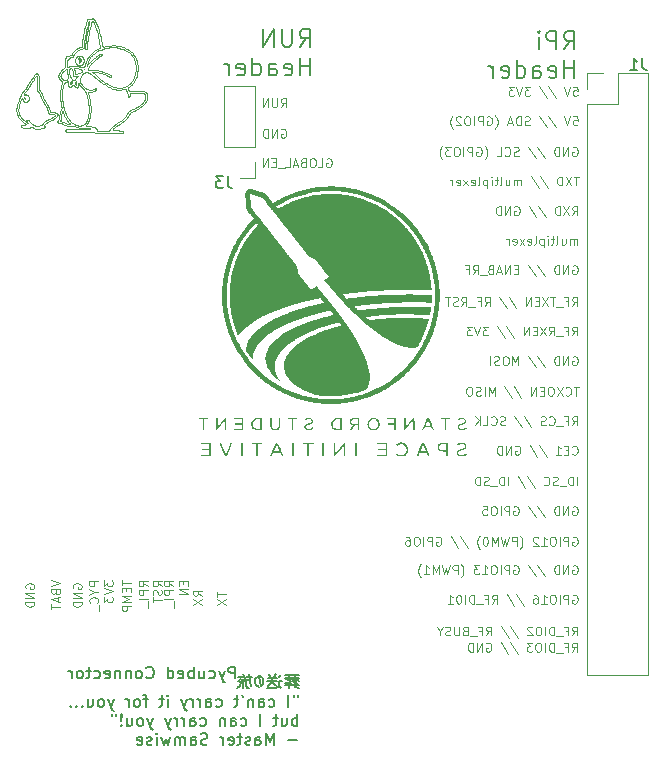
<source format=gbo>
%TF.GenerationSoftware,KiCad,Pcbnew,8.0.8*%
%TF.CreationDate,2025-03-18T16:59:42-07:00*%
%TF.ProjectId,RPi_interface,5250695f-696e-4746-9572-666163652e6b,1.2*%
%TF.SameCoordinates,Original*%
%TF.FileFunction,Legend,Bot*%
%TF.FilePolarity,Positive*%
%FSLAX46Y46*%
G04 Gerber Fmt 4.6, Leading zero omitted, Abs format (unit mm)*
G04 Created by KiCad (PCBNEW 8.0.8) date 2025-03-18 16:59:42*
%MOMM*%
%LPD*%
G01*
G04 APERTURE LIST*
%ADD10C,0.100000*%
%ADD11C,0.200000*%
%ADD12C,0.150000*%
%ADD13C,0.120000*%
%ADD14C,0.000000*%
%ADD15C,4.700000*%
%ADD16R,1.150000X1.150000*%
%ADD17C,1.150000*%
%ADD18O,1.400000X1.400000*%
%ADD19C,1.400000*%
%ADD20C,2.050000*%
%ADD21C,2.250000*%
%ADD22R,1.700000X1.700000*%
%ADD23O,1.700000X1.700000*%
G04 APERTURE END LIST*
D10*
X139080639Y-89928014D02*
X139080639Y-89178014D01*
X138723496Y-89928014D02*
X138723496Y-89178014D01*
X138723496Y-89178014D02*
X138544925Y-89178014D01*
X138544925Y-89178014D02*
X138437782Y-89213728D01*
X138437782Y-89213728D02*
X138366353Y-89285157D01*
X138366353Y-89285157D02*
X138330639Y-89356585D01*
X138330639Y-89356585D02*
X138294925Y-89499442D01*
X138294925Y-89499442D02*
X138294925Y-89606585D01*
X138294925Y-89606585D02*
X138330639Y-89749442D01*
X138330639Y-89749442D02*
X138366353Y-89820871D01*
X138366353Y-89820871D02*
X138437782Y-89892300D01*
X138437782Y-89892300D02*
X138544925Y-89928014D01*
X138544925Y-89928014D02*
X138723496Y-89928014D01*
X138152068Y-89999442D02*
X137580639Y-89999442D01*
X137437781Y-89892300D02*
X137330639Y-89928014D01*
X137330639Y-89928014D02*
X137152067Y-89928014D01*
X137152067Y-89928014D02*
X137080639Y-89892300D01*
X137080639Y-89892300D02*
X137044924Y-89856585D01*
X137044924Y-89856585D02*
X137009210Y-89785157D01*
X137009210Y-89785157D02*
X137009210Y-89713728D01*
X137009210Y-89713728D02*
X137044924Y-89642300D01*
X137044924Y-89642300D02*
X137080639Y-89606585D01*
X137080639Y-89606585D02*
X137152067Y-89570871D01*
X137152067Y-89570871D02*
X137294924Y-89535157D01*
X137294924Y-89535157D02*
X137366353Y-89499442D01*
X137366353Y-89499442D02*
X137402067Y-89463728D01*
X137402067Y-89463728D02*
X137437781Y-89392300D01*
X137437781Y-89392300D02*
X137437781Y-89320871D01*
X137437781Y-89320871D02*
X137402067Y-89249442D01*
X137402067Y-89249442D02*
X137366353Y-89213728D01*
X137366353Y-89213728D02*
X137294924Y-89178014D01*
X137294924Y-89178014D02*
X137116353Y-89178014D01*
X137116353Y-89178014D02*
X137009210Y-89213728D01*
X136259210Y-89856585D02*
X136294924Y-89892300D01*
X136294924Y-89892300D02*
X136402067Y-89928014D01*
X136402067Y-89928014D02*
X136473495Y-89928014D01*
X136473495Y-89928014D02*
X136580638Y-89892300D01*
X136580638Y-89892300D02*
X136652067Y-89820871D01*
X136652067Y-89820871D02*
X136687781Y-89749442D01*
X136687781Y-89749442D02*
X136723495Y-89606585D01*
X136723495Y-89606585D02*
X136723495Y-89499442D01*
X136723495Y-89499442D02*
X136687781Y-89356585D01*
X136687781Y-89356585D02*
X136652067Y-89285157D01*
X136652067Y-89285157D02*
X136580638Y-89213728D01*
X136580638Y-89213728D02*
X136473495Y-89178014D01*
X136473495Y-89178014D02*
X136402067Y-89178014D01*
X136402067Y-89178014D02*
X136294924Y-89213728D01*
X136294924Y-89213728D02*
X136259210Y-89249442D01*
X134830638Y-89142300D02*
X135473495Y-90106585D01*
X134044924Y-89142300D02*
X134687781Y-90106585D01*
X133223495Y-89928014D02*
X133223495Y-89178014D01*
X132866352Y-89928014D02*
X132866352Y-89178014D01*
X132866352Y-89178014D02*
X132687781Y-89178014D01*
X132687781Y-89178014D02*
X132580638Y-89213728D01*
X132580638Y-89213728D02*
X132509209Y-89285157D01*
X132509209Y-89285157D02*
X132473495Y-89356585D01*
X132473495Y-89356585D02*
X132437781Y-89499442D01*
X132437781Y-89499442D02*
X132437781Y-89606585D01*
X132437781Y-89606585D02*
X132473495Y-89749442D01*
X132473495Y-89749442D02*
X132509209Y-89820871D01*
X132509209Y-89820871D02*
X132580638Y-89892300D01*
X132580638Y-89892300D02*
X132687781Y-89928014D01*
X132687781Y-89928014D02*
X132866352Y-89928014D01*
X132294924Y-89999442D02*
X131723495Y-89999442D01*
X131580637Y-89892300D02*
X131473495Y-89928014D01*
X131473495Y-89928014D02*
X131294923Y-89928014D01*
X131294923Y-89928014D02*
X131223495Y-89892300D01*
X131223495Y-89892300D02*
X131187780Y-89856585D01*
X131187780Y-89856585D02*
X131152066Y-89785157D01*
X131152066Y-89785157D02*
X131152066Y-89713728D01*
X131152066Y-89713728D02*
X131187780Y-89642300D01*
X131187780Y-89642300D02*
X131223495Y-89606585D01*
X131223495Y-89606585D02*
X131294923Y-89570871D01*
X131294923Y-89570871D02*
X131437780Y-89535157D01*
X131437780Y-89535157D02*
X131509209Y-89499442D01*
X131509209Y-89499442D02*
X131544923Y-89463728D01*
X131544923Y-89463728D02*
X131580637Y-89392300D01*
X131580637Y-89392300D02*
X131580637Y-89320871D01*
X131580637Y-89320871D02*
X131544923Y-89249442D01*
X131544923Y-89249442D02*
X131509209Y-89213728D01*
X131509209Y-89213728D02*
X131437780Y-89178014D01*
X131437780Y-89178014D02*
X131259209Y-89178014D01*
X131259209Y-89178014D02*
X131152066Y-89213728D01*
X130830637Y-89928014D02*
X130830637Y-89178014D01*
X130830637Y-89178014D02*
X130652066Y-89178014D01*
X130652066Y-89178014D02*
X130544923Y-89213728D01*
X130544923Y-89213728D02*
X130473494Y-89285157D01*
X130473494Y-89285157D02*
X130437780Y-89356585D01*
X130437780Y-89356585D02*
X130402066Y-89499442D01*
X130402066Y-89499442D02*
X130402066Y-89606585D01*
X130402066Y-89606585D02*
X130437780Y-89749442D01*
X130437780Y-89749442D02*
X130473494Y-89820871D01*
X130473494Y-89820871D02*
X130544923Y-89892300D01*
X130544923Y-89892300D02*
X130652066Y-89928014D01*
X130652066Y-89928014D02*
X130830637Y-89928014D01*
X139187782Y-81578014D02*
X138759211Y-81578014D01*
X138973496Y-82328014D02*
X138973496Y-81578014D01*
X138080639Y-82256585D02*
X138116353Y-82292300D01*
X138116353Y-82292300D02*
X138223496Y-82328014D01*
X138223496Y-82328014D02*
X138294924Y-82328014D01*
X138294924Y-82328014D02*
X138402067Y-82292300D01*
X138402067Y-82292300D02*
X138473496Y-82220871D01*
X138473496Y-82220871D02*
X138509210Y-82149442D01*
X138509210Y-82149442D02*
X138544924Y-82006585D01*
X138544924Y-82006585D02*
X138544924Y-81899442D01*
X138544924Y-81899442D02*
X138509210Y-81756585D01*
X138509210Y-81756585D02*
X138473496Y-81685157D01*
X138473496Y-81685157D02*
X138402067Y-81613728D01*
X138402067Y-81613728D02*
X138294924Y-81578014D01*
X138294924Y-81578014D02*
X138223496Y-81578014D01*
X138223496Y-81578014D02*
X138116353Y-81613728D01*
X138116353Y-81613728D02*
X138080639Y-81649442D01*
X137830639Y-81578014D02*
X137330639Y-82328014D01*
X137330639Y-81578014D02*
X137830639Y-82328014D01*
X136902067Y-81578014D02*
X136759210Y-81578014D01*
X136759210Y-81578014D02*
X136687781Y-81613728D01*
X136687781Y-81613728D02*
X136616353Y-81685157D01*
X136616353Y-81685157D02*
X136580638Y-81828014D01*
X136580638Y-81828014D02*
X136580638Y-82078014D01*
X136580638Y-82078014D02*
X136616353Y-82220871D01*
X136616353Y-82220871D02*
X136687781Y-82292300D01*
X136687781Y-82292300D02*
X136759210Y-82328014D01*
X136759210Y-82328014D02*
X136902067Y-82328014D01*
X136902067Y-82328014D02*
X136973496Y-82292300D01*
X136973496Y-82292300D02*
X137044924Y-82220871D01*
X137044924Y-82220871D02*
X137080638Y-82078014D01*
X137080638Y-82078014D02*
X137080638Y-81828014D01*
X137080638Y-81828014D02*
X137044924Y-81685157D01*
X137044924Y-81685157D02*
X136973496Y-81613728D01*
X136973496Y-81613728D02*
X136902067Y-81578014D01*
X136259210Y-81935157D02*
X136009210Y-81935157D01*
X135902067Y-82328014D02*
X136259210Y-82328014D01*
X136259210Y-82328014D02*
X136259210Y-81578014D01*
X136259210Y-81578014D02*
X135902067Y-81578014D01*
X135580639Y-82328014D02*
X135580639Y-81578014D01*
X135580639Y-81578014D02*
X135152068Y-82328014D01*
X135152068Y-82328014D02*
X135152068Y-81578014D01*
X133687782Y-81542300D02*
X134330639Y-82506585D01*
X132902068Y-81542300D02*
X133544925Y-82506585D01*
X132080639Y-82328014D02*
X132080639Y-81578014D01*
X132080639Y-81578014D02*
X131830639Y-82113728D01*
X131830639Y-82113728D02*
X131580639Y-81578014D01*
X131580639Y-81578014D02*
X131580639Y-82328014D01*
X131223496Y-82328014D02*
X131223496Y-81578014D01*
X130902067Y-82292300D02*
X130794925Y-82328014D01*
X130794925Y-82328014D02*
X130616353Y-82328014D01*
X130616353Y-82328014D02*
X130544925Y-82292300D01*
X130544925Y-82292300D02*
X130509210Y-82256585D01*
X130509210Y-82256585D02*
X130473496Y-82185157D01*
X130473496Y-82185157D02*
X130473496Y-82113728D01*
X130473496Y-82113728D02*
X130509210Y-82042300D01*
X130509210Y-82042300D02*
X130544925Y-82006585D01*
X130544925Y-82006585D02*
X130616353Y-81970871D01*
X130616353Y-81970871D02*
X130759210Y-81935157D01*
X130759210Y-81935157D02*
X130830639Y-81899442D01*
X130830639Y-81899442D02*
X130866353Y-81863728D01*
X130866353Y-81863728D02*
X130902067Y-81792300D01*
X130902067Y-81792300D02*
X130902067Y-81720871D01*
X130902067Y-81720871D02*
X130866353Y-81649442D01*
X130866353Y-81649442D02*
X130830639Y-81613728D01*
X130830639Y-81613728D02*
X130759210Y-81578014D01*
X130759210Y-81578014D02*
X130580639Y-81578014D01*
X130580639Y-81578014D02*
X130473496Y-81613728D01*
X130009210Y-81578014D02*
X129866353Y-81578014D01*
X129866353Y-81578014D02*
X129794924Y-81613728D01*
X129794924Y-81613728D02*
X129723496Y-81685157D01*
X129723496Y-81685157D02*
X129687781Y-81828014D01*
X129687781Y-81828014D02*
X129687781Y-82078014D01*
X129687781Y-82078014D02*
X129723496Y-82220871D01*
X129723496Y-82220871D02*
X129794924Y-82292300D01*
X129794924Y-82292300D02*
X129866353Y-82328014D01*
X129866353Y-82328014D02*
X130009210Y-82328014D01*
X130009210Y-82328014D02*
X130080639Y-82292300D01*
X130080639Y-82292300D02*
X130152067Y-82220871D01*
X130152067Y-82220871D02*
X130187781Y-82078014D01*
X130187781Y-82078014D02*
X130187781Y-81828014D01*
X130187781Y-81828014D02*
X130152067Y-81685157D01*
X130152067Y-81685157D02*
X130080639Y-81613728D01*
X130080639Y-81613728D02*
X130009210Y-81578014D01*
X138652068Y-87256585D02*
X138687782Y-87292300D01*
X138687782Y-87292300D02*
X138794925Y-87328014D01*
X138794925Y-87328014D02*
X138866353Y-87328014D01*
X138866353Y-87328014D02*
X138973496Y-87292300D01*
X138973496Y-87292300D02*
X139044925Y-87220871D01*
X139044925Y-87220871D02*
X139080639Y-87149442D01*
X139080639Y-87149442D02*
X139116353Y-87006585D01*
X139116353Y-87006585D02*
X139116353Y-86899442D01*
X139116353Y-86899442D02*
X139080639Y-86756585D01*
X139080639Y-86756585D02*
X139044925Y-86685157D01*
X139044925Y-86685157D02*
X138973496Y-86613728D01*
X138973496Y-86613728D02*
X138866353Y-86578014D01*
X138866353Y-86578014D02*
X138794925Y-86578014D01*
X138794925Y-86578014D02*
X138687782Y-86613728D01*
X138687782Y-86613728D02*
X138652068Y-86649442D01*
X138330639Y-86935157D02*
X138080639Y-86935157D01*
X137973496Y-87328014D02*
X138330639Y-87328014D01*
X138330639Y-87328014D02*
X138330639Y-86578014D01*
X138330639Y-86578014D02*
X137973496Y-86578014D01*
X137259211Y-87328014D02*
X137687782Y-87328014D01*
X137473497Y-87328014D02*
X137473497Y-86578014D01*
X137473497Y-86578014D02*
X137544925Y-86685157D01*
X137544925Y-86685157D02*
X137616354Y-86756585D01*
X137616354Y-86756585D02*
X137687782Y-86792300D01*
X135830639Y-86542300D02*
X136473496Y-87506585D01*
X135044925Y-86542300D02*
X135687782Y-87506585D01*
X133830639Y-86613728D02*
X133902068Y-86578014D01*
X133902068Y-86578014D02*
X134009210Y-86578014D01*
X134009210Y-86578014D02*
X134116353Y-86613728D01*
X134116353Y-86613728D02*
X134187782Y-86685157D01*
X134187782Y-86685157D02*
X134223496Y-86756585D01*
X134223496Y-86756585D02*
X134259210Y-86899442D01*
X134259210Y-86899442D02*
X134259210Y-87006585D01*
X134259210Y-87006585D02*
X134223496Y-87149442D01*
X134223496Y-87149442D02*
X134187782Y-87220871D01*
X134187782Y-87220871D02*
X134116353Y-87292300D01*
X134116353Y-87292300D02*
X134009210Y-87328014D01*
X134009210Y-87328014D02*
X133937782Y-87328014D01*
X133937782Y-87328014D02*
X133830639Y-87292300D01*
X133830639Y-87292300D02*
X133794925Y-87256585D01*
X133794925Y-87256585D02*
X133794925Y-87006585D01*
X133794925Y-87006585D02*
X133937782Y-87006585D01*
X133473496Y-87328014D02*
X133473496Y-86578014D01*
X133473496Y-86578014D02*
X133044925Y-87328014D01*
X133044925Y-87328014D02*
X133044925Y-86578014D01*
X132687782Y-87328014D02*
X132687782Y-86578014D01*
X132687782Y-86578014D02*
X132509211Y-86578014D01*
X132509211Y-86578014D02*
X132402068Y-86613728D01*
X132402068Y-86613728D02*
X132330639Y-86685157D01*
X132330639Y-86685157D02*
X132294925Y-86756585D01*
X132294925Y-86756585D02*
X132259211Y-86899442D01*
X132259211Y-86899442D02*
X132259211Y-87006585D01*
X132259211Y-87006585D02*
X132294925Y-87149442D01*
X132294925Y-87149442D02*
X132330639Y-87220871D01*
X132330639Y-87220871D02*
X132402068Y-87292300D01*
X132402068Y-87292300D02*
X132509211Y-87328014D01*
X132509211Y-87328014D02*
X132687782Y-87328014D01*
X102695556Y-98472931D02*
X102338413Y-98222931D01*
X102695556Y-98044360D02*
X101945556Y-98044360D01*
X101945556Y-98044360D02*
X101945556Y-98330074D01*
X101945556Y-98330074D02*
X101981270Y-98401503D01*
X101981270Y-98401503D02*
X102016984Y-98437217D01*
X102016984Y-98437217D02*
X102088413Y-98472931D01*
X102088413Y-98472931D02*
X102195556Y-98472931D01*
X102195556Y-98472931D02*
X102266984Y-98437217D01*
X102266984Y-98437217D02*
X102302699Y-98401503D01*
X102302699Y-98401503D02*
X102338413Y-98330074D01*
X102338413Y-98330074D02*
X102338413Y-98044360D01*
X102695556Y-98794360D02*
X101945556Y-98794360D01*
X101945556Y-98794360D02*
X101945556Y-99080074D01*
X101945556Y-99080074D02*
X101981270Y-99151503D01*
X101981270Y-99151503D02*
X102016984Y-99187217D01*
X102016984Y-99187217D02*
X102088413Y-99222931D01*
X102088413Y-99222931D02*
X102195556Y-99222931D01*
X102195556Y-99222931D02*
X102266984Y-99187217D01*
X102266984Y-99187217D02*
X102302699Y-99151503D01*
X102302699Y-99151503D02*
X102338413Y-99080074D01*
X102338413Y-99080074D02*
X102338413Y-98794360D01*
X102695556Y-99544360D02*
X101945556Y-99544360D01*
X102766984Y-99722932D02*
X102766984Y-100294360D01*
X103903014Y-98472931D02*
X103545871Y-98222931D01*
X103903014Y-98044360D02*
X103153014Y-98044360D01*
X103153014Y-98044360D02*
X103153014Y-98330074D01*
X103153014Y-98330074D02*
X103188728Y-98401503D01*
X103188728Y-98401503D02*
X103224442Y-98437217D01*
X103224442Y-98437217D02*
X103295871Y-98472931D01*
X103295871Y-98472931D02*
X103403014Y-98472931D01*
X103403014Y-98472931D02*
X103474442Y-98437217D01*
X103474442Y-98437217D02*
X103510157Y-98401503D01*
X103510157Y-98401503D02*
X103545871Y-98330074D01*
X103545871Y-98330074D02*
X103545871Y-98044360D01*
X103867300Y-98758646D02*
X103903014Y-98865789D01*
X103903014Y-98865789D02*
X103903014Y-99044360D01*
X103903014Y-99044360D02*
X103867300Y-99115789D01*
X103867300Y-99115789D02*
X103831585Y-99151503D01*
X103831585Y-99151503D02*
X103760157Y-99187217D01*
X103760157Y-99187217D02*
X103688728Y-99187217D01*
X103688728Y-99187217D02*
X103617300Y-99151503D01*
X103617300Y-99151503D02*
X103581585Y-99115789D01*
X103581585Y-99115789D02*
X103545871Y-99044360D01*
X103545871Y-99044360D02*
X103510157Y-98901503D01*
X103510157Y-98901503D02*
X103474442Y-98830074D01*
X103474442Y-98830074D02*
X103438728Y-98794360D01*
X103438728Y-98794360D02*
X103367300Y-98758646D01*
X103367300Y-98758646D02*
X103295871Y-98758646D01*
X103295871Y-98758646D02*
X103224442Y-98794360D01*
X103224442Y-98794360D02*
X103188728Y-98830074D01*
X103188728Y-98830074D02*
X103153014Y-98901503D01*
X103153014Y-98901503D02*
X103153014Y-99080074D01*
X103153014Y-99080074D02*
X103188728Y-99187217D01*
X103153014Y-99401503D02*
X103153014Y-99830075D01*
X103903014Y-99615789D02*
X103153014Y-99615789D01*
D11*
X115579136Y-52791112D02*
X116079136Y-52076826D01*
X116436279Y-52791112D02*
X116436279Y-51291112D01*
X116436279Y-51291112D02*
X115864850Y-51291112D01*
X115864850Y-51291112D02*
X115721993Y-51362541D01*
X115721993Y-51362541D02*
X115650564Y-51433969D01*
X115650564Y-51433969D02*
X115579136Y-51576826D01*
X115579136Y-51576826D02*
X115579136Y-51791112D01*
X115579136Y-51791112D02*
X115650564Y-51933969D01*
X115650564Y-51933969D02*
X115721993Y-52005398D01*
X115721993Y-52005398D02*
X115864850Y-52076826D01*
X115864850Y-52076826D02*
X116436279Y-52076826D01*
X114936279Y-51291112D02*
X114936279Y-52505398D01*
X114936279Y-52505398D02*
X114864850Y-52648255D01*
X114864850Y-52648255D02*
X114793422Y-52719684D01*
X114793422Y-52719684D02*
X114650564Y-52791112D01*
X114650564Y-52791112D02*
X114364850Y-52791112D01*
X114364850Y-52791112D02*
X114221993Y-52719684D01*
X114221993Y-52719684D02*
X114150564Y-52648255D01*
X114150564Y-52648255D02*
X114079136Y-52505398D01*
X114079136Y-52505398D02*
X114079136Y-51291112D01*
X113364850Y-52791112D02*
X113364850Y-51291112D01*
X113364850Y-51291112D02*
X112507707Y-52791112D01*
X112507707Y-52791112D02*
X112507707Y-51291112D01*
X116436279Y-55206028D02*
X116436279Y-53706028D01*
X116436279Y-54420314D02*
X115579136Y-54420314D01*
X115579136Y-55206028D02*
X115579136Y-53706028D01*
X114293421Y-55134600D02*
X114436278Y-55206028D01*
X114436278Y-55206028D02*
X114721993Y-55206028D01*
X114721993Y-55206028D02*
X114864850Y-55134600D01*
X114864850Y-55134600D02*
X114936278Y-54991742D01*
X114936278Y-54991742D02*
X114936278Y-54420314D01*
X114936278Y-54420314D02*
X114864850Y-54277457D01*
X114864850Y-54277457D02*
X114721993Y-54206028D01*
X114721993Y-54206028D02*
X114436278Y-54206028D01*
X114436278Y-54206028D02*
X114293421Y-54277457D01*
X114293421Y-54277457D02*
X114221993Y-54420314D01*
X114221993Y-54420314D02*
X114221993Y-54563171D01*
X114221993Y-54563171D02*
X114936278Y-54706028D01*
X112936279Y-55206028D02*
X112936279Y-54420314D01*
X112936279Y-54420314D02*
X113007707Y-54277457D01*
X113007707Y-54277457D02*
X113150564Y-54206028D01*
X113150564Y-54206028D02*
X113436279Y-54206028D01*
X113436279Y-54206028D02*
X113579136Y-54277457D01*
X112936279Y-55134600D02*
X113079136Y-55206028D01*
X113079136Y-55206028D02*
X113436279Y-55206028D01*
X113436279Y-55206028D02*
X113579136Y-55134600D01*
X113579136Y-55134600D02*
X113650564Y-54991742D01*
X113650564Y-54991742D02*
X113650564Y-54848885D01*
X113650564Y-54848885D02*
X113579136Y-54706028D01*
X113579136Y-54706028D02*
X113436279Y-54634600D01*
X113436279Y-54634600D02*
X113079136Y-54634600D01*
X113079136Y-54634600D02*
X112936279Y-54563171D01*
X111579136Y-55206028D02*
X111579136Y-53706028D01*
X111579136Y-55134600D02*
X111721993Y-55206028D01*
X111721993Y-55206028D02*
X112007707Y-55206028D01*
X112007707Y-55206028D02*
X112150564Y-55134600D01*
X112150564Y-55134600D02*
X112221993Y-55063171D01*
X112221993Y-55063171D02*
X112293421Y-54920314D01*
X112293421Y-54920314D02*
X112293421Y-54491742D01*
X112293421Y-54491742D02*
X112221993Y-54348885D01*
X112221993Y-54348885D02*
X112150564Y-54277457D01*
X112150564Y-54277457D02*
X112007707Y-54206028D01*
X112007707Y-54206028D02*
X111721993Y-54206028D01*
X111721993Y-54206028D02*
X111579136Y-54277457D01*
X110293421Y-55134600D02*
X110436278Y-55206028D01*
X110436278Y-55206028D02*
X110721993Y-55206028D01*
X110721993Y-55206028D02*
X110864850Y-55134600D01*
X110864850Y-55134600D02*
X110936278Y-54991742D01*
X110936278Y-54991742D02*
X110936278Y-54420314D01*
X110936278Y-54420314D02*
X110864850Y-54277457D01*
X110864850Y-54277457D02*
X110721993Y-54206028D01*
X110721993Y-54206028D02*
X110436278Y-54206028D01*
X110436278Y-54206028D02*
X110293421Y-54277457D01*
X110293421Y-54277457D02*
X110221993Y-54420314D01*
X110221993Y-54420314D02*
X110221993Y-54563171D01*
X110221993Y-54563171D02*
X110936278Y-54706028D01*
X109579136Y-55206028D02*
X109579136Y-54206028D01*
X109579136Y-54491742D02*
X109507707Y-54348885D01*
X109507707Y-54348885D02*
X109436279Y-54277457D01*
X109436279Y-54277457D02*
X109293421Y-54206028D01*
X109293421Y-54206028D02*
X109150564Y-54206028D01*
D10*
X138687782Y-61313728D02*
X138759211Y-61278014D01*
X138759211Y-61278014D02*
X138866353Y-61278014D01*
X138866353Y-61278014D02*
X138973496Y-61313728D01*
X138973496Y-61313728D02*
X139044925Y-61385157D01*
X139044925Y-61385157D02*
X139080639Y-61456585D01*
X139080639Y-61456585D02*
X139116353Y-61599442D01*
X139116353Y-61599442D02*
X139116353Y-61706585D01*
X139116353Y-61706585D02*
X139080639Y-61849442D01*
X139080639Y-61849442D02*
X139044925Y-61920871D01*
X139044925Y-61920871D02*
X138973496Y-61992300D01*
X138973496Y-61992300D02*
X138866353Y-62028014D01*
X138866353Y-62028014D02*
X138794925Y-62028014D01*
X138794925Y-62028014D02*
X138687782Y-61992300D01*
X138687782Y-61992300D02*
X138652068Y-61956585D01*
X138652068Y-61956585D02*
X138652068Y-61706585D01*
X138652068Y-61706585D02*
X138794925Y-61706585D01*
X138330639Y-62028014D02*
X138330639Y-61278014D01*
X138330639Y-61278014D02*
X137902068Y-62028014D01*
X137902068Y-62028014D02*
X137902068Y-61278014D01*
X137544925Y-62028014D02*
X137544925Y-61278014D01*
X137544925Y-61278014D02*
X137366354Y-61278014D01*
X137366354Y-61278014D02*
X137259211Y-61313728D01*
X137259211Y-61313728D02*
X137187782Y-61385157D01*
X137187782Y-61385157D02*
X137152068Y-61456585D01*
X137152068Y-61456585D02*
X137116354Y-61599442D01*
X137116354Y-61599442D02*
X137116354Y-61706585D01*
X137116354Y-61706585D02*
X137152068Y-61849442D01*
X137152068Y-61849442D02*
X137187782Y-61920871D01*
X137187782Y-61920871D02*
X137259211Y-61992300D01*
X137259211Y-61992300D02*
X137366354Y-62028014D01*
X137366354Y-62028014D02*
X137544925Y-62028014D01*
X135687782Y-61242300D02*
X136330639Y-62206585D01*
X134902068Y-61242300D02*
X135544925Y-62206585D01*
X134116353Y-61992300D02*
X134009211Y-62028014D01*
X134009211Y-62028014D02*
X133830639Y-62028014D01*
X133830639Y-62028014D02*
X133759211Y-61992300D01*
X133759211Y-61992300D02*
X133723496Y-61956585D01*
X133723496Y-61956585D02*
X133687782Y-61885157D01*
X133687782Y-61885157D02*
X133687782Y-61813728D01*
X133687782Y-61813728D02*
X133723496Y-61742300D01*
X133723496Y-61742300D02*
X133759211Y-61706585D01*
X133759211Y-61706585D02*
X133830639Y-61670871D01*
X133830639Y-61670871D02*
X133973496Y-61635157D01*
X133973496Y-61635157D02*
X134044925Y-61599442D01*
X134044925Y-61599442D02*
X134080639Y-61563728D01*
X134080639Y-61563728D02*
X134116353Y-61492300D01*
X134116353Y-61492300D02*
X134116353Y-61420871D01*
X134116353Y-61420871D02*
X134080639Y-61349442D01*
X134080639Y-61349442D02*
X134044925Y-61313728D01*
X134044925Y-61313728D02*
X133973496Y-61278014D01*
X133973496Y-61278014D02*
X133794925Y-61278014D01*
X133794925Y-61278014D02*
X133687782Y-61313728D01*
X132937782Y-61956585D02*
X132973496Y-61992300D01*
X132973496Y-61992300D02*
X133080639Y-62028014D01*
X133080639Y-62028014D02*
X133152067Y-62028014D01*
X133152067Y-62028014D02*
X133259210Y-61992300D01*
X133259210Y-61992300D02*
X133330639Y-61920871D01*
X133330639Y-61920871D02*
X133366353Y-61849442D01*
X133366353Y-61849442D02*
X133402067Y-61706585D01*
X133402067Y-61706585D02*
X133402067Y-61599442D01*
X133402067Y-61599442D02*
X133366353Y-61456585D01*
X133366353Y-61456585D02*
X133330639Y-61385157D01*
X133330639Y-61385157D02*
X133259210Y-61313728D01*
X133259210Y-61313728D02*
X133152067Y-61278014D01*
X133152067Y-61278014D02*
X133080639Y-61278014D01*
X133080639Y-61278014D02*
X132973496Y-61313728D01*
X132973496Y-61313728D02*
X132937782Y-61349442D01*
X132259210Y-62028014D02*
X132616353Y-62028014D01*
X132616353Y-62028014D02*
X132616353Y-61278014D01*
X131223495Y-62313728D02*
X131259210Y-62278014D01*
X131259210Y-62278014D02*
X131330638Y-62170871D01*
X131330638Y-62170871D02*
X131366353Y-62099442D01*
X131366353Y-62099442D02*
X131402067Y-61992300D01*
X131402067Y-61992300D02*
X131437781Y-61813728D01*
X131437781Y-61813728D02*
X131437781Y-61670871D01*
X131437781Y-61670871D02*
X131402067Y-61492300D01*
X131402067Y-61492300D02*
X131366353Y-61385157D01*
X131366353Y-61385157D02*
X131330638Y-61313728D01*
X131330638Y-61313728D02*
X131259210Y-61206585D01*
X131259210Y-61206585D02*
X131223495Y-61170871D01*
X130544924Y-61313728D02*
X130616353Y-61278014D01*
X130616353Y-61278014D02*
X130723495Y-61278014D01*
X130723495Y-61278014D02*
X130830638Y-61313728D01*
X130830638Y-61313728D02*
X130902067Y-61385157D01*
X130902067Y-61385157D02*
X130937781Y-61456585D01*
X130937781Y-61456585D02*
X130973495Y-61599442D01*
X130973495Y-61599442D02*
X130973495Y-61706585D01*
X130973495Y-61706585D02*
X130937781Y-61849442D01*
X130937781Y-61849442D02*
X130902067Y-61920871D01*
X130902067Y-61920871D02*
X130830638Y-61992300D01*
X130830638Y-61992300D02*
X130723495Y-62028014D01*
X130723495Y-62028014D02*
X130652067Y-62028014D01*
X130652067Y-62028014D02*
X130544924Y-61992300D01*
X130544924Y-61992300D02*
X130509210Y-61956585D01*
X130509210Y-61956585D02*
X130509210Y-61706585D01*
X130509210Y-61706585D02*
X130652067Y-61706585D01*
X130187781Y-62028014D02*
X130187781Y-61278014D01*
X130187781Y-61278014D02*
X129902067Y-61278014D01*
X129902067Y-61278014D02*
X129830638Y-61313728D01*
X129830638Y-61313728D02*
X129794924Y-61349442D01*
X129794924Y-61349442D02*
X129759210Y-61420871D01*
X129759210Y-61420871D02*
X129759210Y-61528014D01*
X129759210Y-61528014D02*
X129794924Y-61599442D01*
X129794924Y-61599442D02*
X129830638Y-61635157D01*
X129830638Y-61635157D02*
X129902067Y-61670871D01*
X129902067Y-61670871D02*
X130187781Y-61670871D01*
X129437781Y-62028014D02*
X129437781Y-61278014D01*
X128937781Y-61278014D02*
X128794924Y-61278014D01*
X128794924Y-61278014D02*
X128723495Y-61313728D01*
X128723495Y-61313728D02*
X128652067Y-61385157D01*
X128652067Y-61385157D02*
X128616352Y-61528014D01*
X128616352Y-61528014D02*
X128616352Y-61778014D01*
X128616352Y-61778014D02*
X128652067Y-61920871D01*
X128652067Y-61920871D02*
X128723495Y-61992300D01*
X128723495Y-61992300D02*
X128794924Y-62028014D01*
X128794924Y-62028014D02*
X128937781Y-62028014D01*
X128937781Y-62028014D02*
X129009210Y-61992300D01*
X129009210Y-61992300D02*
X129080638Y-61920871D01*
X129080638Y-61920871D02*
X129116352Y-61778014D01*
X129116352Y-61778014D02*
X129116352Y-61528014D01*
X129116352Y-61528014D02*
X129080638Y-61385157D01*
X129080638Y-61385157D02*
X129009210Y-61313728D01*
X129009210Y-61313728D02*
X128937781Y-61278014D01*
X128366353Y-61278014D02*
X127902067Y-61278014D01*
X127902067Y-61278014D02*
X128152067Y-61563728D01*
X128152067Y-61563728D02*
X128044924Y-61563728D01*
X128044924Y-61563728D02*
X127973496Y-61599442D01*
X127973496Y-61599442D02*
X127937781Y-61635157D01*
X127937781Y-61635157D02*
X127902067Y-61706585D01*
X127902067Y-61706585D02*
X127902067Y-61885157D01*
X127902067Y-61885157D02*
X127937781Y-61956585D01*
X127937781Y-61956585D02*
X127973496Y-61992300D01*
X127973496Y-61992300D02*
X128044924Y-62028014D01*
X128044924Y-62028014D02*
X128259210Y-62028014D01*
X128259210Y-62028014D02*
X128330638Y-61992300D01*
X128330638Y-61992300D02*
X128366353Y-61956585D01*
X127652067Y-62313728D02*
X127616352Y-62278014D01*
X127616352Y-62278014D02*
X127544924Y-62170871D01*
X127544924Y-62170871D02*
X127509210Y-62099442D01*
X127509210Y-62099442D02*
X127473495Y-61992300D01*
X127473495Y-61992300D02*
X127437781Y-61813728D01*
X127437781Y-61813728D02*
X127437781Y-61670871D01*
X127437781Y-61670871D02*
X127473495Y-61492300D01*
X127473495Y-61492300D02*
X127509210Y-61385157D01*
X127509210Y-61385157D02*
X127544924Y-61313728D01*
X127544924Y-61313728D02*
X127616352Y-61206585D01*
X127616352Y-61206585D02*
X127652067Y-61170871D01*
X138687782Y-79013728D02*
X138759211Y-78978014D01*
X138759211Y-78978014D02*
X138866353Y-78978014D01*
X138866353Y-78978014D02*
X138973496Y-79013728D01*
X138973496Y-79013728D02*
X139044925Y-79085157D01*
X139044925Y-79085157D02*
X139080639Y-79156585D01*
X139080639Y-79156585D02*
X139116353Y-79299442D01*
X139116353Y-79299442D02*
X139116353Y-79406585D01*
X139116353Y-79406585D02*
X139080639Y-79549442D01*
X139080639Y-79549442D02*
X139044925Y-79620871D01*
X139044925Y-79620871D02*
X138973496Y-79692300D01*
X138973496Y-79692300D02*
X138866353Y-79728014D01*
X138866353Y-79728014D02*
X138794925Y-79728014D01*
X138794925Y-79728014D02*
X138687782Y-79692300D01*
X138687782Y-79692300D02*
X138652068Y-79656585D01*
X138652068Y-79656585D02*
X138652068Y-79406585D01*
X138652068Y-79406585D02*
X138794925Y-79406585D01*
X138330639Y-79728014D02*
X138330639Y-78978014D01*
X138330639Y-78978014D02*
X137902068Y-79728014D01*
X137902068Y-79728014D02*
X137902068Y-78978014D01*
X137544925Y-79728014D02*
X137544925Y-78978014D01*
X137544925Y-78978014D02*
X137366354Y-78978014D01*
X137366354Y-78978014D02*
X137259211Y-79013728D01*
X137259211Y-79013728D02*
X137187782Y-79085157D01*
X137187782Y-79085157D02*
X137152068Y-79156585D01*
X137152068Y-79156585D02*
X137116354Y-79299442D01*
X137116354Y-79299442D02*
X137116354Y-79406585D01*
X137116354Y-79406585D02*
X137152068Y-79549442D01*
X137152068Y-79549442D02*
X137187782Y-79620871D01*
X137187782Y-79620871D02*
X137259211Y-79692300D01*
X137259211Y-79692300D02*
X137366354Y-79728014D01*
X137366354Y-79728014D02*
X137544925Y-79728014D01*
X135687782Y-78942300D02*
X136330639Y-79906585D01*
X134902068Y-78942300D02*
X135544925Y-79906585D01*
X134080639Y-79728014D02*
X134080639Y-78978014D01*
X134080639Y-78978014D02*
X133830639Y-79513728D01*
X133830639Y-79513728D02*
X133580639Y-78978014D01*
X133580639Y-78978014D02*
X133580639Y-79728014D01*
X133080639Y-78978014D02*
X132937782Y-78978014D01*
X132937782Y-78978014D02*
X132866353Y-79013728D01*
X132866353Y-79013728D02*
X132794925Y-79085157D01*
X132794925Y-79085157D02*
X132759210Y-79228014D01*
X132759210Y-79228014D02*
X132759210Y-79478014D01*
X132759210Y-79478014D02*
X132794925Y-79620871D01*
X132794925Y-79620871D02*
X132866353Y-79692300D01*
X132866353Y-79692300D02*
X132937782Y-79728014D01*
X132937782Y-79728014D02*
X133080639Y-79728014D01*
X133080639Y-79728014D02*
X133152068Y-79692300D01*
X133152068Y-79692300D02*
X133223496Y-79620871D01*
X133223496Y-79620871D02*
X133259210Y-79478014D01*
X133259210Y-79478014D02*
X133259210Y-79228014D01*
X133259210Y-79228014D02*
X133223496Y-79085157D01*
X133223496Y-79085157D02*
X133152068Y-79013728D01*
X133152068Y-79013728D02*
X133080639Y-78978014D01*
X132473496Y-79692300D02*
X132366354Y-79728014D01*
X132366354Y-79728014D02*
X132187782Y-79728014D01*
X132187782Y-79728014D02*
X132116354Y-79692300D01*
X132116354Y-79692300D02*
X132080639Y-79656585D01*
X132080639Y-79656585D02*
X132044925Y-79585157D01*
X132044925Y-79585157D02*
X132044925Y-79513728D01*
X132044925Y-79513728D02*
X132080639Y-79442300D01*
X132080639Y-79442300D02*
X132116354Y-79406585D01*
X132116354Y-79406585D02*
X132187782Y-79370871D01*
X132187782Y-79370871D02*
X132330639Y-79335157D01*
X132330639Y-79335157D02*
X132402068Y-79299442D01*
X132402068Y-79299442D02*
X132437782Y-79263728D01*
X132437782Y-79263728D02*
X132473496Y-79192300D01*
X132473496Y-79192300D02*
X132473496Y-79120871D01*
X132473496Y-79120871D02*
X132437782Y-79049442D01*
X132437782Y-79049442D02*
X132402068Y-79013728D01*
X132402068Y-79013728D02*
X132330639Y-78978014D01*
X132330639Y-78978014D02*
X132152068Y-78978014D01*
X132152068Y-78978014D02*
X132044925Y-79013728D01*
X131723496Y-79728014D02*
X131723496Y-78978014D01*
X138687782Y-94313728D02*
X138759211Y-94278014D01*
X138759211Y-94278014D02*
X138866353Y-94278014D01*
X138866353Y-94278014D02*
X138973496Y-94313728D01*
X138973496Y-94313728D02*
X139044925Y-94385157D01*
X139044925Y-94385157D02*
X139080639Y-94456585D01*
X139080639Y-94456585D02*
X139116353Y-94599442D01*
X139116353Y-94599442D02*
X139116353Y-94706585D01*
X139116353Y-94706585D02*
X139080639Y-94849442D01*
X139080639Y-94849442D02*
X139044925Y-94920871D01*
X139044925Y-94920871D02*
X138973496Y-94992300D01*
X138973496Y-94992300D02*
X138866353Y-95028014D01*
X138866353Y-95028014D02*
X138794925Y-95028014D01*
X138794925Y-95028014D02*
X138687782Y-94992300D01*
X138687782Y-94992300D02*
X138652068Y-94956585D01*
X138652068Y-94956585D02*
X138652068Y-94706585D01*
X138652068Y-94706585D02*
X138794925Y-94706585D01*
X138330639Y-95028014D02*
X138330639Y-94278014D01*
X138330639Y-94278014D02*
X138044925Y-94278014D01*
X138044925Y-94278014D02*
X137973496Y-94313728D01*
X137973496Y-94313728D02*
X137937782Y-94349442D01*
X137937782Y-94349442D02*
X137902068Y-94420871D01*
X137902068Y-94420871D02*
X137902068Y-94528014D01*
X137902068Y-94528014D02*
X137937782Y-94599442D01*
X137937782Y-94599442D02*
X137973496Y-94635157D01*
X137973496Y-94635157D02*
X138044925Y-94670871D01*
X138044925Y-94670871D02*
X138330639Y-94670871D01*
X137580639Y-95028014D02*
X137580639Y-94278014D01*
X137080639Y-94278014D02*
X136937782Y-94278014D01*
X136937782Y-94278014D02*
X136866353Y-94313728D01*
X136866353Y-94313728D02*
X136794925Y-94385157D01*
X136794925Y-94385157D02*
X136759210Y-94528014D01*
X136759210Y-94528014D02*
X136759210Y-94778014D01*
X136759210Y-94778014D02*
X136794925Y-94920871D01*
X136794925Y-94920871D02*
X136866353Y-94992300D01*
X136866353Y-94992300D02*
X136937782Y-95028014D01*
X136937782Y-95028014D02*
X137080639Y-95028014D01*
X137080639Y-95028014D02*
X137152068Y-94992300D01*
X137152068Y-94992300D02*
X137223496Y-94920871D01*
X137223496Y-94920871D02*
X137259210Y-94778014D01*
X137259210Y-94778014D02*
X137259210Y-94528014D01*
X137259210Y-94528014D02*
X137223496Y-94385157D01*
X137223496Y-94385157D02*
X137152068Y-94313728D01*
X137152068Y-94313728D02*
X137080639Y-94278014D01*
X136044925Y-95028014D02*
X136473496Y-95028014D01*
X136259211Y-95028014D02*
X136259211Y-94278014D01*
X136259211Y-94278014D02*
X136330639Y-94385157D01*
X136330639Y-94385157D02*
X136402068Y-94456585D01*
X136402068Y-94456585D02*
X136473496Y-94492300D01*
X135759210Y-94349442D02*
X135723496Y-94313728D01*
X135723496Y-94313728D02*
X135652068Y-94278014D01*
X135652068Y-94278014D02*
X135473496Y-94278014D01*
X135473496Y-94278014D02*
X135402068Y-94313728D01*
X135402068Y-94313728D02*
X135366353Y-94349442D01*
X135366353Y-94349442D02*
X135330639Y-94420871D01*
X135330639Y-94420871D02*
X135330639Y-94492300D01*
X135330639Y-94492300D02*
X135366353Y-94599442D01*
X135366353Y-94599442D02*
X135794925Y-95028014D01*
X135794925Y-95028014D02*
X135330639Y-95028014D01*
X134223495Y-95313728D02*
X134259210Y-95278014D01*
X134259210Y-95278014D02*
X134330638Y-95170871D01*
X134330638Y-95170871D02*
X134366353Y-95099442D01*
X134366353Y-95099442D02*
X134402067Y-94992300D01*
X134402067Y-94992300D02*
X134437781Y-94813728D01*
X134437781Y-94813728D02*
X134437781Y-94670871D01*
X134437781Y-94670871D02*
X134402067Y-94492300D01*
X134402067Y-94492300D02*
X134366353Y-94385157D01*
X134366353Y-94385157D02*
X134330638Y-94313728D01*
X134330638Y-94313728D02*
X134259210Y-94206585D01*
X134259210Y-94206585D02*
X134223495Y-94170871D01*
X133937781Y-95028014D02*
X133937781Y-94278014D01*
X133937781Y-94278014D02*
X133652067Y-94278014D01*
X133652067Y-94278014D02*
X133580638Y-94313728D01*
X133580638Y-94313728D02*
X133544924Y-94349442D01*
X133544924Y-94349442D02*
X133509210Y-94420871D01*
X133509210Y-94420871D02*
X133509210Y-94528014D01*
X133509210Y-94528014D02*
X133544924Y-94599442D01*
X133544924Y-94599442D02*
X133580638Y-94635157D01*
X133580638Y-94635157D02*
X133652067Y-94670871D01*
X133652067Y-94670871D02*
X133937781Y-94670871D01*
X133259210Y-94278014D02*
X133080638Y-95028014D01*
X133080638Y-95028014D02*
X132937781Y-94492300D01*
X132937781Y-94492300D02*
X132794924Y-95028014D01*
X132794924Y-95028014D02*
X132616353Y-94278014D01*
X132330638Y-95028014D02*
X132330638Y-94278014D01*
X132330638Y-94278014D02*
X132080638Y-94813728D01*
X132080638Y-94813728D02*
X131830638Y-94278014D01*
X131830638Y-94278014D02*
X131830638Y-95028014D01*
X131330638Y-94278014D02*
X131259209Y-94278014D01*
X131259209Y-94278014D02*
X131187781Y-94313728D01*
X131187781Y-94313728D02*
X131152067Y-94349442D01*
X131152067Y-94349442D02*
X131116352Y-94420871D01*
X131116352Y-94420871D02*
X131080638Y-94563728D01*
X131080638Y-94563728D02*
X131080638Y-94742300D01*
X131080638Y-94742300D02*
X131116352Y-94885157D01*
X131116352Y-94885157D02*
X131152067Y-94956585D01*
X131152067Y-94956585D02*
X131187781Y-94992300D01*
X131187781Y-94992300D02*
X131259209Y-95028014D01*
X131259209Y-95028014D02*
X131330638Y-95028014D01*
X131330638Y-95028014D02*
X131402067Y-94992300D01*
X131402067Y-94992300D02*
X131437781Y-94956585D01*
X131437781Y-94956585D02*
X131473495Y-94885157D01*
X131473495Y-94885157D02*
X131509209Y-94742300D01*
X131509209Y-94742300D02*
X131509209Y-94563728D01*
X131509209Y-94563728D02*
X131473495Y-94420871D01*
X131473495Y-94420871D02*
X131437781Y-94349442D01*
X131437781Y-94349442D02*
X131402067Y-94313728D01*
X131402067Y-94313728D02*
X131330638Y-94278014D01*
X130830638Y-95313728D02*
X130794923Y-95278014D01*
X130794923Y-95278014D02*
X130723495Y-95170871D01*
X130723495Y-95170871D02*
X130687781Y-95099442D01*
X130687781Y-95099442D02*
X130652066Y-94992300D01*
X130652066Y-94992300D02*
X130616352Y-94813728D01*
X130616352Y-94813728D02*
X130616352Y-94670871D01*
X130616352Y-94670871D02*
X130652066Y-94492300D01*
X130652066Y-94492300D02*
X130687781Y-94385157D01*
X130687781Y-94385157D02*
X130723495Y-94313728D01*
X130723495Y-94313728D02*
X130794923Y-94206585D01*
X130794923Y-94206585D02*
X130830638Y-94170871D01*
X129152066Y-94242300D02*
X129794923Y-95206585D01*
X128366352Y-94242300D02*
X129009209Y-95206585D01*
X127152066Y-94313728D02*
X127223495Y-94278014D01*
X127223495Y-94278014D02*
X127330637Y-94278014D01*
X127330637Y-94278014D02*
X127437780Y-94313728D01*
X127437780Y-94313728D02*
X127509209Y-94385157D01*
X127509209Y-94385157D02*
X127544923Y-94456585D01*
X127544923Y-94456585D02*
X127580637Y-94599442D01*
X127580637Y-94599442D02*
X127580637Y-94706585D01*
X127580637Y-94706585D02*
X127544923Y-94849442D01*
X127544923Y-94849442D02*
X127509209Y-94920871D01*
X127509209Y-94920871D02*
X127437780Y-94992300D01*
X127437780Y-94992300D02*
X127330637Y-95028014D01*
X127330637Y-95028014D02*
X127259209Y-95028014D01*
X127259209Y-95028014D02*
X127152066Y-94992300D01*
X127152066Y-94992300D02*
X127116352Y-94956585D01*
X127116352Y-94956585D02*
X127116352Y-94706585D01*
X127116352Y-94706585D02*
X127259209Y-94706585D01*
X126794923Y-95028014D02*
X126794923Y-94278014D01*
X126794923Y-94278014D02*
X126509209Y-94278014D01*
X126509209Y-94278014D02*
X126437780Y-94313728D01*
X126437780Y-94313728D02*
X126402066Y-94349442D01*
X126402066Y-94349442D02*
X126366352Y-94420871D01*
X126366352Y-94420871D02*
X126366352Y-94528014D01*
X126366352Y-94528014D02*
X126402066Y-94599442D01*
X126402066Y-94599442D02*
X126437780Y-94635157D01*
X126437780Y-94635157D02*
X126509209Y-94670871D01*
X126509209Y-94670871D02*
X126794923Y-94670871D01*
X126044923Y-95028014D02*
X126044923Y-94278014D01*
X125544923Y-94278014D02*
X125402066Y-94278014D01*
X125402066Y-94278014D02*
X125330637Y-94313728D01*
X125330637Y-94313728D02*
X125259209Y-94385157D01*
X125259209Y-94385157D02*
X125223494Y-94528014D01*
X125223494Y-94528014D02*
X125223494Y-94778014D01*
X125223494Y-94778014D02*
X125259209Y-94920871D01*
X125259209Y-94920871D02*
X125330637Y-94992300D01*
X125330637Y-94992300D02*
X125402066Y-95028014D01*
X125402066Y-95028014D02*
X125544923Y-95028014D01*
X125544923Y-95028014D02*
X125616352Y-94992300D01*
X125616352Y-94992300D02*
X125687780Y-94920871D01*
X125687780Y-94920871D02*
X125723494Y-94778014D01*
X125723494Y-94778014D02*
X125723494Y-94528014D01*
X125723494Y-94528014D02*
X125687780Y-94385157D01*
X125687780Y-94385157D02*
X125616352Y-94313728D01*
X125616352Y-94313728D02*
X125544923Y-94278014D01*
X124580638Y-94278014D02*
X124723495Y-94278014D01*
X124723495Y-94278014D02*
X124794923Y-94313728D01*
X124794923Y-94313728D02*
X124830638Y-94349442D01*
X124830638Y-94349442D02*
X124902066Y-94456585D01*
X124902066Y-94456585D02*
X124937780Y-94599442D01*
X124937780Y-94599442D02*
X124937780Y-94885157D01*
X124937780Y-94885157D02*
X124902066Y-94956585D01*
X124902066Y-94956585D02*
X124866352Y-94992300D01*
X124866352Y-94992300D02*
X124794923Y-95028014D01*
X124794923Y-95028014D02*
X124652066Y-95028014D01*
X124652066Y-95028014D02*
X124580638Y-94992300D01*
X124580638Y-94992300D02*
X124544923Y-94956585D01*
X124544923Y-94956585D02*
X124509209Y-94885157D01*
X124509209Y-94885157D02*
X124509209Y-94706585D01*
X124509209Y-94706585D02*
X124544923Y-94635157D01*
X124544923Y-94635157D02*
X124580638Y-94599442D01*
X124580638Y-94599442D02*
X124652066Y-94563728D01*
X124652066Y-94563728D02*
X124794923Y-94563728D01*
X124794923Y-94563728D02*
X124866352Y-94599442D01*
X124866352Y-94599442D02*
X124902066Y-94635157D01*
X124902066Y-94635157D02*
X124937780Y-94706585D01*
X138652068Y-102628014D02*
X138902068Y-102270871D01*
X139080639Y-102628014D02*
X139080639Y-101878014D01*
X139080639Y-101878014D02*
X138794925Y-101878014D01*
X138794925Y-101878014D02*
X138723496Y-101913728D01*
X138723496Y-101913728D02*
X138687782Y-101949442D01*
X138687782Y-101949442D02*
X138652068Y-102020871D01*
X138652068Y-102020871D02*
X138652068Y-102128014D01*
X138652068Y-102128014D02*
X138687782Y-102199442D01*
X138687782Y-102199442D02*
X138723496Y-102235157D01*
X138723496Y-102235157D02*
X138794925Y-102270871D01*
X138794925Y-102270871D02*
X139080639Y-102270871D01*
X138080639Y-102235157D02*
X138330639Y-102235157D01*
X138330639Y-102628014D02*
X138330639Y-101878014D01*
X138330639Y-101878014D02*
X137973496Y-101878014D01*
X137866354Y-102699442D02*
X137294925Y-102699442D01*
X137116353Y-102628014D02*
X137116353Y-101878014D01*
X137116353Y-101878014D02*
X136937782Y-101878014D01*
X136937782Y-101878014D02*
X136830639Y-101913728D01*
X136830639Y-101913728D02*
X136759210Y-101985157D01*
X136759210Y-101985157D02*
X136723496Y-102056585D01*
X136723496Y-102056585D02*
X136687782Y-102199442D01*
X136687782Y-102199442D02*
X136687782Y-102306585D01*
X136687782Y-102306585D02*
X136723496Y-102449442D01*
X136723496Y-102449442D02*
X136759210Y-102520871D01*
X136759210Y-102520871D02*
X136830639Y-102592300D01*
X136830639Y-102592300D02*
X136937782Y-102628014D01*
X136937782Y-102628014D02*
X137116353Y-102628014D01*
X136366353Y-102628014D02*
X136366353Y-101878014D01*
X135866353Y-101878014D02*
X135723496Y-101878014D01*
X135723496Y-101878014D02*
X135652067Y-101913728D01*
X135652067Y-101913728D02*
X135580639Y-101985157D01*
X135580639Y-101985157D02*
X135544924Y-102128014D01*
X135544924Y-102128014D02*
X135544924Y-102378014D01*
X135544924Y-102378014D02*
X135580639Y-102520871D01*
X135580639Y-102520871D02*
X135652067Y-102592300D01*
X135652067Y-102592300D02*
X135723496Y-102628014D01*
X135723496Y-102628014D02*
X135866353Y-102628014D01*
X135866353Y-102628014D02*
X135937782Y-102592300D01*
X135937782Y-102592300D02*
X136009210Y-102520871D01*
X136009210Y-102520871D02*
X136044924Y-102378014D01*
X136044924Y-102378014D02*
X136044924Y-102128014D01*
X136044924Y-102128014D02*
X136009210Y-101985157D01*
X136009210Y-101985157D02*
X135937782Y-101913728D01*
X135937782Y-101913728D02*
X135866353Y-101878014D01*
X135259210Y-101949442D02*
X135223496Y-101913728D01*
X135223496Y-101913728D02*
X135152068Y-101878014D01*
X135152068Y-101878014D02*
X134973496Y-101878014D01*
X134973496Y-101878014D02*
X134902068Y-101913728D01*
X134902068Y-101913728D02*
X134866353Y-101949442D01*
X134866353Y-101949442D02*
X134830639Y-102020871D01*
X134830639Y-102020871D02*
X134830639Y-102092300D01*
X134830639Y-102092300D02*
X134866353Y-102199442D01*
X134866353Y-102199442D02*
X135294925Y-102628014D01*
X135294925Y-102628014D02*
X134830639Y-102628014D01*
X133402067Y-101842300D02*
X134044924Y-102806585D01*
X132616353Y-101842300D02*
X133259210Y-102806585D01*
X131366353Y-102628014D02*
X131616353Y-102270871D01*
X131794924Y-102628014D02*
X131794924Y-101878014D01*
X131794924Y-101878014D02*
X131509210Y-101878014D01*
X131509210Y-101878014D02*
X131437781Y-101913728D01*
X131437781Y-101913728D02*
X131402067Y-101949442D01*
X131402067Y-101949442D02*
X131366353Y-102020871D01*
X131366353Y-102020871D02*
X131366353Y-102128014D01*
X131366353Y-102128014D02*
X131402067Y-102199442D01*
X131402067Y-102199442D02*
X131437781Y-102235157D01*
X131437781Y-102235157D02*
X131509210Y-102270871D01*
X131509210Y-102270871D02*
X131794924Y-102270871D01*
X130794924Y-102235157D02*
X131044924Y-102235157D01*
X131044924Y-102628014D02*
X131044924Y-101878014D01*
X131044924Y-101878014D02*
X130687781Y-101878014D01*
X130580639Y-102699442D02*
X130009210Y-102699442D01*
X129580638Y-102235157D02*
X129473495Y-102270871D01*
X129473495Y-102270871D02*
X129437781Y-102306585D01*
X129437781Y-102306585D02*
X129402067Y-102378014D01*
X129402067Y-102378014D02*
X129402067Y-102485157D01*
X129402067Y-102485157D02*
X129437781Y-102556585D01*
X129437781Y-102556585D02*
X129473495Y-102592300D01*
X129473495Y-102592300D02*
X129544924Y-102628014D01*
X129544924Y-102628014D02*
X129830638Y-102628014D01*
X129830638Y-102628014D02*
X129830638Y-101878014D01*
X129830638Y-101878014D02*
X129580638Y-101878014D01*
X129580638Y-101878014D02*
X129509210Y-101913728D01*
X129509210Y-101913728D02*
X129473495Y-101949442D01*
X129473495Y-101949442D02*
X129437781Y-102020871D01*
X129437781Y-102020871D02*
X129437781Y-102092300D01*
X129437781Y-102092300D02*
X129473495Y-102163728D01*
X129473495Y-102163728D02*
X129509210Y-102199442D01*
X129509210Y-102199442D02*
X129580638Y-102235157D01*
X129580638Y-102235157D02*
X129830638Y-102235157D01*
X129080638Y-101878014D02*
X129080638Y-102485157D01*
X129080638Y-102485157D02*
X129044924Y-102556585D01*
X129044924Y-102556585D02*
X129009210Y-102592300D01*
X129009210Y-102592300D02*
X128937781Y-102628014D01*
X128937781Y-102628014D02*
X128794924Y-102628014D01*
X128794924Y-102628014D02*
X128723495Y-102592300D01*
X128723495Y-102592300D02*
X128687781Y-102556585D01*
X128687781Y-102556585D02*
X128652067Y-102485157D01*
X128652067Y-102485157D02*
X128652067Y-101878014D01*
X128330638Y-102592300D02*
X128223496Y-102628014D01*
X128223496Y-102628014D02*
X128044924Y-102628014D01*
X128044924Y-102628014D02*
X127973496Y-102592300D01*
X127973496Y-102592300D02*
X127937781Y-102556585D01*
X127937781Y-102556585D02*
X127902067Y-102485157D01*
X127902067Y-102485157D02*
X127902067Y-102413728D01*
X127902067Y-102413728D02*
X127937781Y-102342300D01*
X127937781Y-102342300D02*
X127973496Y-102306585D01*
X127973496Y-102306585D02*
X128044924Y-102270871D01*
X128044924Y-102270871D02*
X128187781Y-102235157D01*
X128187781Y-102235157D02*
X128259210Y-102199442D01*
X128259210Y-102199442D02*
X128294924Y-102163728D01*
X128294924Y-102163728D02*
X128330638Y-102092300D01*
X128330638Y-102092300D02*
X128330638Y-102020871D01*
X128330638Y-102020871D02*
X128294924Y-101949442D01*
X128294924Y-101949442D02*
X128259210Y-101913728D01*
X128259210Y-101913728D02*
X128187781Y-101878014D01*
X128187781Y-101878014D02*
X128009210Y-101878014D01*
X128009210Y-101878014D02*
X127902067Y-101913728D01*
X127437781Y-102270871D02*
X127437781Y-102628014D01*
X127687781Y-101878014D02*
X127437781Y-102270871D01*
X127437781Y-102270871D02*
X127187781Y-101878014D01*
D12*
X115531077Y-106017368D02*
X114292982Y-106017368D01*
X115483458Y-106207844D02*
X114340601Y-106207844D01*
X114816792Y-106636415D02*
X114340601Y-106636415D01*
X115531077Y-106826891D02*
X114292982Y-106826891D01*
X115150125Y-105922129D02*
X115150125Y-106160225D01*
X114769173Y-106207844D02*
X114769173Y-106588796D01*
X114673935Y-105922129D02*
X114673935Y-106160225D01*
X114673935Y-106684034D02*
X114673935Y-107064987D01*
X115197744Y-106207844D02*
X115340601Y-106398320D01*
X115340601Y-106398320D02*
X115102506Y-106541177D01*
X115245363Y-106350701D02*
X115531077Y-106445939D01*
X115292982Y-106398320D02*
X114959649Y-106350701D01*
X114959649Y-106350701D02*
X115102506Y-106541177D01*
X115102506Y-106541177D02*
X115388220Y-106684034D01*
X115197744Y-106969748D02*
X115483458Y-107064987D01*
X114388220Y-106350701D02*
X114816792Y-106445939D01*
X115197744Y-106684034D02*
X115197744Y-106922129D01*
X113626316Y-106207844D02*
X112864411Y-106207844D01*
X113673935Y-106493558D02*
X112816792Y-106493558D01*
X113959649Y-105969748D02*
X113816792Y-106160225D01*
X114054887Y-106445939D02*
X113816792Y-106445939D01*
X113816792Y-106445939D02*
X113816792Y-106874510D01*
X113816792Y-106874510D02*
X114007268Y-107064987D01*
X113007268Y-105922129D02*
X113102506Y-106160225D01*
X113531078Y-105922129D02*
X113435840Y-106112606D01*
X113912030Y-106969748D02*
X113435840Y-107064987D01*
X113435840Y-107064987D02*
X112816792Y-107064987D01*
X113245364Y-106207844D02*
X113245364Y-106493558D01*
X113245364Y-106493558D02*
X113340602Y-106684034D01*
X113340602Y-106684034D02*
X113483459Y-106826891D01*
X113483459Y-106826891D02*
X113673935Y-106874510D01*
X113245364Y-106493558D02*
X113150126Y-106684034D01*
X113150126Y-106684034D02*
X113007268Y-106826891D01*
X113007268Y-106826891D02*
X112864411Y-106874510D01*
X112150126Y-106112606D02*
X112340602Y-106874510D01*
X112340602Y-106874510D02*
X112483459Y-106731653D01*
X112483459Y-106731653D02*
X112483459Y-106350701D01*
X112483459Y-106350701D02*
X112388221Y-106160225D01*
X112388221Y-106160225D02*
X112150126Y-106064987D01*
X112150126Y-106064987D02*
X111959650Y-106112606D01*
X111959650Y-106112606D02*
X111816793Y-106350701D01*
X111816793Y-106350701D02*
X111816793Y-106636415D01*
X111816793Y-106636415D02*
X111864412Y-106826891D01*
X111864412Y-106826891D02*
X112102507Y-106969748D01*
X110864412Y-106160225D02*
X110340602Y-106160225D01*
X111531078Y-106160225D02*
X111007269Y-106160225D01*
X111292983Y-107064987D02*
X111102507Y-107064987D01*
X111245364Y-105922129D02*
X111245364Y-106160225D01*
X110769174Y-106398320D02*
X110769174Y-107064987D01*
X110816793Y-105922129D02*
X110959650Y-106303082D01*
X110483459Y-106303082D02*
X110959650Y-106445939D01*
X111340602Y-106160225D02*
X111340602Y-106541177D01*
X111340602Y-106541177D02*
X111435840Y-106922129D01*
X111340602Y-106398320D02*
X111054888Y-106398320D01*
X111054888Y-106398320D02*
X111054888Y-106826891D01*
X111054888Y-106826891D02*
X111102507Y-107064987D01*
X110673936Y-106350701D02*
X110531078Y-106874510D01*
X110531078Y-106874510D02*
X110292983Y-107064987D01*
X110340602Y-106493558D02*
X110578697Y-106588796D01*
X115435839Y-107674931D02*
X115435839Y-107865407D01*
X115054887Y-107674931D02*
X115054887Y-107865407D01*
X114626315Y-108674931D02*
X114626315Y-107674931D01*
X112959649Y-108627312D02*
X113054887Y-108674931D01*
X113054887Y-108674931D02*
X113245363Y-108674931D01*
X113245363Y-108674931D02*
X113340601Y-108627312D01*
X113340601Y-108627312D02*
X113388220Y-108579692D01*
X113388220Y-108579692D02*
X113435839Y-108484454D01*
X113435839Y-108484454D02*
X113435839Y-108198740D01*
X113435839Y-108198740D02*
X113388220Y-108103502D01*
X113388220Y-108103502D02*
X113340601Y-108055883D01*
X113340601Y-108055883D02*
X113245363Y-108008264D01*
X113245363Y-108008264D02*
X113054887Y-108008264D01*
X113054887Y-108008264D02*
X112959649Y-108055883D01*
X112102506Y-108674931D02*
X112102506Y-108151121D01*
X112102506Y-108151121D02*
X112150125Y-108055883D01*
X112150125Y-108055883D02*
X112245363Y-108008264D01*
X112245363Y-108008264D02*
X112435839Y-108008264D01*
X112435839Y-108008264D02*
X112531077Y-108055883D01*
X112102506Y-108627312D02*
X112197744Y-108674931D01*
X112197744Y-108674931D02*
X112435839Y-108674931D01*
X112435839Y-108674931D02*
X112531077Y-108627312D01*
X112531077Y-108627312D02*
X112578696Y-108532073D01*
X112578696Y-108532073D02*
X112578696Y-108436835D01*
X112578696Y-108436835D02*
X112531077Y-108341597D01*
X112531077Y-108341597D02*
X112435839Y-108293978D01*
X112435839Y-108293978D02*
X112197744Y-108293978D01*
X112197744Y-108293978D02*
X112102506Y-108246359D01*
X111626315Y-108008264D02*
X111626315Y-108674931D01*
X111626315Y-108103502D02*
X111578696Y-108055883D01*
X111578696Y-108055883D02*
X111483458Y-108008264D01*
X111483458Y-108008264D02*
X111340601Y-108008264D01*
X111340601Y-108008264D02*
X111245363Y-108055883D01*
X111245363Y-108055883D02*
X111197744Y-108151121D01*
X111197744Y-108151121D02*
X111197744Y-108674931D01*
X110673934Y-107674931D02*
X110769172Y-107865407D01*
X110388220Y-108008264D02*
X110007268Y-108008264D01*
X110245363Y-107674931D02*
X110245363Y-108532073D01*
X110245363Y-108532073D02*
X110197744Y-108627312D01*
X110197744Y-108627312D02*
X110102506Y-108674931D01*
X110102506Y-108674931D02*
X110007268Y-108674931D01*
X108483458Y-108627312D02*
X108578696Y-108674931D01*
X108578696Y-108674931D02*
X108769172Y-108674931D01*
X108769172Y-108674931D02*
X108864410Y-108627312D01*
X108864410Y-108627312D02*
X108912029Y-108579692D01*
X108912029Y-108579692D02*
X108959648Y-108484454D01*
X108959648Y-108484454D02*
X108959648Y-108198740D01*
X108959648Y-108198740D02*
X108912029Y-108103502D01*
X108912029Y-108103502D02*
X108864410Y-108055883D01*
X108864410Y-108055883D02*
X108769172Y-108008264D01*
X108769172Y-108008264D02*
X108578696Y-108008264D01*
X108578696Y-108008264D02*
X108483458Y-108055883D01*
X107626315Y-108674931D02*
X107626315Y-108151121D01*
X107626315Y-108151121D02*
X107673934Y-108055883D01*
X107673934Y-108055883D02*
X107769172Y-108008264D01*
X107769172Y-108008264D02*
X107959648Y-108008264D01*
X107959648Y-108008264D02*
X108054886Y-108055883D01*
X107626315Y-108627312D02*
X107721553Y-108674931D01*
X107721553Y-108674931D02*
X107959648Y-108674931D01*
X107959648Y-108674931D02*
X108054886Y-108627312D01*
X108054886Y-108627312D02*
X108102505Y-108532073D01*
X108102505Y-108532073D02*
X108102505Y-108436835D01*
X108102505Y-108436835D02*
X108054886Y-108341597D01*
X108054886Y-108341597D02*
X107959648Y-108293978D01*
X107959648Y-108293978D02*
X107721553Y-108293978D01*
X107721553Y-108293978D02*
X107626315Y-108246359D01*
X107150124Y-108674931D02*
X107150124Y-108008264D01*
X107150124Y-108198740D02*
X107102505Y-108103502D01*
X107102505Y-108103502D02*
X107054886Y-108055883D01*
X107054886Y-108055883D02*
X106959648Y-108008264D01*
X106959648Y-108008264D02*
X106864410Y-108008264D01*
X106531076Y-108674931D02*
X106531076Y-108008264D01*
X106531076Y-108198740D02*
X106483457Y-108103502D01*
X106483457Y-108103502D02*
X106435838Y-108055883D01*
X106435838Y-108055883D02*
X106340600Y-108008264D01*
X106340600Y-108008264D02*
X106245362Y-108008264D01*
X106007266Y-108008264D02*
X105769171Y-108674931D01*
X105531076Y-108008264D02*
X105769171Y-108674931D01*
X105769171Y-108674931D02*
X105864409Y-108913026D01*
X105864409Y-108913026D02*
X105912028Y-108960645D01*
X105912028Y-108960645D02*
X106007266Y-109008264D01*
X104388218Y-108674931D02*
X104388218Y-108008264D01*
X104388218Y-107674931D02*
X104435837Y-107722550D01*
X104435837Y-107722550D02*
X104388218Y-107770169D01*
X104388218Y-107770169D02*
X104340599Y-107722550D01*
X104340599Y-107722550D02*
X104388218Y-107674931D01*
X104388218Y-107674931D02*
X104388218Y-107770169D01*
X104054885Y-108008264D02*
X103673933Y-108008264D01*
X103912028Y-107674931D02*
X103912028Y-108532073D01*
X103912028Y-108532073D02*
X103864409Y-108627312D01*
X103864409Y-108627312D02*
X103769171Y-108674931D01*
X103769171Y-108674931D02*
X103673933Y-108674931D01*
X102721551Y-108008264D02*
X102340599Y-108008264D01*
X102578694Y-108674931D02*
X102578694Y-107817788D01*
X102578694Y-107817788D02*
X102531075Y-107722550D01*
X102531075Y-107722550D02*
X102435837Y-107674931D01*
X102435837Y-107674931D02*
X102340599Y-107674931D01*
X101864408Y-108674931D02*
X101959646Y-108627312D01*
X101959646Y-108627312D02*
X102007265Y-108579692D01*
X102007265Y-108579692D02*
X102054884Y-108484454D01*
X102054884Y-108484454D02*
X102054884Y-108198740D01*
X102054884Y-108198740D02*
X102007265Y-108103502D01*
X102007265Y-108103502D02*
X101959646Y-108055883D01*
X101959646Y-108055883D02*
X101864408Y-108008264D01*
X101864408Y-108008264D02*
X101721551Y-108008264D01*
X101721551Y-108008264D02*
X101626313Y-108055883D01*
X101626313Y-108055883D02*
X101578694Y-108103502D01*
X101578694Y-108103502D02*
X101531075Y-108198740D01*
X101531075Y-108198740D02*
X101531075Y-108484454D01*
X101531075Y-108484454D02*
X101578694Y-108579692D01*
X101578694Y-108579692D02*
X101626313Y-108627312D01*
X101626313Y-108627312D02*
X101721551Y-108674931D01*
X101721551Y-108674931D02*
X101864408Y-108674931D01*
X101102503Y-108674931D02*
X101102503Y-108008264D01*
X101102503Y-108198740D02*
X101054884Y-108103502D01*
X101054884Y-108103502D02*
X101007265Y-108055883D01*
X101007265Y-108055883D02*
X100912027Y-108008264D01*
X100912027Y-108008264D02*
X100816789Y-108008264D01*
X99816788Y-108008264D02*
X99578693Y-108674931D01*
X99340598Y-108008264D02*
X99578693Y-108674931D01*
X99578693Y-108674931D02*
X99673931Y-108913026D01*
X99673931Y-108913026D02*
X99721550Y-108960645D01*
X99721550Y-108960645D02*
X99816788Y-109008264D01*
X98816788Y-108674931D02*
X98912026Y-108627312D01*
X98912026Y-108627312D02*
X98959645Y-108579692D01*
X98959645Y-108579692D02*
X99007264Y-108484454D01*
X99007264Y-108484454D02*
X99007264Y-108198740D01*
X99007264Y-108198740D02*
X98959645Y-108103502D01*
X98959645Y-108103502D02*
X98912026Y-108055883D01*
X98912026Y-108055883D02*
X98816788Y-108008264D01*
X98816788Y-108008264D02*
X98673931Y-108008264D01*
X98673931Y-108008264D02*
X98578693Y-108055883D01*
X98578693Y-108055883D02*
X98531074Y-108103502D01*
X98531074Y-108103502D02*
X98483455Y-108198740D01*
X98483455Y-108198740D02*
X98483455Y-108484454D01*
X98483455Y-108484454D02*
X98531074Y-108579692D01*
X98531074Y-108579692D02*
X98578693Y-108627312D01*
X98578693Y-108627312D02*
X98673931Y-108674931D01*
X98673931Y-108674931D02*
X98816788Y-108674931D01*
X97626312Y-108008264D02*
X97626312Y-108674931D01*
X98054883Y-108008264D02*
X98054883Y-108532073D01*
X98054883Y-108532073D02*
X98007264Y-108627312D01*
X98007264Y-108627312D02*
X97912026Y-108674931D01*
X97912026Y-108674931D02*
X97769169Y-108674931D01*
X97769169Y-108674931D02*
X97673931Y-108627312D01*
X97673931Y-108627312D02*
X97626312Y-108579692D01*
X97150121Y-108579692D02*
X97102502Y-108627312D01*
X97102502Y-108627312D02*
X97150121Y-108674931D01*
X97150121Y-108674931D02*
X97197740Y-108627312D01*
X97197740Y-108627312D02*
X97150121Y-108579692D01*
X97150121Y-108579692D02*
X97150121Y-108674931D01*
X96673931Y-108579692D02*
X96626312Y-108627312D01*
X96626312Y-108627312D02*
X96673931Y-108674931D01*
X96673931Y-108674931D02*
X96721550Y-108627312D01*
X96721550Y-108627312D02*
X96673931Y-108579692D01*
X96673931Y-108579692D02*
X96673931Y-108674931D01*
X96197741Y-108579692D02*
X96150122Y-108627312D01*
X96150122Y-108627312D02*
X96197741Y-108674931D01*
X96197741Y-108674931D02*
X96245360Y-108627312D01*
X96245360Y-108627312D02*
X96197741Y-108579692D01*
X96197741Y-108579692D02*
X96197741Y-108674931D01*
X115388220Y-110284875D02*
X115388220Y-109284875D01*
X115388220Y-109665827D02*
X115292982Y-109618208D01*
X115292982Y-109618208D02*
X115102506Y-109618208D01*
X115102506Y-109618208D02*
X115007268Y-109665827D01*
X115007268Y-109665827D02*
X114959649Y-109713446D01*
X114959649Y-109713446D02*
X114912030Y-109808684D01*
X114912030Y-109808684D02*
X114912030Y-110094398D01*
X114912030Y-110094398D02*
X114959649Y-110189636D01*
X114959649Y-110189636D02*
X115007268Y-110237256D01*
X115007268Y-110237256D02*
X115102506Y-110284875D01*
X115102506Y-110284875D02*
X115292982Y-110284875D01*
X115292982Y-110284875D02*
X115388220Y-110237256D01*
X114054887Y-109618208D02*
X114054887Y-110284875D01*
X114483458Y-109618208D02*
X114483458Y-110142017D01*
X114483458Y-110142017D02*
X114435839Y-110237256D01*
X114435839Y-110237256D02*
X114340601Y-110284875D01*
X114340601Y-110284875D02*
X114197744Y-110284875D01*
X114197744Y-110284875D02*
X114102506Y-110237256D01*
X114102506Y-110237256D02*
X114054887Y-110189636D01*
X113721553Y-109618208D02*
X113340601Y-109618208D01*
X113578696Y-109284875D02*
X113578696Y-110142017D01*
X113578696Y-110142017D02*
X113531077Y-110237256D01*
X113531077Y-110237256D02*
X113435839Y-110284875D01*
X113435839Y-110284875D02*
X113340601Y-110284875D01*
X112245362Y-110284875D02*
X112245362Y-109284875D01*
X110578696Y-110237256D02*
X110673934Y-110284875D01*
X110673934Y-110284875D02*
X110864410Y-110284875D01*
X110864410Y-110284875D02*
X110959648Y-110237256D01*
X110959648Y-110237256D02*
X111007267Y-110189636D01*
X111007267Y-110189636D02*
X111054886Y-110094398D01*
X111054886Y-110094398D02*
X111054886Y-109808684D01*
X111054886Y-109808684D02*
X111007267Y-109713446D01*
X111007267Y-109713446D02*
X110959648Y-109665827D01*
X110959648Y-109665827D02*
X110864410Y-109618208D01*
X110864410Y-109618208D02*
X110673934Y-109618208D01*
X110673934Y-109618208D02*
X110578696Y-109665827D01*
X109721553Y-110284875D02*
X109721553Y-109761065D01*
X109721553Y-109761065D02*
X109769172Y-109665827D01*
X109769172Y-109665827D02*
X109864410Y-109618208D01*
X109864410Y-109618208D02*
X110054886Y-109618208D01*
X110054886Y-109618208D02*
X110150124Y-109665827D01*
X109721553Y-110237256D02*
X109816791Y-110284875D01*
X109816791Y-110284875D02*
X110054886Y-110284875D01*
X110054886Y-110284875D02*
X110150124Y-110237256D01*
X110150124Y-110237256D02*
X110197743Y-110142017D01*
X110197743Y-110142017D02*
X110197743Y-110046779D01*
X110197743Y-110046779D02*
X110150124Y-109951541D01*
X110150124Y-109951541D02*
X110054886Y-109903922D01*
X110054886Y-109903922D02*
X109816791Y-109903922D01*
X109816791Y-109903922D02*
X109721553Y-109856303D01*
X109245362Y-109618208D02*
X109245362Y-110284875D01*
X109245362Y-109713446D02*
X109197743Y-109665827D01*
X109197743Y-109665827D02*
X109102505Y-109618208D01*
X109102505Y-109618208D02*
X108959648Y-109618208D01*
X108959648Y-109618208D02*
X108864410Y-109665827D01*
X108864410Y-109665827D02*
X108816791Y-109761065D01*
X108816791Y-109761065D02*
X108816791Y-110284875D01*
X107150124Y-110237256D02*
X107245362Y-110284875D01*
X107245362Y-110284875D02*
X107435838Y-110284875D01*
X107435838Y-110284875D02*
X107531076Y-110237256D01*
X107531076Y-110237256D02*
X107578695Y-110189636D01*
X107578695Y-110189636D02*
X107626314Y-110094398D01*
X107626314Y-110094398D02*
X107626314Y-109808684D01*
X107626314Y-109808684D02*
X107578695Y-109713446D01*
X107578695Y-109713446D02*
X107531076Y-109665827D01*
X107531076Y-109665827D02*
X107435838Y-109618208D01*
X107435838Y-109618208D02*
X107245362Y-109618208D01*
X107245362Y-109618208D02*
X107150124Y-109665827D01*
X106292981Y-110284875D02*
X106292981Y-109761065D01*
X106292981Y-109761065D02*
X106340600Y-109665827D01*
X106340600Y-109665827D02*
X106435838Y-109618208D01*
X106435838Y-109618208D02*
X106626314Y-109618208D01*
X106626314Y-109618208D02*
X106721552Y-109665827D01*
X106292981Y-110237256D02*
X106388219Y-110284875D01*
X106388219Y-110284875D02*
X106626314Y-110284875D01*
X106626314Y-110284875D02*
X106721552Y-110237256D01*
X106721552Y-110237256D02*
X106769171Y-110142017D01*
X106769171Y-110142017D02*
X106769171Y-110046779D01*
X106769171Y-110046779D02*
X106721552Y-109951541D01*
X106721552Y-109951541D02*
X106626314Y-109903922D01*
X106626314Y-109903922D02*
X106388219Y-109903922D01*
X106388219Y-109903922D02*
X106292981Y-109856303D01*
X105816790Y-110284875D02*
X105816790Y-109618208D01*
X105816790Y-109808684D02*
X105769171Y-109713446D01*
X105769171Y-109713446D02*
X105721552Y-109665827D01*
X105721552Y-109665827D02*
X105626314Y-109618208D01*
X105626314Y-109618208D02*
X105531076Y-109618208D01*
X105197742Y-110284875D02*
X105197742Y-109618208D01*
X105197742Y-109808684D02*
X105150123Y-109713446D01*
X105150123Y-109713446D02*
X105102504Y-109665827D01*
X105102504Y-109665827D02*
X105007266Y-109618208D01*
X105007266Y-109618208D02*
X104912028Y-109618208D01*
X104673932Y-109618208D02*
X104435837Y-110284875D01*
X104197742Y-109618208D02*
X104435837Y-110284875D01*
X104435837Y-110284875D02*
X104531075Y-110522970D01*
X104531075Y-110522970D02*
X104578694Y-110570589D01*
X104578694Y-110570589D02*
X104673932Y-110618208D01*
X103150122Y-109618208D02*
X102912027Y-110284875D01*
X102673932Y-109618208D02*
X102912027Y-110284875D01*
X102912027Y-110284875D02*
X103007265Y-110522970D01*
X103007265Y-110522970D02*
X103054884Y-110570589D01*
X103054884Y-110570589D02*
X103150122Y-110618208D01*
X102150122Y-110284875D02*
X102245360Y-110237256D01*
X102245360Y-110237256D02*
X102292979Y-110189636D01*
X102292979Y-110189636D02*
X102340598Y-110094398D01*
X102340598Y-110094398D02*
X102340598Y-109808684D01*
X102340598Y-109808684D02*
X102292979Y-109713446D01*
X102292979Y-109713446D02*
X102245360Y-109665827D01*
X102245360Y-109665827D02*
X102150122Y-109618208D01*
X102150122Y-109618208D02*
X102007265Y-109618208D01*
X102007265Y-109618208D02*
X101912027Y-109665827D01*
X101912027Y-109665827D02*
X101864408Y-109713446D01*
X101864408Y-109713446D02*
X101816789Y-109808684D01*
X101816789Y-109808684D02*
X101816789Y-110094398D01*
X101816789Y-110094398D02*
X101864408Y-110189636D01*
X101864408Y-110189636D02*
X101912027Y-110237256D01*
X101912027Y-110237256D02*
X102007265Y-110284875D01*
X102007265Y-110284875D02*
X102150122Y-110284875D01*
X100959646Y-109618208D02*
X100959646Y-110284875D01*
X101388217Y-109618208D02*
X101388217Y-110142017D01*
X101388217Y-110142017D02*
X101340598Y-110237256D01*
X101340598Y-110237256D02*
X101245360Y-110284875D01*
X101245360Y-110284875D02*
X101102503Y-110284875D01*
X101102503Y-110284875D02*
X101007265Y-110237256D01*
X101007265Y-110237256D02*
X100959646Y-110189636D01*
X100483455Y-110189636D02*
X100435836Y-110237256D01*
X100435836Y-110237256D02*
X100483455Y-110284875D01*
X100483455Y-110284875D02*
X100531074Y-110237256D01*
X100531074Y-110237256D02*
X100483455Y-110189636D01*
X100483455Y-110189636D02*
X100483455Y-110284875D01*
X100483455Y-109903922D02*
X100531074Y-109332494D01*
X100531074Y-109332494D02*
X100483455Y-109284875D01*
X100483455Y-109284875D02*
X100435836Y-109332494D01*
X100435836Y-109332494D02*
X100483455Y-109903922D01*
X100483455Y-109903922D02*
X100483455Y-109284875D01*
X100054884Y-109284875D02*
X100054884Y-109475351D01*
X99673932Y-109284875D02*
X99673932Y-109475351D01*
X115388220Y-111513866D02*
X114626316Y-111513866D01*
X113388220Y-111894819D02*
X113388220Y-110894819D01*
X113388220Y-110894819D02*
X113054887Y-111609104D01*
X113054887Y-111609104D02*
X112721554Y-110894819D01*
X112721554Y-110894819D02*
X112721554Y-111894819D01*
X111816792Y-111894819D02*
X111816792Y-111371009D01*
X111816792Y-111371009D02*
X111864411Y-111275771D01*
X111864411Y-111275771D02*
X111959649Y-111228152D01*
X111959649Y-111228152D02*
X112150125Y-111228152D01*
X112150125Y-111228152D02*
X112245363Y-111275771D01*
X111816792Y-111847200D02*
X111912030Y-111894819D01*
X111912030Y-111894819D02*
X112150125Y-111894819D01*
X112150125Y-111894819D02*
X112245363Y-111847200D01*
X112245363Y-111847200D02*
X112292982Y-111751961D01*
X112292982Y-111751961D02*
X112292982Y-111656723D01*
X112292982Y-111656723D02*
X112245363Y-111561485D01*
X112245363Y-111561485D02*
X112150125Y-111513866D01*
X112150125Y-111513866D02*
X111912030Y-111513866D01*
X111912030Y-111513866D02*
X111816792Y-111466247D01*
X111388220Y-111847200D02*
X111292982Y-111894819D01*
X111292982Y-111894819D02*
X111102506Y-111894819D01*
X111102506Y-111894819D02*
X111007268Y-111847200D01*
X111007268Y-111847200D02*
X110959649Y-111751961D01*
X110959649Y-111751961D02*
X110959649Y-111704342D01*
X110959649Y-111704342D02*
X111007268Y-111609104D01*
X111007268Y-111609104D02*
X111102506Y-111561485D01*
X111102506Y-111561485D02*
X111245363Y-111561485D01*
X111245363Y-111561485D02*
X111340601Y-111513866D01*
X111340601Y-111513866D02*
X111388220Y-111418628D01*
X111388220Y-111418628D02*
X111388220Y-111371009D01*
X111388220Y-111371009D02*
X111340601Y-111275771D01*
X111340601Y-111275771D02*
X111245363Y-111228152D01*
X111245363Y-111228152D02*
X111102506Y-111228152D01*
X111102506Y-111228152D02*
X111007268Y-111275771D01*
X110673934Y-111228152D02*
X110292982Y-111228152D01*
X110531077Y-110894819D02*
X110531077Y-111751961D01*
X110531077Y-111751961D02*
X110483458Y-111847200D01*
X110483458Y-111847200D02*
X110388220Y-111894819D01*
X110388220Y-111894819D02*
X110292982Y-111894819D01*
X109578696Y-111847200D02*
X109673934Y-111894819D01*
X109673934Y-111894819D02*
X109864410Y-111894819D01*
X109864410Y-111894819D02*
X109959648Y-111847200D01*
X109959648Y-111847200D02*
X110007267Y-111751961D01*
X110007267Y-111751961D02*
X110007267Y-111371009D01*
X110007267Y-111371009D02*
X109959648Y-111275771D01*
X109959648Y-111275771D02*
X109864410Y-111228152D01*
X109864410Y-111228152D02*
X109673934Y-111228152D01*
X109673934Y-111228152D02*
X109578696Y-111275771D01*
X109578696Y-111275771D02*
X109531077Y-111371009D01*
X109531077Y-111371009D02*
X109531077Y-111466247D01*
X109531077Y-111466247D02*
X110007267Y-111561485D01*
X109102505Y-111894819D02*
X109102505Y-111228152D01*
X109102505Y-111418628D02*
X109054886Y-111323390D01*
X109054886Y-111323390D02*
X109007267Y-111275771D01*
X109007267Y-111275771D02*
X108912029Y-111228152D01*
X108912029Y-111228152D02*
X108816791Y-111228152D01*
X107769171Y-111847200D02*
X107626314Y-111894819D01*
X107626314Y-111894819D02*
X107388219Y-111894819D01*
X107388219Y-111894819D02*
X107292981Y-111847200D01*
X107292981Y-111847200D02*
X107245362Y-111799580D01*
X107245362Y-111799580D02*
X107197743Y-111704342D01*
X107197743Y-111704342D02*
X107197743Y-111609104D01*
X107197743Y-111609104D02*
X107245362Y-111513866D01*
X107245362Y-111513866D02*
X107292981Y-111466247D01*
X107292981Y-111466247D02*
X107388219Y-111418628D01*
X107388219Y-111418628D02*
X107578695Y-111371009D01*
X107578695Y-111371009D02*
X107673933Y-111323390D01*
X107673933Y-111323390D02*
X107721552Y-111275771D01*
X107721552Y-111275771D02*
X107769171Y-111180533D01*
X107769171Y-111180533D02*
X107769171Y-111085295D01*
X107769171Y-111085295D02*
X107721552Y-110990057D01*
X107721552Y-110990057D02*
X107673933Y-110942438D01*
X107673933Y-110942438D02*
X107578695Y-110894819D01*
X107578695Y-110894819D02*
X107340600Y-110894819D01*
X107340600Y-110894819D02*
X107197743Y-110942438D01*
X106340600Y-111894819D02*
X106340600Y-111371009D01*
X106340600Y-111371009D02*
X106388219Y-111275771D01*
X106388219Y-111275771D02*
X106483457Y-111228152D01*
X106483457Y-111228152D02*
X106673933Y-111228152D01*
X106673933Y-111228152D02*
X106769171Y-111275771D01*
X106340600Y-111847200D02*
X106435838Y-111894819D01*
X106435838Y-111894819D02*
X106673933Y-111894819D01*
X106673933Y-111894819D02*
X106769171Y-111847200D01*
X106769171Y-111847200D02*
X106816790Y-111751961D01*
X106816790Y-111751961D02*
X106816790Y-111656723D01*
X106816790Y-111656723D02*
X106769171Y-111561485D01*
X106769171Y-111561485D02*
X106673933Y-111513866D01*
X106673933Y-111513866D02*
X106435838Y-111513866D01*
X106435838Y-111513866D02*
X106340600Y-111466247D01*
X105864409Y-111894819D02*
X105864409Y-111228152D01*
X105864409Y-111323390D02*
X105816790Y-111275771D01*
X105816790Y-111275771D02*
X105721552Y-111228152D01*
X105721552Y-111228152D02*
X105578695Y-111228152D01*
X105578695Y-111228152D02*
X105483457Y-111275771D01*
X105483457Y-111275771D02*
X105435838Y-111371009D01*
X105435838Y-111371009D02*
X105435838Y-111894819D01*
X105435838Y-111371009D02*
X105388219Y-111275771D01*
X105388219Y-111275771D02*
X105292981Y-111228152D01*
X105292981Y-111228152D02*
X105150124Y-111228152D01*
X105150124Y-111228152D02*
X105054885Y-111275771D01*
X105054885Y-111275771D02*
X105007266Y-111371009D01*
X105007266Y-111371009D02*
X105007266Y-111894819D01*
X104626314Y-111228152D02*
X104435838Y-111894819D01*
X104435838Y-111894819D02*
X104245362Y-111418628D01*
X104245362Y-111418628D02*
X104054886Y-111894819D01*
X104054886Y-111894819D02*
X103864410Y-111228152D01*
X103483457Y-111894819D02*
X103483457Y-111228152D01*
X103483457Y-110894819D02*
X103531076Y-110942438D01*
X103531076Y-110942438D02*
X103483457Y-110990057D01*
X103483457Y-110990057D02*
X103435838Y-110942438D01*
X103435838Y-110942438D02*
X103483457Y-110894819D01*
X103483457Y-110894819D02*
X103483457Y-110990057D01*
X103054886Y-111847200D02*
X102959648Y-111894819D01*
X102959648Y-111894819D02*
X102769172Y-111894819D01*
X102769172Y-111894819D02*
X102673934Y-111847200D01*
X102673934Y-111847200D02*
X102626315Y-111751961D01*
X102626315Y-111751961D02*
X102626315Y-111704342D01*
X102626315Y-111704342D02*
X102673934Y-111609104D01*
X102673934Y-111609104D02*
X102769172Y-111561485D01*
X102769172Y-111561485D02*
X102912029Y-111561485D01*
X102912029Y-111561485D02*
X103007267Y-111513866D01*
X103007267Y-111513866D02*
X103054886Y-111418628D01*
X103054886Y-111418628D02*
X103054886Y-111371009D01*
X103054886Y-111371009D02*
X103007267Y-111275771D01*
X103007267Y-111275771D02*
X102912029Y-111228152D01*
X102912029Y-111228152D02*
X102769172Y-111228152D01*
X102769172Y-111228152D02*
X102673934Y-111275771D01*
X101816791Y-111847200D02*
X101912029Y-111894819D01*
X101912029Y-111894819D02*
X102102505Y-111894819D01*
X102102505Y-111894819D02*
X102197743Y-111847200D01*
X102197743Y-111847200D02*
X102245362Y-111751961D01*
X102245362Y-111751961D02*
X102245362Y-111371009D01*
X102245362Y-111371009D02*
X102197743Y-111275771D01*
X102197743Y-111275771D02*
X102102505Y-111228152D01*
X102102505Y-111228152D02*
X101912029Y-111228152D01*
X101912029Y-111228152D02*
X101816791Y-111275771D01*
X101816791Y-111275771D02*
X101769172Y-111371009D01*
X101769172Y-111371009D02*
X101769172Y-111466247D01*
X101769172Y-111466247D02*
X102245362Y-111561485D01*
D10*
X100553014Y-97937217D02*
X100553014Y-98365789D01*
X101303014Y-98151503D02*
X100553014Y-98151503D01*
X100910157Y-98615789D02*
X100910157Y-98865789D01*
X101303014Y-98972932D02*
X101303014Y-98615789D01*
X101303014Y-98615789D02*
X100553014Y-98615789D01*
X100553014Y-98615789D02*
X100553014Y-98972932D01*
X101303014Y-99294360D02*
X100553014Y-99294360D01*
X100553014Y-99294360D02*
X101088728Y-99544360D01*
X101088728Y-99544360D02*
X100553014Y-99794360D01*
X100553014Y-99794360D02*
X101303014Y-99794360D01*
X101303014Y-100151503D02*
X100553014Y-100151503D01*
X100553014Y-100151503D02*
X100553014Y-100437217D01*
X100553014Y-100437217D02*
X100588728Y-100508646D01*
X100588728Y-100508646D02*
X100624442Y-100544360D01*
X100624442Y-100544360D02*
X100695871Y-100580074D01*
X100695871Y-100580074D02*
X100803014Y-100580074D01*
X100803014Y-100580074D02*
X100874442Y-100544360D01*
X100874442Y-100544360D02*
X100910157Y-100508646D01*
X100910157Y-100508646D02*
X100945871Y-100437217D01*
X100945871Y-100437217D02*
X100945871Y-100151503D01*
X138723496Y-56178014D02*
X139080639Y-56178014D01*
X139080639Y-56178014D02*
X139116353Y-56535157D01*
X139116353Y-56535157D02*
X139080639Y-56499442D01*
X139080639Y-56499442D02*
X139009211Y-56463728D01*
X139009211Y-56463728D02*
X138830639Y-56463728D01*
X138830639Y-56463728D02*
X138759211Y-56499442D01*
X138759211Y-56499442D02*
X138723496Y-56535157D01*
X138723496Y-56535157D02*
X138687782Y-56606585D01*
X138687782Y-56606585D02*
X138687782Y-56785157D01*
X138687782Y-56785157D02*
X138723496Y-56856585D01*
X138723496Y-56856585D02*
X138759211Y-56892300D01*
X138759211Y-56892300D02*
X138830639Y-56928014D01*
X138830639Y-56928014D02*
X139009211Y-56928014D01*
X139009211Y-56928014D02*
X139080639Y-56892300D01*
X139080639Y-56892300D02*
X139116353Y-56856585D01*
X138473496Y-56178014D02*
X138223496Y-56928014D01*
X138223496Y-56928014D02*
X137973496Y-56178014D01*
X136616353Y-56142300D02*
X137259210Y-57106585D01*
X135830639Y-56142300D02*
X136473496Y-57106585D01*
X135080639Y-56178014D02*
X134616353Y-56178014D01*
X134616353Y-56178014D02*
X134866353Y-56463728D01*
X134866353Y-56463728D02*
X134759210Y-56463728D01*
X134759210Y-56463728D02*
X134687782Y-56499442D01*
X134687782Y-56499442D02*
X134652067Y-56535157D01*
X134652067Y-56535157D02*
X134616353Y-56606585D01*
X134616353Y-56606585D02*
X134616353Y-56785157D01*
X134616353Y-56785157D02*
X134652067Y-56856585D01*
X134652067Y-56856585D02*
X134687782Y-56892300D01*
X134687782Y-56892300D02*
X134759210Y-56928014D01*
X134759210Y-56928014D02*
X134973496Y-56928014D01*
X134973496Y-56928014D02*
X135044924Y-56892300D01*
X135044924Y-56892300D02*
X135080639Y-56856585D01*
X134402067Y-56178014D02*
X134152067Y-56928014D01*
X134152067Y-56928014D02*
X133902067Y-56178014D01*
X133723496Y-56178014D02*
X133259210Y-56178014D01*
X133259210Y-56178014D02*
X133509210Y-56463728D01*
X133509210Y-56463728D02*
X133402067Y-56463728D01*
X133402067Y-56463728D02*
X133330639Y-56499442D01*
X133330639Y-56499442D02*
X133294924Y-56535157D01*
X133294924Y-56535157D02*
X133259210Y-56606585D01*
X133259210Y-56606585D02*
X133259210Y-56785157D01*
X133259210Y-56785157D02*
X133294924Y-56856585D01*
X133294924Y-56856585D02*
X133330639Y-56892300D01*
X133330639Y-56892300D02*
X133402067Y-56928014D01*
X133402067Y-56928014D02*
X133616353Y-56928014D01*
X133616353Y-56928014D02*
X133687781Y-56892300D01*
X133687781Y-56892300D02*
X133723496Y-56856585D01*
X114012782Y-59788728D02*
X114084211Y-59753014D01*
X114084211Y-59753014D02*
X114191353Y-59753014D01*
X114191353Y-59753014D02*
X114298496Y-59788728D01*
X114298496Y-59788728D02*
X114369925Y-59860157D01*
X114369925Y-59860157D02*
X114405639Y-59931585D01*
X114405639Y-59931585D02*
X114441353Y-60074442D01*
X114441353Y-60074442D02*
X114441353Y-60181585D01*
X114441353Y-60181585D02*
X114405639Y-60324442D01*
X114405639Y-60324442D02*
X114369925Y-60395871D01*
X114369925Y-60395871D02*
X114298496Y-60467300D01*
X114298496Y-60467300D02*
X114191353Y-60503014D01*
X114191353Y-60503014D02*
X114119925Y-60503014D01*
X114119925Y-60503014D02*
X114012782Y-60467300D01*
X114012782Y-60467300D02*
X113977068Y-60431585D01*
X113977068Y-60431585D02*
X113977068Y-60181585D01*
X113977068Y-60181585D02*
X114119925Y-60181585D01*
X113655639Y-60503014D02*
X113655639Y-59753014D01*
X113655639Y-59753014D02*
X113227068Y-60503014D01*
X113227068Y-60503014D02*
X113227068Y-59753014D01*
X112869925Y-60503014D02*
X112869925Y-59753014D01*
X112869925Y-59753014D02*
X112691354Y-59753014D01*
X112691354Y-59753014D02*
X112584211Y-59788728D01*
X112584211Y-59788728D02*
X112512782Y-59860157D01*
X112512782Y-59860157D02*
X112477068Y-59931585D01*
X112477068Y-59931585D02*
X112441354Y-60074442D01*
X112441354Y-60074442D02*
X112441354Y-60181585D01*
X112441354Y-60181585D02*
X112477068Y-60324442D01*
X112477068Y-60324442D02*
X112512782Y-60395871D01*
X112512782Y-60395871D02*
X112584211Y-60467300D01*
X112584211Y-60467300D02*
X112691354Y-60503014D01*
X112691354Y-60503014D02*
X112869925Y-60503014D01*
X138687782Y-91713728D02*
X138759211Y-91678014D01*
X138759211Y-91678014D02*
X138866353Y-91678014D01*
X138866353Y-91678014D02*
X138973496Y-91713728D01*
X138973496Y-91713728D02*
X139044925Y-91785157D01*
X139044925Y-91785157D02*
X139080639Y-91856585D01*
X139080639Y-91856585D02*
X139116353Y-91999442D01*
X139116353Y-91999442D02*
X139116353Y-92106585D01*
X139116353Y-92106585D02*
X139080639Y-92249442D01*
X139080639Y-92249442D02*
X139044925Y-92320871D01*
X139044925Y-92320871D02*
X138973496Y-92392300D01*
X138973496Y-92392300D02*
X138866353Y-92428014D01*
X138866353Y-92428014D02*
X138794925Y-92428014D01*
X138794925Y-92428014D02*
X138687782Y-92392300D01*
X138687782Y-92392300D02*
X138652068Y-92356585D01*
X138652068Y-92356585D02*
X138652068Y-92106585D01*
X138652068Y-92106585D02*
X138794925Y-92106585D01*
X138330639Y-92428014D02*
X138330639Y-91678014D01*
X138330639Y-91678014D02*
X137902068Y-92428014D01*
X137902068Y-92428014D02*
X137902068Y-91678014D01*
X137544925Y-92428014D02*
X137544925Y-91678014D01*
X137544925Y-91678014D02*
X137366354Y-91678014D01*
X137366354Y-91678014D02*
X137259211Y-91713728D01*
X137259211Y-91713728D02*
X137187782Y-91785157D01*
X137187782Y-91785157D02*
X137152068Y-91856585D01*
X137152068Y-91856585D02*
X137116354Y-91999442D01*
X137116354Y-91999442D02*
X137116354Y-92106585D01*
X137116354Y-92106585D02*
X137152068Y-92249442D01*
X137152068Y-92249442D02*
X137187782Y-92320871D01*
X137187782Y-92320871D02*
X137259211Y-92392300D01*
X137259211Y-92392300D02*
X137366354Y-92428014D01*
X137366354Y-92428014D02*
X137544925Y-92428014D01*
X135687782Y-91642300D02*
X136330639Y-92606585D01*
X134902068Y-91642300D02*
X135544925Y-92606585D01*
X133687782Y-91713728D02*
X133759211Y-91678014D01*
X133759211Y-91678014D02*
X133866353Y-91678014D01*
X133866353Y-91678014D02*
X133973496Y-91713728D01*
X133973496Y-91713728D02*
X134044925Y-91785157D01*
X134044925Y-91785157D02*
X134080639Y-91856585D01*
X134080639Y-91856585D02*
X134116353Y-91999442D01*
X134116353Y-91999442D02*
X134116353Y-92106585D01*
X134116353Y-92106585D02*
X134080639Y-92249442D01*
X134080639Y-92249442D02*
X134044925Y-92320871D01*
X134044925Y-92320871D02*
X133973496Y-92392300D01*
X133973496Y-92392300D02*
X133866353Y-92428014D01*
X133866353Y-92428014D02*
X133794925Y-92428014D01*
X133794925Y-92428014D02*
X133687782Y-92392300D01*
X133687782Y-92392300D02*
X133652068Y-92356585D01*
X133652068Y-92356585D02*
X133652068Y-92106585D01*
X133652068Y-92106585D02*
X133794925Y-92106585D01*
X133330639Y-92428014D02*
X133330639Y-91678014D01*
X133330639Y-91678014D02*
X133044925Y-91678014D01*
X133044925Y-91678014D02*
X132973496Y-91713728D01*
X132973496Y-91713728D02*
X132937782Y-91749442D01*
X132937782Y-91749442D02*
X132902068Y-91820871D01*
X132902068Y-91820871D02*
X132902068Y-91928014D01*
X132902068Y-91928014D02*
X132937782Y-91999442D01*
X132937782Y-91999442D02*
X132973496Y-92035157D01*
X132973496Y-92035157D02*
X133044925Y-92070871D01*
X133044925Y-92070871D02*
X133330639Y-92070871D01*
X132580639Y-92428014D02*
X132580639Y-91678014D01*
X132080639Y-91678014D02*
X131937782Y-91678014D01*
X131937782Y-91678014D02*
X131866353Y-91713728D01*
X131866353Y-91713728D02*
X131794925Y-91785157D01*
X131794925Y-91785157D02*
X131759210Y-91928014D01*
X131759210Y-91928014D02*
X131759210Y-92178014D01*
X131759210Y-92178014D02*
X131794925Y-92320871D01*
X131794925Y-92320871D02*
X131866353Y-92392300D01*
X131866353Y-92392300D02*
X131937782Y-92428014D01*
X131937782Y-92428014D02*
X132080639Y-92428014D01*
X132080639Y-92428014D02*
X132152068Y-92392300D01*
X132152068Y-92392300D02*
X132223496Y-92320871D01*
X132223496Y-92320871D02*
X132259210Y-92178014D01*
X132259210Y-92178014D02*
X132259210Y-91928014D01*
X132259210Y-91928014D02*
X132223496Y-91785157D01*
X132223496Y-91785157D02*
X132152068Y-91713728D01*
X132152068Y-91713728D02*
X132080639Y-91678014D01*
X131080639Y-91678014D02*
X131437782Y-91678014D01*
X131437782Y-91678014D02*
X131473496Y-92035157D01*
X131473496Y-92035157D02*
X131437782Y-91999442D01*
X131437782Y-91999442D02*
X131366354Y-91963728D01*
X131366354Y-91963728D02*
X131187782Y-91963728D01*
X131187782Y-91963728D02*
X131116354Y-91999442D01*
X131116354Y-91999442D02*
X131080639Y-92035157D01*
X131080639Y-92035157D02*
X131044925Y-92106585D01*
X131044925Y-92106585D02*
X131044925Y-92285157D01*
X131044925Y-92285157D02*
X131080639Y-92356585D01*
X131080639Y-92356585D02*
X131116354Y-92392300D01*
X131116354Y-92392300D02*
X131187782Y-92428014D01*
X131187782Y-92428014D02*
X131366354Y-92428014D01*
X131366354Y-92428014D02*
X131437782Y-92392300D01*
X131437782Y-92392300D02*
X131473496Y-92356585D01*
X96388728Y-98637217D02*
X96353014Y-98565789D01*
X96353014Y-98565789D02*
X96353014Y-98458646D01*
X96353014Y-98458646D02*
X96388728Y-98351503D01*
X96388728Y-98351503D02*
X96460157Y-98280074D01*
X96460157Y-98280074D02*
X96531585Y-98244360D01*
X96531585Y-98244360D02*
X96674442Y-98208646D01*
X96674442Y-98208646D02*
X96781585Y-98208646D01*
X96781585Y-98208646D02*
X96924442Y-98244360D01*
X96924442Y-98244360D02*
X96995871Y-98280074D01*
X96995871Y-98280074D02*
X97067300Y-98351503D01*
X97067300Y-98351503D02*
X97103014Y-98458646D01*
X97103014Y-98458646D02*
X97103014Y-98530074D01*
X97103014Y-98530074D02*
X97067300Y-98637217D01*
X97067300Y-98637217D02*
X97031585Y-98672931D01*
X97031585Y-98672931D02*
X96781585Y-98672931D01*
X96781585Y-98672931D02*
X96781585Y-98530074D01*
X97103014Y-98994360D02*
X96353014Y-98994360D01*
X96353014Y-98994360D02*
X97103014Y-99422931D01*
X97103014Y-99422931D02*
X96353014Y-99422931D01*
X97103014Y-99780074D02*
X96353014Y-99780074D01*
X96353014Y-99780074D02*
X96353014Y-99958645D01*
X96353014Y-99958645D02*
X96388728Y-100065788D01*
X96388728Y-100065788D02*
X96460157Y-100137217D01*
X96460157Y-100137217D02*
X96531585Y-100172931D01*
X96531585Y-100172931D02*
X96674442Y-100208645D01*
X96674442Y-100208645D02*
X96781585Y-100208645D01*
X96781585Y-100208645D02*
X96924442Y-100172931D01*
X96924442Y-100172931D02*
X96995871Y-100137217D01*
X96995871Y-100137217D02*
X97067300Y-100065788D01*
X97067300Y-100065788D02*
X97103014Y-99958645D01*
X97103014Y-99958645D02*
X97103014Y-99780074D01*
D11*
X137954136Y-52991112D02*
X138454136Y-52276826D01*
X138811279Y-52991112D02*
X138811279Y-51491112D01*
X138811279Y-51491112D02*
X138239850Y-51491112D01*
X138239850Y-51491112D02*
X138096993Y-51562541D01*
X138096993Y-51562541D02*
X138025564Y-51633969D01*
X138025564Y-51633969D02*
X137954136Y-51776826D01*
X137954136Y-51776826D02*
X137954136Y-51991112D01*
X137954136Y-51991112D02*
X138025564Y-52133969D01*
X138025564Y-52133969D02*
X138096993Y-52205398D01*
X138096993Y-52205398D02*
X138239850Y-52276826D01*
X138239850Y-52276826D02*
X138811279Y-52276826D01*
X137311279Y-52991112D02*
X137311279Y-51491112D01*
X137311279Y-51491112D02*
X136739850Y-51491112D01*
X136739850Y-51491112D02*
X136596993Y-51562541D01*
X136596993Y-51562541D02*
X136525564Y-51633969D01*
X136525564Y-51633969D02*
X136454136Y-51776826D01*
X136454136Y-51776826D02*
X136454136Y-51991112D01*
X136454136Y-51991112D02*
X136525564Y-52133969D01*
X136525564Y-52133969D02*
X136596993Y-52205398D01*
X136596993Y-52205398D02*
X136739850Y-52276826D01*
X136739850Y-52276826D02*
X137311279Y-52276826D01*
X135811279Y-52991112D02*
X135811279Y-51991112D01*
X135811279Y-51491112D02*
X135882707Y-51562541D01*
X135882707Y-51562541D02*
X135811279Y-51633969D01*
X135811279Y-51633969D02*
X135739850Y-51562541D01*
X135739850Y-51562541D02*
X135811279Y-51491112D01*
X135811279Y-51491112D02*
X135811279Y-51633969D01*
X138811279Y-55406028D02*
X138811279Y-53906028D01*
X138811279Y-54620314D02*
X137954136Y-54620314D01*
X137954136Y-55406028D02*
X137954136Y-53906028D01*
X136668421Y-55334600D02*
X136811278Y-55406028D01*
X136811278Y-55406028D02*
X137096993Y-55406028D01*
X137096993Y-55406028D02*
X137239850Y-55334600D01*
X137239850Y-55334600D02*
X137311278Y-55191742D01*
X137311278Y-55191742D02*
X137311278Y-54620314D01*
X137311278Y-54620314D02*
X137239850Y-54477457D01*
X137239850Y-54477457D02*
X137096993Y-54406028D01*
X137096993Y-54406028D02*
X136811278Y-54406028D01*
X136811278Y-54406028D02*
X136668421Y-54477457D01*
X136668421Y-54477457D02*
X136596993Y-54620314D01*
X136596993Y-54620314D02*
X136596993Y-54763171D01*
X136596993Y-54763171D02*
X137311278Y-54906028D01*
X135311279Y-55406028D02*
X135311279Y-54620314D01*
X135311279Y-54620314D02*
X135382707Y-54477457D01*
X135382707Y-54477457D02*
X135525564Y-54406028D01*
X135525564Y-54406028D02*
X135811279Y-54406028D01*
X135811279Y-54406028D02*
X135954136Y-54477457D01*
X135311279Y-55334600D02*
X135454136Y-55406028D01*
X135454136Y-55406028D02*
X135811279Y-55406028D01*
X135811279Y-55406028D02*
X135954136Y-55334600D01*
X135954136Y-55334600D02*
X136025564Y-55191742D01*
X136025564Y-55191742D02*
X136025564Y-55048885D01*
X136025564Y-55048885D02*
X135954136Y-54906028D01*
X135954136Y-54906028D02*
X135811279Y-54834600D01*
X135811279Y-54834600D02*
X135454136Y-54834600D01*
X135454136Y-54834600D02*
X135311279Y-54763171D01*
X133954136Y-55406028D02*
X133954136Y-53906028D01*
X133954136Y-55334600D02*
X134096993Y-55406028D01*
X134096993Y-55406028D02*
X134382707Y-55406028D01*
X134382707Y-55406028D02*
X134525564Y-55334600D01*
X134525564Y-55334600D02*
X134596993Y-55263171D01*
X134596993Y-55263171D02*
X134668421Y-55120314D01*
X134668421Y-55120314D02*
X134668421Y-54691742D01*
X134668421Y-54691742D02*
X134596993Y-54548885D01*
X134596993Y-54548885D02*
X134525564Y-54477457D01*
X134525564Y-54477457D02*
X134382707Y-54406028D01*
X134382707Y-54406028D02*
X134096993Y-54406028D01*
X134096993Y-54406028D02*
X133954136Y-54477457D01*
X132668421Y-55334600D02*
X132811278Y-55406028D01*
X132811278Y-55406028D02*
X133096993Y-55406028D01*
X133096993Y-55406028D02*
X133239850Y-55334600D01*
X133239850Y-55334600D02*
X133311278Y-55191742D01*
X133311278Y-55191742D02*
X133311278Y-54620314D01*
X133311278Y-54620314D02*
X133239850Y-54477457D01*
X133239850Y-54477457D02*
X133096993Y-54406028D01*
X133096993Y-54406028D02*
X132811278Y-54406028D01*
X132811278Y-54406028D02*
X132668421Y-54477457D01*
X132668421Y-54477457D02*
X132596993Y-54620314D01*
X132596993Y-54620314D02*
X132596993Y-54763171D01*
X132596993Y-54763171D02*
X133311278Y-54906028D01*
X131954136Y-55406028D02*
X131954136Y-54406028D01*
X131954136Y-54691742D02*
X131882707Y-54548885D01*
X131882707Y-54548885D02*
X131811279Y-54477457D01*
X131811279Y-54477457D02*
X131668421Y-54406028D01*
X131668421Y-54406028D02*
X131525564Y-54406028D01*
D10*
X138687782Y-99213728D02*
X138759211Y-99178014D01*
X138759211Y-99178014D02*
X138866353Y-99178014D01*
X138866353Y-99178014D02*
X138973496Y-99213728D01*
X138973496Y-99213728D02*
X139044925Y-99285157D01*
X139044925Y-99285157D02*
X139080639Y-99356585D01*
X139080639Y-99356585D02*
X139116353Y-99499442D01*
X139116353Y-99499442D02*
X139116353Y-99606585D01*
X139116353Y-99606585D02*
X139080639Y-99749442D01*
X139080639Y-99749442D02*
X139044925Y-99820871D01*
X139044925Y-99820871D02*
X138973496Y-99892300D01*
X138973496Y-99892300D02*
X138866353Y-99928014D01*
X138866353Y-99928014D02*
X138794925Y-99928014D01*
X138794925Y-99928014D02*
X138687782Y-99892300D01*
X138687782Y-99892300D02*
X138652068Y-99856585D01*
X138652068Y-99856585D02*
X138652068Y-99606585D01*
X138652068Y-99606585D02*
X138794925Y-99606585D01*
X138330639Y-99928014D02*
X138330639Y-99178014D01*
X138330639Y-99178014D02*
X138044925Y-99178014D01*
X138044925Y-99178014D02*
X137973496Y-99213728D01*
X137973496Y-99213728D02*
X137937782Y-99249442D01*
X137937782Y-99249442D02*
X137902068Y-99320871D01*
X137902068Y-99320871D02*
X137902068Y-99428014D01*
X137902068Y-99428014D02*
X137937782Y-99499442D01*
X137937782Y-99499442D02*
X137973496Y-99535157D01*
X137973496Y-99535157D02*
X138044925Y-99570871D01*
X138044925Y-99570871D02*
X138330639Y-99570871D01*
X137580639Y-99928014D02*
X137580639Y-99178014D01*
X137080639Y-99178014D02*
X136937782Y-99178014D01*
X136937782Y-99178014D02*
X136866353Y-99213728D01*
X136866353Y-99213728D02*
X136794925Y-99285157D01*
X136794925Y-99285157D02*
X136759210Y-99428014D01*
X136759210Y-99428014D02*
X136759210Y-99678014D01*
X136759210Y-99678014D02*
X136794925Y-99820871D01*
X136794925Y-99820871D02*
X136866353Y-99892300D01*
X136866353Y-99892300D02*
X136937782Y-99928014D01*
X136937782Y-99928014D02*
X137080639Y-99928014D01*
X137080639Y-99928014D02*
X137152068Y-99892300D01*
X137152068Y-99892300D02*
X137223496Y-99820871D01*
X137223496Y-99820871D02*
X137259210Y-99678014D01*
X137259210Y-99678014D02*
X137259210Y-99428014D01*
X137259210Y-99428014D02*
X137223496Y-99285157D01*
X137223496Y-99285157D02*
X137152068Y-99213728D01*
X137152068Y-99213728D02*
X137080639Y-99178014D01*
X136044925Y-99928014D02*
X136473496Y-99928014D01*
X136259211Y-99928014D02*
X136259211Y-99178014D01*
X136259211Y-99178014D02*
X136330639Y-99285157D01*
X136330639Y-99285157D02*
X136402068Y-99356585D01*
X136402068Y-99356585D02*
X136473496Y-99392300D01*
X135402068Y-99178014D02*
X135544925Y-99178014D01*
X135544925Y-99178014D02*
X135616353Y-99213728D01*
X135616353Y-99213728D02*
X135652068Y-99249442D01*
X135652068Y-99249442D02*
X135723496Y-99356585D01*
X135723496Y-99356585D02*
X135759210Y-99499442D01*
X135759210Y-99499442D02*
X135759210Y-99785157D01*
X135759210Y-99785157D02*
X135723496Y-99856585D01*
X135723496Y-99856585D02*
X135687782Y-99892300D01*
X135687782Y-99892300D02*
X135616353Y-99928014D01*
X135616353Y-99928014D02*
X135473496Y-99928014D01*
X135473496Y-99928014D02*
X135402068Y-99892300D01*
X135402068Y-99892300D02*
X135366353Y-99856585D01*
X135366353Y-99856585D02*
X135330639Y-99785157D01*
X135330639Y-99785157D02*
X135330639Y-99606585D01*
X135330639Y-99606585D02*
X135366353Y-99535157D01*
X135366353Y-99535157D02*
X135402068Y-99499442D01*
X135402068Y-99499442D02*
X135473496Y-99463728D01*
X135473496Y-99463728D02*
X135616353Y-99463728D01*
X135616353Y-99463728D02*
X135687782Y-99499442D01*
X135687782Y-99499442D02*
X135723496Y-99535157D01*
X135723496Y-99535157D02*
X135759210Y-99606585D01*
X133902067Y-99142300D02*
X134544924Y-100106585D01*
X133116353Y-99142300D02*
X133759210Y-100106585D01*
X131866353Y-99928014D02*
X132116353Y-99570871D01*
X132294924Y-99928014D02*
X132294924Y-99178014D01*
X132294924Y-99178014D02*
X132009210Y-99178014D01*
X132009210Y-99178014D02*
X131937781Y-99213728D01*
X131937781Y-99213728D02*
X131902067Y-99249442D01*
X131902067Y-99249442D02*
X131866353Y-99320871D01*
X131866353Y-99320871D02*
X131866353Y-99428014D01*
X131866353Y-99428014D02*
X131902067Y-99499442D01*
X131902067Y-99499442D02*
X131937781Y-99535157D01*
X131937781Y-99535157D02*
X132009210Y-99570871D01*
X132009210Y-99570871D02*
X132294924Y-99570871D01*
X131294924Y-99535157D02*
X131544924Y-99535157D01*
X131544924Y-99928014D02*
X131544924Y-99178014D01*
X131544924Y-99178014D02*
X131187781Y-99178014D01*
X131080639Y-99999442D02*
X130509210Y-99999442D01*
X130330638Y-99928014D02*
X130330638Y-99178014D01*
X130330638Y-99178014D02*
X130152067Y-99178014D01*
X130152067Y-99178014D02*
X130044924Y-99213728D01*
X130044924Y-99213728D02*
X129973495Y-99285157D01*
X129973495Y-99285157D02*
X129937781Y-99356585D01*
X129937781Y-99356585D02*
X129902067Y-99499442D01*
X129902067Y-99499442D02*
X129902067Y-99606585D01*
X129902067Y-99606585D02*
X129937781Y-99749442D01*
X129937781Y-99749442D02*
X129973495Y-99820871D01*
X129973495Y-99820871D02*
X130044924Y-99892300D01*
X130044924Y-99892300D02*
X130152067Y-99928014D01*
X130152067Y-99928014D02*
X130330638Y-99928014D01*
X129580638Y-99928014D02*
X129580638Y-99178014D01*
X129080638Y-99178014D02*
X129009209Y-99178014D01*
X129009209Y-99178014D02*
X128937781Y-99213728D01*
X128937781Y-99213728D02*
X128902067Y-99249442D01*
X128902067Y-99249442D02*
X128866352Y-99320871D01*
X128866352Y-99320871D02*
X128830638Y-99463728D01*
X128830638Y-99463728D02*
X128830638Y-99642300D01*
X128830638Y-99642300D02*
X128866352Y-99785157D01*
X128866352Y-99785157D02*
X128902067Y-99856585D01*
X128902067Y-99856585D02*
X128937781Y-99892300D01*
X128937781Y-99892300D02*
X129009209Y-99928014D01*
X129009209Y-99928014D02*
X129080638Y-99928014D01*
X129080638Y-99928014D02*
X129152067Y-99892300D01*
X129152067Y-99892300D02*
X129187781Y-99856585D01*
X129187781Y-99856585D02*
X129223495Y-99785157D01*
X129223495Y-99785157D02*
X129259209Y-99642300D01*
X129259209Y-99642300D02*
X129259209Y-99463728D01*
X129259209Y-99463728D02*
X129223495Y-99320871D01*
X129223495Y-99320871D02*
X129187781Y-99249442D01*
X129187781Y-99249442D02*
X129152067Y-99213728D01*
X129152067Y-99213728D02*
X129080638Y-99178014D01*
X128116352Y-99928014D02*
X128544923Y-99928014D01*
X128330638Y-99928014D02*
X128330638Y-99178014D01*
X128330638Y-99178014D02*
X128402066Y-99285157D01*
X128402066Y-99285157D02*
X128473495Y-99356585D01*
X128473495Y-99356585D02*
X128544923Y-99392300D01*
D12*
X110118220Y-106269819D02*
X110118220Y-105269819D01*
X110118220Y-105269819D02*
X109737268Y-105269819D01*
X109737268Y-105269819D02*
X109642030Y-105317438D01*
X109642030Y-105317438D02*
X109594411Y-105365057D01*
X109594411Y-105365057D02*
X109546792Y-105460295D01*
X109546792Y-105460295D02*
X109546792Y-105603152D01*
X109546792Y-105603152D02*
X109594411Y-105698390D01*
X109594411Y-105698390D02*
X109642030Y-105746009D01*
X109642030Y-105746009D02*
X109737268Y-105793628D01*
X109737268Y-105793628D02*
X110118220Y-105793628D01*
X109213458Y-105603152D02*
X108975363Y-106269819D01*
X108737268Y-105603152D02*
X108975363Y-106269819D01*
X108975363Y-106269819D02*
X109070601Y-106507914D01*
X109070601Y-106507914D02*
X109118220Y-106555533D01*
X109118220Y-106555533D02*
X109213458Y-106603152D01*
X107927744Y-106222200D02*
X108022982Y-106269819D01*
X108022982Y-106269819D02*
X108213458Y-106269819D01*
X108213458Y-106269819D02*
X108308696Y-106222200D01*
X108308696Y-106222200D02*
X108356315Y-106174580D01*
X108356315Y-106174580D02*
X108403934Y-106079342D01*
X108403934Y-106079342D02*
X108403934Y-105793628D01*
X108403934Y-105793628D02*
X108356315Y-105698390D01*
X108356315Y-105698390D02*
X108308696Y-105650771D01*
X108308696Y-105650771D02*
X108213458Y-105603152D01*
X108213458Y-105603152D02*
X108022982Y-105603152D01*
X108022982Y-105603152D02*
X107927744Y-105650771D01*
X107070601Y-105603152D02*
X107070601Y-106269819D01*
X107499172Y-105603152D02*
X107499172Y-106126961D01*
X107499172Y-106126961D02*
X107451553Y-106222200D01*
X107451553Y-106222200D02*
X107356315Y-106269819D01*
X107356315Y-106269819D02*
X107213458Y-106269819D01*
X107213458Y-106269819D02*
X107118220Y-106222200D01*
X107118220Y-106222200D02*
X107070601Y-106174580D01*
X106594410Y-106269819D02*
X106594410Y-105269819D01*
X106594410Y-105650771D02*
X106499172Y-105603152D01*
X106499172Y-105603152D02*
X106308696Y-105603152D01*
X106308696Y-105603152D02*
X106213458Y-105650771D01*
X106213458Y-105650771D02*
X106165839Y-105698390D01*
X106165839Y-105698390D02*
X106118220Y-105793628D01*
X106118220Y-105793628D02*
X106118220Y-106079342D01*
X106118220Y-106079342D02*
X106165839Y-106174580D01*
X106165839Y-106174580D02*
X106213458Y-106222200D01*
X106213458Y-106222200D02*
X106308696Y-106269819D01*
X106308696Y-106269819D02*
X106499172Y-106269819D01*
X106499172Y-106269819D02*
X106594410Y-106222200D01*
X105308696Y-106222200D02*
X105403934Y-106269819D01*
X105403934Y-106269819D02*
X105594410Y-106269819D01*
X105594410Y-106269819D02*
X105689648Y-106222200D01*
X105689648Y-106222200D02*
X105737267Y-106126961D01*
X105737267Y-106126961D02*
X105737267Y-105746009D01*
X105737267Y-105746009D02*
X105689648Y-105650771D01*
X105689648Y-105650771D02*
X105594410Y-105603152D01*
X105594410Y-105603152D02*
X105403934Y-105603152D01*
X105403934Y-105603152D02*
X105308696Y-105650771D01*
X105308696Y-105650771D02*
X105261077Y-105746009D01*
X105261077Y-105746009D02*
X105261077Y-105841247D01*
X105261077Y-105841247D02*
X105737267Y-105936485D01*
X104403934Y-106269819D02*
X104403934Y-105269819D01*
X104403934Y-106222200D02*
X104499172Y-106269819D01*
X104499172Y-106269819D02*
X104689648Y-106269819D01*
X104689648Y-106269819D02*
X104784886Y-106222200D01*
X104784886Y-106222200D02*
X104832505Y-106174580D01*
X104832505Y-106174580D02*
X104880124Y-106079342D01*
X104880124Y-106079342D02*
X104880124Y-105793628D01*
X104880124Y-105793628D02*
X104832505Y-105698390D01*
X104832505Y-105698390D02*
X104784886Y-105650771D01*
X104784886Y-105650771D02*
X104689648Y-105603152D01*
X104689648Y-105603152D02*
X104499172Y-105603152D01*
X104499172Y-105603152D02*
X104403934Y-105650771D01*
X102594410Y-106174580D02*
X102642029Y-106222200D01*
X102642029Y-106222200D02*
X102784886Y-106269819D01*
X102784886Y-106269819D02*
X102880124Y-106269819D01*
X102880124Y-106269819D02*
X103022981Y-106222200D01*
X103022981Y-106222200D02*
X103118219Y-106126961D01*
X103118219Y-106126961D02*
X103165838Y-106031723D01*
X103165838Y-106031723D02*
X103213457Y-105841247D01*
X103213457Y-105841247D02*
X103213457Y-105698390D01*
X103213457Y-105698390D02*
X103165838Y-105507914D01*
X103165838Y-105507914D02*
X103118219Y-105412676D01*
X103118219Y-105412676D02*
X103022981Y-105317438D01*
X103022981Y-105317438D02*
X102880124Y-105269819D01*
X102880124Y-105269819D02*
X102784886Y-105269819D01*
X102784886Y-105269819D02*
X102642029Y-105317438D01*
X102642029Y-105317438D02*
X102594410Y-105365057D01*
X102022981Y-106269819D02*
X102118219Y-106222200D01*
X102118219Y-106222200D02*
X102165838Y-106174580D01*
X102165838Y-106174580D02*
X102213457Y-106079342D01*
X102213457Y-106079342D02*
X102213457Y-105793628D01*
X102213457Y-105793628D02*
X102165838Y-105698390D01*
X102165838Y-105698390D02*
X102118219Y-105650771D01*
X102118219Y-105650771D02*
X102022981Y-105603152D01*
X102022981Y-105603152D02*
X101880124Y-105603152D01*
X101880124Y-105603152D02*
X101784886Y-105650771D01*
X101784886Y-105650771D02*
X101737267Y-105698390D01*
X101737267Y-105698390D02*
X101689648Y-105793628D01*
X101689648Y-105793628D02*
X101689648Y-106079342D01*
X101689648Y-106079342D02*
X101737267Y-106174580D01*
X101737267Y-106174580D02*
X101784886Y-106222200D01*
X101784886Y-106222200D02*
X101880124Y-106269819D01*
X101880124Y-106269819D02*
X102022981Y-106269819D01*
X101261076Y-105603152D02*
X101261076Y-106269819D01*
X101261076Y-105698390D02*
X101213457Y-105650771D01*
X101213457Y-105650771D02*
X101118219Y-105603152D01*
X101118219Y-105603152D02*
X100975362Y-105603152D01*
X100975362Y-105603152D02*
X100880124Y-105650771D01*
X100880124Y-105650771D02*
X100832505Y-105746009D01*
X100832505Y-105746009D02*
X100832505Y-106269819D01*
X100356314Y-105603152D02*
X100356314Y-106269819D01*
X100356314Y-105698390D02*
X100308695Y-105650771D01*
X100308695Y-105650771D02*
X100213457Y-105603152D01*
X100213457Y-105603152D02*
X100070600Y-105603152D01*
X100070600Y-105603152D02*
X99975362Y-105650771D01*
X99975362Y-105650771D02*
X99927743Y-105746009D01*
X99927743Y-105746009D02*
X99927743Y-106269819D01*
X99070600Y-106222200D02*
X99165838Y-106269819D01*
X99165838Y-106269819D02*
X99356314Y-106269819D01*
X99356314Y-106269819D02*
X99451552Y-106222200D01*
X99451552Y-106222200D02*
X99499171Y-106126961D01*
X99499171Y-106126961D02*
X99499171Y-105746009D01*
X99499171Y-105746009D02*
X99451552Y-105650771D01*
X99451552Y-105650771D02*
X99356314Y-105603152D01*
X99356314Y-105603152D02*
X99165838Y-105603152D01*
X99165838Y-105603152D02*
X99070600Y-105650771D01*
X99070600Y-105650771D02*
X99022981Y-105746009D01*
X99022981Y-105746009D02*
X99022981Y-105841247D01*
X99022981Y-105841247D02*
X99499171Y-105936485D01*
X98165838Y-106222200D02*
X98261076Y-106269819D01*
X98261076Y-106269819D02*
X98451552Y-106269819D01*
X98451552Y-106269819D02*
X98546790Y-106222200D01*
X98546790Y-106222200D02*
X98594409Y-106174580D01*
X98594409Y-106174580D02*
X98642028Y-106079342D01*
X98642028Y-106079342D02*
X98642028Y-105793628D01*
X98642028Y-105793628D02*
X98594409Y-105698390D01*
X98594409Y-105698390D02*
X98546790Y-105650771D01*
X98546790Y-105650771D02*
X98451552Y-105603152D01*
X98451552Y-105603152D02*
X98261076Y-105603152D01*
X98261076Y-105603152D02*
X98165838Y-105650771D01*
X97880123Y-105603152D02*
X97499171Y-105603152D01*
X97737266Y-105269819D02*
X97737266Y-106126961D01*
X97737266Y-106126961D02*
X97689647Y-106222200D01*
X97689647Y-106222200D02*
X97594409Y-106269819D01*
X97594409Y-106269819D02*
X97499171Y-106269819D01*
X97022980Y-106269819D02*
X97118218Y-106222200D01*
X97118218Y-106222200D02*
X97165837Y-106174580D01*
X97165837Y-106174580D02*
X97213456Y-106079342D01*
X97213456Y-106079342D02*
X97213456Y-105793628D01*
X97213456Y-105793628D02*
X97165837Y-105698390D01*
X97165837Y-105698390D02*
X97118218Y-105650771D01*
X97118218Y-105650771D02*
X97022980Y-105603152D01*
X97022980Y-105603152D02*
X96880123Y-105603152D01*
X96880123Y-105603152D02*
X96784885Y-105650771D01*
X96784885Y-105650771D02*
X96737266Y-105698390D01*
X96737266Y-105698390D02*
X96689647Y-105793628D01*
X96689647Y-105793628D02*
X96689647Y-106079342D01*
X96689647Y-106079342D02*
X96737266Y-106174580D01*
X96737266Y-106174580D02*
X96784885Y-106222200D01*
X96784885Y-106222200D02*
X96880123Y-106269819D01*
X96880123Y-106269819D02*
X97022980Y-106269819D01*
X96261075Y-106269819D02*
X96261075Y-105603152D01*
X96261075Y-105793628D02*
X96213456Y-105698390D01*
X96213456Y-105698390D02*
X96165837Y-105650771D01*
X96165837Y-105650771D02*
X96070599Y-105603152D01*
X96070599Y-105603152D02*
X95975361Y-105603152D01*
D10*
X113977068Y-57903014D02*
X114227068Y-57545871D01*
X114405639Y-57903014D02*
X114405639Y-57153014D01*
X114405639Y-57153014D02*
X114119925Y-57153014D01*
X114119925Y-57153014D02*
X114048496Y-57188728D01*
X114048496Y-57188728D02*
X114012782Y-57224442D01*
X114012782Y-57224442D02*
X113977068Y-57295871D01*
X113977068Y-57295871D02*
X113977068Y-57403014D01*
X113977068Y-57403014D02*
X114012782Y-57474442D01*
X114012782Y-57474442D02*
X114048496Y-57510157D01*
X114048496Y-57510157D02*
X114119925Y-57545871D01*
X114119925Y-57545871D02*
X114405639Y-57545871D01*
X113655639Y-57153014D02*
X113655639Y-57760157D01*
X113655639Y-57760157D02*
X113619925Y-57831585D01*
X113619925Y-57831585D02*
X113584211Y-57867300D01*
X113584211Y-57867300D02*
X113512782Y-57903014D01*
X113512782Y-57903014D02*
X113369925Y-57903014D01*
X113369925Y-57903014D02*
X113298496Y-57867300D01*
X113298496Y-57867300D02*
X113262782Y-57831585D01*
X113262782Y-57831585D02*
X113227068Y-57760157D01*
X113227068Y-57760157D02*
X113227068Y-57153014D01*
X112869925Y-57903014D02*
X112869925Y-57153014D01*
X112869925Y-57153014D02*
X112441354Y-57903014D01*
X112441354Y-57903014D02*
X112441354Y-57153014D01*
X138652068Y-84828014D02*
X138902068Y-84470871D01*
X139080639Y-84828014D02*
X139080639Y-84078014D01*
X139080639Y-84078014D02*
X138794925Y-84078014D01*
X138794925Y-84078014D02*
X138723496Y-84113728D01*
X138723496Y-84113728D02*
X138687782Y-84149442D01*
X138687782Y-84149442D02*
X138652068Y-84220871D01*
X138652068Y-84220871D02*
X138652068Y-84328014D01*
X138652068Y-84328014D02*
X138687782Y-84399442D01*
X138687782Y-84399442D02*
X138723496Y-84435157D01*
X138723496Y-84435157D02*
X138794925Y-84470871D01*
X138794925Y-84470871D02*
X139080639Y-84470871D01*
X138080639Y-84435157D02*
X138330639Y-84435157D01*
X138330639Y-84828014D02*
X138330639Y-84078014D01*
X138330639Y-84078014D02*
X137973496Y-84078014D01*
X137866354Y-84899442D02*
X137294925Y-84899442D01*
X136687782Y-84756585D02*
X136723496Y-84792300D01*
X136723496Y-84792300D02*
X136830639Y-84828014D01*
X136830639Y-84828014D02*
X136902067Y-84828014D01*
X136902067Y-84828014D02*
X137009210Y-84792300D01*
X137009210Y-84792300D02*
X137080639Y-84720871D01*
X137080639Y-84720871D02*
X137116353Y-84649442D01*
X137116353Y-84649442D02*
X137152067Y-84506585D01*
X137152067Y-84506585D02*
X137152067Y-84399442D01*
X137152067Y-84399442D02*
X137116353Y-84256585D01*
X137116353Y-84256585D02*
X137080639Y-84185157D01*
X137080639Y-84185157D02*
X137009210Y-84113728D01*
X137009210Y-84113728D02*
X136902067Y-84078014D01*
X136902067Y-84078014D02*
X136830639Y-84078014D01*
X136830639Y-84078014D02*
X136723496Y-84113728D01*
X136723496Y-84113728D02*
X136687782Y-84149442D01*
X136402067Y-84792300D02*
X136294925Y-84828014D01*
X136294925Y-84828014D02*
X136116353Y-84828014D01*
X136116353Y-84828014D02*
X136044925Y-84792300D01*
X136044925Y-84792300D02*
X136009210Y-84756585D01*
X136009210Y-84756585D02*
X135973496Y-84685157D01*
X135973496Y-84685157D02*
X135973496Y-84613728D01*
X135973496Y-84613728D02*
X136009210Y-84542300D01*
X136009210Y-84542300D02*
X136044925Y-84506585D01*
X136044925Y-84506585D02*
X136116353Y-84470871D01*
X136116353Y-84470871D02*
X136259210Y-84435157D01*
X136259210Y-84435157D02*
X136330639Y-84399442D01*
X136330639Y-84399442D02*
X136366353Y-84363728D01*
X136366353Y-84363728D02*
X136402067Y-84292300D01*
X136402067Y-84292300D02*
X136402067Y-84220871D01*
X136402067Y-84220871D02*
X136366353Y-84149442D01*
X136366353Y-84149442D02*
X136330639Y-84113728D01*
X136330639Y-84113728D02*
X136259210Y-84078014D01*
X136259210Y-84078014D02*
X136080639Y-84078014D01*
X136080639Y-84078014D02*
X135973496Y-84113728D01*
X134544924Y-84042300D02*
X135187781Y-85006585D01*
X133759210Y-84042300D02*
X134402067Y-85006585D01*
X132973495Y-84792300D02*
X132866353Y-84828014D01*
X132866353Y-84828014D02*
X132687781Y-84828014D01*
X132687781Y-84828014D02*
X132616353Y-84792300D01*
X132616353Y-84792300D02*
X132580638Y-84756585D01*
X132580638Y-84756585D02*
X132544924Y-84685157D01*
X132544924Y-84685157D02*
X132544924Y-84613728D01*
X132544924Y-84613728D02*
X132580638Y-84542300D01*
X132580638Y-84542300D02*
X132616353Y-84506585D01*
X132616353Y-84506585D02*
X132687781Y-84470871D01*
X132687781Y-84470871D02*
X132830638Y-84435157D01*
X132830638Y-84435157D02*
X132902067Y-84399442D01*
X132902067Y-84399442D02*
X132937781Y-84363728D01*
X132937781Y-84363728D02*
X132973495Y-84292300D01*
X132973495Y-84292300D02*
X132973495Y-84220871D01*
X132973495Y-84220871D02*
X132937781Y-84149442D01*
X132937781Y-84149442D02*
X132902067Y-84113728D01*
X132902067Y-84113728D02*
X132830638Y-84078014D01*
X132830638Y-84078014D02*
X132652067Y-84078014D01*
X132652067Y-84078014D02*
X132544924Y-84113728D01*
X131794924Y-84756585D02*
X131830638Y-84792300D01*
X131830638Y-84792300D02*
X131937781Y-84828014D01*
X131937781Y-84828014D02*
X132009209Y-84828014D01*
X132009209Y-84828014D02*
X132116352Y-84792300D01*
X132116352Y-84792300D02*
X132187781Y-84720871D01*
X132187781Y-84720871D02*
X132223495Y-84649442D01*
X132223495Y-84649442D02*
X132259209Y-84506585D01*
X132259209Y-84506585D02*
X132259209Y-84399442D01*
X132259209Y-84399442D02*
X132223495Y-84256585D01*
X132223495Y-84256585D02*
X132187781Y-84185157D01*
X132187781Y-84185157D02*
X132116352Y-84113728D01*
X132116352Y-84113728D02*
X132009209Y-84078014D01*
X132009209Y-84078014D02*
X131937781Y-84078014D01*
X131937781Y-84078014D02*
X131830638Y-84113728D01*
X131830638Y-84113728D02*
X131794924Y-84149442D01*
X131116352Y-84828014D02*
X131473495Y-84828014D01*
X131473495Y-84828014D02*
X131473495Y-84078014D01*
X130866352Y-84828014D02*
X130866352Y-84078014D01*
X130437781Y-84828014D02*
X130759209Y-84399442D01*
X130437781Y-84078014D02*
X130866352Y-84506585D01*
X138652068Y-77228014D02*
X138902068Y-76870871D01*
X139080639Y-77228014D02*
X139080639Y-76478014D01*
X139080639Y-76478014D02*
X138794925Y-76478014D01*
X138794925Y-76478014D02*
X138723496Y-76513728D01*
X138723496Y-76513728D02*
X138687782Y-76549442D01*
X138687782Y-76549442D02*
X138652068Y-76620871D01*
X138652068Y-76620871D02*
X138652068Y-76728014D01*
X138652068Y-76728014D02*
X138687782Y-76799442D01*
X138687782Y-76799442D02*
X138723496Y-76835157D01*
X138723496Y-76835157D02*
X138794925Y-76870871D01*
X138794925Y-76870871D02*
X139080639Y-76870871D01*
X138080639Y-76835157D02*
X138330639Y-76835157D01*
X138330639Y-77228014D02*
X138330639Y-76478014D01*
X138330639Y-76478014D02*
X137973496Y-76478014D01*
X137866354Y-77299442D02*
X137294925Y-77299442D01*
X136687782Y-77228014D02*
X136937782Y-76870871D01*
X137116353Y-77228014D02*
X137116353Y-76478014D01*
X137116353Y-76478014D02*
X136830639Y-76478014D01*
X136830639Y-76478014D02*
X136759210Y-76513728D01*
X136759210Y-76513728D02*
X136723496Y-76549442D01*
X136723496Y-76549442D02*
X136687782Y-76620871D01*
X136687782Y-76620871D02*
X136687782Y-76728014D01*
X136687782Y-76728014D02*
X136723496Y-76799442D01*
X136723496Y-76799442D02*
X136759210Y-76835157D01*
X136759210Y-76835157D02*
X136830639Y-76870871D01*
X136830639Y-76870871D02*
X137116353Y-76870871D01*
X136437782Y-76478014D02*
X135937782Y-77228014D01*
X135937782Y-76478014D02*
X136437782Y-77228014D01*
X135652067Y-76835157D02*
X135402067Y-76835157D01*
X135294924Y-77228014D02*
X135652067Y-77228014D01*
X135652067Y-77228014D02*
X135652067Y-76478014D01*
X135652067Y-76478014D02*
X135294924Y-76478014D01*
X134973496Y-77228014D02*
X134973496Y-76478014D01*
X134973496Y-76478014D02*
X134544925Y-77228014D01*
X134544925Y-77228014D02*
X134544925Y-76478014D01*
X133080639Y-76442300D02*
X133723496Y-77406585D01*
X132294925Y-76442300D02*
X132937782Y-77406585D01*
X131544925Y-76478014D02*
X131080639Y-76478014D01*
X131080639Y-76478014D02*
X131330639Y-76763728D01*
X131330639Y-76763728D02*
X131223496Y-76763728D01*
X131223496Y-76763728D02*
X131152068Y-76799442D01*
X131152068Y-76799442D02*
X131116353Y-76835157D01*
X131116353Y-76835157D02*
X131080639Y-76906585D01*
X131080639Y-76906585D02*
X131080639Y-77085157D01*
X131080639Y-77085157D02*
X131116353Y-77156585D01*
X131116353Y-77156585D02*
X131152068Y-77192300D01*
X131152068Y-77192300D02*
X131223496Y-77228014D01*
X131223496Y-77228014D02*
X131437782Y-77228014D01*
X131437782Y-77228014D02*
X131509210Y-77192300D01*
X131509210Y-77192300D02*
X131544925Y-77156585D01*
X130866353Y-76478014D02*
X130616353Y-77228014D01*
X130616353Y-77228014D02*
X130366353Y-76478014D01*
X130187782Y-76478014D02*
X129723496Y-76478014D01*
X129723496Y-76478014D02*
X129973496Y-76763728D01*
X129973496Y-76763728D02*
X129866353Y-76763728D01*
X129866353Y-76763728D02*
X129794925Y-76799442D01*
X129794925Y-76799442D02*
X129759210Y-76835157D01*
X129759210Y-76835157D02*
X129723496Y-76906585D01*
X129723496Y-76906585D02*
X129723496Y-77085157D01*
X129723496Y-77085157D02*
X129759210Y-77156585D01*
X129759210Y-77156585D02*
X129794925Y-77192300D01*
X129794925Y-77192300D02*
X129866353Y-77228014D01*
X129866353Y-77228014D02*
X130080639Y-77228014D01*
X130080639Y-77228014D02*
X130152067Y-77192300D01*
X130152067Y-77192300D02*
X130187782Y-77156585D01*
X139187782Y-63778014D02*
X138759211Y-63778014D01*
X138973496Y-64528014D02*
X138973496Y-63778014D01*
X138580639Y-63778014D02*
X138080639Y-64528014D01*
X138080639Y-63778014D02*
X138580639Y-64528014D01*
X137794924Y-64528014D02*
X137794924Y-63778014D01*
X137794924Y-63778014D02*
X137616353Y-63778014D01*
X137616353Y-63778014D02*
X137509210Y-63813728D01*
X137509210Y-63813728D02*
X137437781Y-63885157D01*
X137437781Y-63885157D02*
X137402067Y-63956585D01*
X137402067Y-63956585D02*
X137366353Y-64099442D01*
X137366353Y-64099442D02*
X137366353Y-64206585D01*
X137366353Y-64206585D02*
X137402067Y-64349442D01*
X137402067Y-64349442D02*
X137437781Y-64420871D01*
X137437781Y-64420871D02*
X137509210Y-64492300D01*
X137509210Y-64492300D02*
X137616353Y-64528014D01*
X137616353Y-64528014D02*
X137794924Y-64528014D01*
X135937781Y-63742300D02*
X136580638Y-64706585D01*
X135152067Y-63742300D02*
X135794924Y-64706585D01*
X134330638Y-64528014D02*
X134330638Y-64028014D01*
X134330638Y-64099442D02*
X134294924Y-64063728D01*
X134294924Y-64063728D02*
X134223495Y-64028014D01*
X134223495Y-64028014D02*
X134116352Y-64028014D01*
X134116352Y-64028014D02*
X134044924Y-64063728D01*
X134044924Y-64063728D02*
X134009210Y-64135157D01*
X134009210Y-64135157D02*
X134009210Y-64528014D01*
X134009210Y-64135157D02*
X133973495Y-64063728D01*
X133973495Y-64063728D02*
X133902067Y-64028014D01*
X133902067Y-64028014D02*
X133794924Y-64028014D01*
X133794924Y-64028014D02*
X133723495Y-64063728D01*
X133723495Y-64063728D02*
X133687781Y-64135157D01*
X133687781Y-64135157D02*
X133687781Y-64528014D01*
X133009210Y-64028014D02*
X133009210Y-64528014D01*
X133330638Y-64028014D02*
X133330638Y-64420871D01*
X133330638Y-64420871D02*
X133294924Y-64492300D01*
X133294924Y-64492300D02*
X133223495Y-64528014D01*
X133223495Y-64528014D02*
X133116352Y-64528014D01*
X133116352Y-64528014D02*
X133044924Y-64492300D01*
X133044924Y-64492300D02*
X133009210Y-64456585D01*
X132544924Y-64528014D02*
X132616353Y-64492300D01*
X132616353Y-64492300D02*
X132652067Y-64420871D01*
X132652067Y-64420871D02*
X132652067Y-63778014D01*
X132366353Y-64028014D02*
X132080639Y-64028014D01*
X132259210Y-63778014D02*
X132259210Y-64420871D01*
X132259210Y-64420871D02*
X132223496Y-64492300D01*
X132223496Y-64492300D02*
X132152067Y-64528014D01*
X132152067Y-64528014D02*
X132080639Y-64528014D01*
X131830639Y-64528014D02*
X131830639Y-64028014D01*
X131830639Y-63778014D02*
X131866353Y-63813728D01*
X131866353Y-63813728D02*
X131830639Y-63849442D01*
X131830639Y-63849442D02*
X131794925Y-63813728D01*
X131794925Y-63813728D02*
X131830639Y-63778014D01*
X131830639Y-63778014D02*
X131830639Y-63849442D01*
X131473496Y-64028014D02*
X131473496Y-64778014D01*
X131473496Y-64063728D02*
X131402068Y-64028014D01*
X131402068Y-64028014D02*
X131259210Y-64028014D01*
X131259210Y-64028014D02*
X131187782Y-64063728D01*
X131187782Y-64063728D02*
X131152068Y-64099442D01*
X131152068Y-64099442D02*
X131116353Y-64170871D01*
X131116353Y-64170871D02*
X131116353Y-64385157D01*
X131116353Y-64385157D02*
X131152068Y-64456585D01*
X131152068Y-64456585D02*
X131187782Y-64492300D01*
X131187782Y-64492300D02*
X131259210Y-64528014D01*
X131259210Y-64528014D02*
X131402068Y-64528014D01*
X131402068Y-64528014D02*
X131473496Y-64492300D01*
X130687782Y-64528014D02*
X130759211Y-64492300D01*
X130759211Y-64492300D02*
X130794925Y-64420871D01*
X130794925Y-64420871D02*
X130794925Y-63778014D01*
X130116354Y-64492300D02*
X130187782Y-64528014D01*
X130187782Y-64528014D02*
X130330640Y-64528014D01*
X130330640Y-64528014D02*
X130402068Y-64492300D01*
X130402068Y-64492300D02*
X130437782Y-64420871D01*
X130437782Y-64420871D02*
X130437782Y-64135157D01*
X130437782Y-64135157D02*
X130402068Y-64063728D01*
X130402068Y-64063728D02*
X130330640Y-64028014D01*
X130330640Y-64028014D02*
X130187782Y-64028014D01*
X130187782Y-64028014D02*
X130116354Y-64063728D01*
X130116354Y-64063728D02*
X130080640Y-64135157D01*
X130080640Y-64135157D02*
X130080640Y-64206585D01*
X130080640Y-64206585D02*
X130437782Y-64278014D01*
X129830640Y-64528014D02*
X129437783Y-64028014D01*
X129830640Y-64028014D02*
X129437783Y-64528014D01*
X128866354Y-64492300D02*
X128937782Y-64528014D01*
X128937782Y-64528014D02*
X129080640Y-64528014D01*
X129080640Y-64528014D02*
X129152068Y-64492300D01*
X129152068Y-64492300D02*
X129187782Y-64420871D01*
X129187782Y-64420871D02*
X129187782Y-64135157D01*
X129187782Y-64135157D02*
X129152068Y-64063728D01*
X129152068Y-64063728D02*
X129080640Y-64028014D01*
X129080640Y-64028014D02*
X128937782Y-64028014D01*
X128937782Y-64028014D02*
X128866354Y-64063728D01*
X128866354Y-64063728D02*
X128830640Y-64135157D01*
X128830640Y-64135157D02*
X128830640Y-64206585D01*
X128830640Y-64206585D02*
X129187782Y-64278014D01*
X128509211Y-64528014D02*
X128509211Y-64028014D01*
X128509211Y-64170871D02*
X128473497Y-64099442D01*
X128473497Y-64099442D02*
X128437783Y-64063728D01*
X128437783Y-64063728D02*
X128366354Y-64028014D01*
X128366354Y-64028014D02*
X128294925Y-64028014D01*
X107303014Y-99272931D02*
X106945871Y-99022931D01*
X107303014Y-98844360D02*
X106553014Y-98844360D01*
X106553014Y-98844360D02*
X106553014Y-99130074D01*
X106553014Y-99130074D02*
X106588728Y-99201503D01*
X106588728Y-99201503D02*
X106624442Y-99237217D01*
X106624442Y-99237217D02*
X106695871Y-99272931D01*
X106695871Y-99272931D02*
X106803014Y-99272931D01*
X106803014Y-99272931D02*
X106874442Y-99237217D01*
X106874442Y-99237217D02*
X106910157Y-99201503D01*
X106910157Y-99201503D02*
X106945871Y-99130074D01*
X106945871Y-99130074D02*
X106945871Y-98844360D01*
X106553014Y-99522931D02*
X107303014Y-100022931D01*
X106553014Y-100022931D02*
X107303014Y-99522931D01*
X117862782Y-62256270D02*
X117934211Y-62220556D01*
X117934211Y-62220556D02*
X118041353Y-62220556D01*
X118041353Y-62220556D02*
X118148496Y-62256270D01*
X118148496Y-62256270D02*
X118219925Y-62327699D01*
X118219925Y-62327699D02*
X118255639Y-62399127D01*
X118255639Y-62399127D02*
X118291353Y-62541984D01*
X118291353Y-62541984D02*
X118291353Y-62649127D01*
X118291353Y-62649127D02*
X118255639Y-62791984D01*
X118255639Y-62791984D02*
X118219925Y-62863413D01*
X118219925Y-62863413D02*
X118148496Y-62934842D01*
X118148496Y-62934842D02*
X118041353Y-62970556D01*
X118041353Y-62970556D02*
X117969925Y-62970556D01*
X117969925Y-62970556D02*
X117862782Y-62934842D01*
X117862782Y-62934842D02*
X117827068Y-62899127D01*
X117827068Y-62899127D02*
X117827068Y-62649127D01*
X117827068Y-62649127D02*
X117969925Y-62649127D01*
X117148496Y-62970556D02*
X117505639Y-62970556D01*
X117505639Y-62970556D02*
X117505639Y-62220556D01*
X116755639Y-62220556D02*
X116612782Y-62220556D01*
X116612782Y-62220556D02*
X116541353Y-62256270D01*
X116541353Y-62256270D02*
X116469925Y-62327699D01*
X116469925Y-62327699D02*
X116434210Y-62470556D01*
X116434210Y-62470556D02*
X116434210Y-62720556D01*
X116434210Y-62720556D02*
X116469925Y-62863413D01*
X116469925Y-62863413D02*
X116541353Y-62934842D01*
X116541353Y-62934842D02*
X116612782Y-62970556D01*
X116612782Y-62970556D02*
X116755639Y-62970556D01*
X116755639Y-62970556D02*
X116827068Y-62934842D01*
X116827068Y-62934842D02*
X116898496Y-62863413D01*
X116898496Y-62863413D02*
X116934210Y-62720556D01*
X116934210Y-62720556D02*
X116934210Y-62470556D01*
X116934210Y-62470556D02*
X116898496Y-62327699D01*
X116898496Y-62327699D02*
X116827068Y-62256270D01*
X116827068Y-62256270D02*
X116755639Y-62220556D01*
X115862782Y-62577699D02*
X115755639Y-62613413D01*
X115755639Y-62613413D02*
X115719925Y-62649127D01*
X115719925Y-62649127D02*
X115684211Y-62720556D01*
X115684211Y-62720556D02*
X115684211Y-62827699D01*
X115684211Y-62827699D02*
X115719925Y-62899127D01*
X115719925Y-62899127D02*
X115755639Y-62934842D01*
X115755639Y-62934842D02*
X115827068Y-62970556D01*
X115827068Y-62970556D02*
X116112782Y-62970556D01*
X116112782Y-62970556D02*
X116112782Y-62220556D01*
X116112782Y-62220556D02*
X115862782Y-62220556D01*
X115862782Y-62220556D02*
X115791354Y-62256270D01*
X115791354Y-62256270D02*
X115755639Y-62291984D01*
X115755639Y-62291984D02*
X115719925Y-62363413D01*
X115719925Y-62363413D02*
X115719925Y-62434842D01*
X115719925Y-62434842D02*
X115755639Y-62506270D01*
X115755639Y-62506270D02*
X115791354Y-62541984D01*
X115791354Y-62541984D02*
X115862782Y-62577699D01*
X115862782Y-62577699D02*
X116112782Y-62577699D01*
X115398496Y-62756270D02*
X115041354Y-62756270D01*
X115469925Y-62970556D02*
X115219925Y-62220556D01*
X115219925Y-62220556D02*
X114969925Y-62970556D01*
X114362782Y-62970556D02*
X114719925Y-62970556D01*
X114719925Y-62970556D02*
X114719925Y-62220556D01*
X114291354Y-63041984D02*
X113719925Y-63041984D01*
X113541353Y-62577699D02*
X113291353Y-62577699D01*
X113184210Y-62970556D02*
X113541353Y-62970556D01*
X113541353Y-62970556D02*
X113541353Y-62220556D01*
X113541353Y-62220556D02*
X113184210Y-62220556D01*
X112862782Y-62970556D02*
X112862782Y-62220556D01*
X112862782Y-62220556D02*
X112434211Y-62970556D01*
X112434211Y-62970556D02*
X112434211Y-62220556D01*
X138723496Y-58678014D02*
X139080639Y-58678014D01*
X139080639Y-58678014D02*
X139116353Y-59035157D01*
X139116353Y-59035157D02*
X139080639Y-58999442D01*
X139080639Y-58999442D02*
X139009211Y-58963728D01*
X139009211Y-58963728D02*
X138830639Y-58963728D01*
X138830639Y-58963728D02*
X138759211Y-58999442D01*
X138759211Y-58999442D02*
X138723496Y-59035157D01*
X138723496Y-59035157D02*
X138687782Y-59106585D01*
X138687782Y-59106585D02*
X138687782Y-59285157D01*
X138687782Y-59285157D02*
X138723496Y-59356585D01*
X138723496Y-59356585D02*
X138759211Y-59392300D01*
X138759211Y-59392300D02*
X138830639Y-59428014D01*
X138830639Y-59428014D02*
X139009211Y-59428014D01*
X139009211Y-59428014D02*
X139080639Y-59392300D01*
X139080639Y-59392300D02*
X139116353Y-59356585D01*
X138473496Y-58678014D02*
X138223496Y-59428014D01*
X138223496Y-59428014D02*
X137973496Y-58678014D01*
X136616353Y-58642300D02*
X137259210Y-59606585D01*
X135830639Y-58642300D02*
X136473496Y-59606585D01*
X135044924Y-59392300D02*
X134937782Y-59428014D01*
X134937782Y-59428014D02*
X134759210Y-59428014D01*
X134759210Y-59428014D02*
X134687782Y-59392300D01*
X134687782Y-59392300D02*
X134652067Y-59356585D01*
X134652067Y-59356585D02*
X134616353Y-59285157D01*
X134616353Y-59285157D02*
X134616353Y-59213728D01*
X134616353Y-59213728D02*
X134652067Y-59142300D01*
X134652067Y-59142300D02*
X134687782Y-59106585D01*
X134687782Y-59106585D02*
X134759210Y-59070871D01*
X134759210Y-59070871D02*
X134902067Y-59035157D01*
X134902067Y-59035157D02*
X134973496Y-58999442D01*
X134973496Y-58999442D02*
X135009210Y-58963728D01*
X135009210Y-58963728D02*
X135044924Y-58892300D01*
X135044924Y-58892300D02*
X135044924Y-58820871D01*
X135044924Y-58820871D02*
X135009210Y-58749442D01*
X135009210Y-58749442D02*
X134973496Y-58713728D01*
X134973496Y-58713728D02*
X134902067Y-58678014D01*
X134902067Y-58678014D02*
X134723496Y-58678014D01*
X134723496Y-58678014D02*
X134616353Y-58713728D01*
X134294924Y-59428014D02*
X134294924Y-58678014D01*
X134294924Y-58678014D02*
X134116353Y-58678014D01*
X134116353Y-58678014D02*
X134009210Y-58713728D01*
X134009210Y-58713728D02*
X133937781Y-58785157D01*
X133937781Y-58785157D02*
X133902067Y-58856585D01*
X133902067Y-58856585D02*
X133866353Y-58999442D01*
X133866353Y-58999442D02*
X133866353Y-59106585D01*
X133866353Y-59106585D02*
X133902067Y-59249442D01*
X133902067Y-59249442D02*
X133937781Y-59320871D01*
X133937781Y-59320871D02*
X134009210Y-59392300D01*
X134009210Y-59392300D02*
X134116353Y-59428014D01*
X134116353Y-59428014D02*
X134294924Y-59428014D01*
X133580638Y-59213728D02*
X133223496Y-59213728D01*
X133652067Y-59428014D02*
X133402067Y-58678014D01*
X133402067Y-58678014D02*
X133152067Y-59428014D01*
X132116352Y-59713728D02*
X132152067Y-59678014D01*
X132152067Y-59678014D02*
X132223495Y-59570871D01*
X132223495Y-59570871D02*
X132259210Y-59499442D01*
X132259210Y-59499442D02*
X132294924Y-59392300D01*
X132294924Y-59392300D02*
X132330638Y-59213728D01*
X132330638Y-59213728D02*
X132330638Y-59070871D01*
X132330638Y-59070871D02*
X132294924Y-58892300D01*
X132294924Y-58892300D02*
X132259210Y-58785157D01*
X132259210Y-58785157D02*
X132223495Y-58713728D01*
X132223495Y-58713728D02*
X132152067Y-58606585D01*
X132152067Y-58606585D02*
X132116352Y-58570871D01*
X131437781Y-58713728D02*
X131509210Y-58678014D01*
X131509210Y-58678014D02*
X131616352Y-58678014D01*
X131616352Y-58678014D02*
X131723495Y-58713728D01*
X131723495Y-58713728D02*
X131794924Y-58785157D01*
X131794924Y-58785157D02*
X131830638Y-58856585D01*
X131830638Y-58856585D02*
X131866352Y-58999442D01*
X131866352Y-58999442D02*
X131866352Y-59106585D01*
X131866352Y-59106585D02*
X131830638Y-59249442D01*
X131830638Y-59249442D02*
X131794924Y-59320871D01*
X131794924Y-59320871D02*
X131723495Y-59392300D01*
X131723495Y-59392300D02*
X131616352Y-59428014D01*
X131616352Y-59428014D02*
X131544924Y-59428014D01*
X131544924Y-59428014D02*
X131437781Y-59392300D01*
X131437781Y-59392300D02*
X131402067Y-59356585D01*
X131402067Y-59356585D02*
X131402067Y-59106585D01*
X131402067Y-59106585D02*
X131544924Y-59106585D01*
X131080638Y-59428014D02*
X131080638Y-58678014D01*
X131080638Y-58678014D02*
X130794924Y-58678014D01*
X130794924Y-58678014D02*
X130723495Y-58713728D01*
X130723495Y-58713728D02*
X130687781Y-58749442D01*
X130687781Y-58749442D02*
X130652067Y-58820871D01*
X130652067Y-58820871D02*
X130652067Y-58928014D01*
X130652067Y-58928014D02*
X130687781Y-58999442D01*
X130687781Y-58999442D02*
X130723495Y-59035157D01*
X130723495Y-59035157D02*
X130794924Y-59070871D01*
X130794924Y-59070871D02*
X131080638Y-59070871D01*
X130330638Y-59428014D02*
X130330638Y-58678014D01*
X129830638Y-58678014D02*
X129687781Y-58678014D01*
X129687781Y-58678014D02*
X129616352Y-58713728D01*
X129616352Y-58713728D02*
X129544924Y-58785157D01*
X129544924Y-58785157D02*
X129509209Y-58928014D01*
X129509209Y-58928014D02*
X129509209Y-59178014D01*
X129509209Y-59178014D02*
X129544924Y-59320871D01*
X129544924Y-59320871D02*
X129616352Y-59392300D01*
X129616352Y-59392300D02*
X129687781Y-59428014D01*
X129687781Y-59428014D02*
X129830638Y-59428014D01*
X129830638Y-59428014D02*
X129902067Y-59392300D01*
X129902067Y-59392300D02*
X129973495Y-59320871D01*
X129973495Y-59320871D02*
X130009209Y-59178014D01*
X130009209Y-59178014D02*
X130009209Y-58928014D01*
X130009209Y-58928014D02*
X129973495Y-58785157D01*
X129973495Y-58785157D02*
X129902067Y-58713728D01*
X129902067Y-58713728D02*
X129830638Y-58678014D01*
X129223495Y-58749442D02*
X129187781Y-58713728D01*
X129187781Y-58713728D02*
X129116353Y-58678014D01*
X129116353Y-58678014D02*
X128937781Y-58678014D01*
X128937781Y-58678014D02*
X128866353Y-58713728D01*
X128866353Y-58713728D02*
X128830638Y-58749442D01*
X128830638Y-58749442D02*
X128794924Y-58820871D01*
X128794924Y-58820871D02*
X128794924Y-58892300D01*
X128794924Y-58892300D02*
X128830638Y-58999442D01*
X128830638Y-58999442D02*
X129259210Y-59428014D01*
X129259210Y-59428014D02*
X128794924Y-59428014D01*
X128544924Y-59713728D02*
X128509209Y-59678014D01*
X128509209Y-59678014D02*
X128437781Y-59570871D01*
X128437781Y-59570871D02*
X128402067Y-59499442D01*
X128402067Y-59499442D02*
X128366352Y-59392300D01*
X128366352Y-59392300D02*
X128330638Y-59213728D01*
X128330638Y-59213728D02*
X128330638Y-59070871D01*
X128330638Y-59070871D02*
X128366352Y-58892300D01*
X128366352Y-58892300D02*
X128402067Y-58785157D01*
X128402067Y-58785157D02*
X128437781Y-58713728D01*
X128437781Y-58713728D02*
X128509209Y-58606585D01*
X128509209Y-58606585D02*
X128544924Y-58570871D01*
X92388728Y-98637217D02*
X92353014Y-98565789D01*
X92353014Y-98565789D02*
X92353014Y-98458646D01*
X92353014Y-98458646D02*
X92388728Y-98351503D01*
X92388728Y-98351503D02*
X92460157Y-98280074D01*
X92460157Y-98280074D02*
X92531585Y-98244360D01*
X92531585Y-98244360D02*
X92674442Y-98208646D01*
X92674442Y-98208646D02*
X92781585Y-98208646D01*
X92781585Y-98208646D02*
X92924442Y-98244360D01*
X92924442Y-98244360D02*
X92995871Y-98280074D01*
X92995871Y-98280074D02*
X93067300Y-98351503D01*
X93067300Y-98351503D02*
X93103014Y-98458646D01*
X93103014Y-98458646D02*
X93103014Y-98530074D01*
X93103014Y-98530074D02*
X93067300Y-98637217D01*
X93067300Y-98637217D02*
X93031585Y-98672931D01*
X93031585Y-98672931D02*
X92781585Y-98672931D01*
X92781585Y-98672931D02*
X92781585Y-98530074D01*
X93103014Y-98994360D02*
X92353014Y-98994360D01*
X92353014Y-98994360D02*
X93103014Y-99422931D01*
X93103014Y-99422931D02*
X92353014Y-99422931D01*
X93103014Y-99780074D02*
X92353014Y-99780074D01*
X92353014Y-99780074D02*
X92353014Y-99958645D01*
X92353014Y-99958645D02*
X92388728Y-100065788D01*
X92388728Y-100065788D02*
X92460157Y-100137217D01*
X92460157Y-100137217D02*
X92531585Y-100172931D01*
X92531585Y-100172931D02*
X92674442Y-100208645D01*
X92674442Y-100208645D02*
X92781585Y-100208645D01*
X92781585Y-100208645D02*
X92924442Y-100172931D01*
X92924442Y-100172931D02*
X92995871Y-100137217D01*
X92995871Y-100137217D02*
X93067300Y-100065788D01*
X93067300Y-100065788D02*
X93103014Y-99958645D01*
X93103014Y-99958645D02*
X93103014Y-99780074D01*
X94553014Y-97937217D02*
X95303014Y-98187217D01*
X95303014Y-98187217D02*
X94553014Y-98437217D01*
X94910157Y-98937217D02*
X94945871Y-99044360D01*
X94945871Y-99044360D02*
X94981585Y-99080074D01*
X94981585Y-99080074D02*
X95053014Y-99115788D01*
X95053014Y-99115788D02*
X95160157Y-99115788D01*
X95160157Y-99115788D02*
X95231585Y-99080074D01*
X95231585Y-99080074D02*
X95267300Y-99044360D01*
X95267300Y-99044360D02*
X95303014Y-98972931D01*
X95303014Y-98972931D02*
X95303014Y-98687217D01*
X95303014Y-98687217D02*
X94553014Y-98687217D01*
X94553014Y-98687217D02*
X94553014Y-98937217D01*
X94553014Y-98937217D02*
X94588728Y-99008646D01*
X94588728Y-99008646D02*
X94624442Y-99044360D01*
X94624442Y-99044360D02*
X94695871Y-99080074D01*
X94695871Y-99080074D02*
X94767300Y-99080074D01*
X94767300Y-99080074D02*
X94838728Y-99044360D01*
X94838728Y-99044360D02*
X94874442Y-99008646D01*
X94874442Y-99008646D02*
X94910157Y-98937217D01*
X94910157Y-98937217D02*
X94910157Y-98687217D01*
X95088728Y-99401503D02*
X95088728Y-99758646D01*
X95303014Y-99330074D02*
X94553014Y-99580074D01*
X94553014Y-99580074D02*
X95303014Y-99830074D01*
X94553014Y-99972931D02*
X94553014Y-100401503D01*
X95303014Y-100187217D02*
X94553014Y-100187217D01*
X138652068Y-67028014D02*
X138902068Y-66670871D01*
X139080639Y-67028014D02*
X139080639Y-66278014D01*
X139080639Y-66278014D02*
X138794925Y-66278014D01*
X138794925Y-66278014D02*
X138723496Y-66313728D01*
X138723496Y-66313728D02*
X138687782Y-66349442D01*
X138687782Y-66349442D02*
X138652068Y-66420871D01*
X138652068Y-66420871D02*
X138652068Y-66528014D01*
X138652068Y-66528014D02*
X138687782Y-66599442D01*
X138687782Y-66599442D02*
X138723496Y-66635157D01*
X138723496Y-66635157D02*
X138794925Y-66670871D01*
X138794925Y-66670871D02*
X139080639Y-66670871D01*
X138402068Y-66278014D02*
X137902068Y-67028014D01*
X137902068Y-66278014D02*
X138402068Y-67028014D01*
X137616353Y-67028014D02*
X137616353Y-66278014D01*
X137616353Y-66278014D02*
X137437782Y-66278014D01*
X137437782Y-66278014D02*
X137330639Y-66313728D01*
X137330639Y-66313728D02*
X137259210Y-66385157D01*
X137259210Y-66385157D02*
X137223496Y-66456585D01*
X137223496Y-66456585D02*
X137187782Y-66599442D01*
X137187782Y-66599442D02*
X137187782Y-66706585D01*
X137187782Y-66706585D02*
X137223496Y-66849442D01*
X137223496Y-66849442D02*
X137259210Y-66920871D01*
X137259210Y-66920871D02*
X137330639Y-66992300D01*
X137330639Y-66992300D02*
X137437782Y-67028014D01*
X137437782Y-67028014D02*
X137616353Y-67028014D01*
X135759210Y-66242300D02*
X136402067Y-67206585D01*
X134973496Y-66242300D02*
X135616353Y-67206585D01*
X133759210Y-66313728D02*
X133830639Y-66278014D01*
X133830639Y-66278014D02*
X133937781Y-66278014D01*
X133937781Y-66278014D02*
X134044924Y-66313728D01*
X134044924Y-66313728D02*
X134116353Y-66385157D01*
X134116353Y-66385157D02*
X134152067Y-66456585D01*
X134152067Y-66456585D02*
X134187781Y-66599442D01*
X134187781Y-66599442D02*
X134187781Y-66706585D01*
X134187781Y-66706585D02*
X134152067Y-66849442D01*
X134152067Y-66849442D02*
X134116353Y-66920871D01*
X134116353Y-66920871D02*
X134044924Y-66992300D01*
X134044924Y-66992300D02*
X133937781Y-67028014D01*
X133937781Y-67028014D02*
X133866353Y-67028014D01*
X133866353Y-67028014D02*
X133759210Y-66992300D01*
X133759210Y-66992300D02*
X133723496Y-66956585D01*
X133723496Y-66956585D02*
X133723496Y-66706585D01*
X133723496Y-66706585D02*
X133866353Y-66706585D01*
X133402067Y-67028014D02*
X133402067Y-66278014D01*
X133402067Y-66278014D02*
X132973496Y-67028014D01*
X132973496Y-67028014D02*
X132973496Y-66278014D01*
X132616353Y-67028014D02*
X132616353Y-66278014D01*
X132616353Y-66278014D02*
X132437782Y-66278014D01*
X132437782Y-66278014D02*
X132330639Y-66313728D01*
X132330639Y-66313728D02*
X132259210Y-66385157D01*
X132259210Y-66385157D02*
X132223496Y-66456585D01*
X132223496Y-66456585D02*
X132187782Y-66599442D01*
X132187782Y-66599442D02*
X132187782Y-66706585D01*
X132187782Y-66706585D02*
X132223496Y-66849442D01*
X132223496Y-66849442D02*
X132259210Y-66920871D01*
X132259210Y-66920871D02*
X132330639Y-66992300D01*
X132330639Y-66992300D02*
X132437782Y-67028014D01*
X132437782Y-67028014D02*
X132616353Y-67028014D01*
X138687782Y-96713728D02*
X138759211Y-96678014D01*
X138759211Y-96678014D02*
X138866353Y-96678014D01*
X138866353Y-96678014D02*
X138973496Y-96713728D01*
X138973496Y-96713728D02*
X139044925Y-96785157D01*
X139044925Y-96785157D02*
X139080639Y-96856585D01*
X139080639Y-96856585D02*
X139116353Y-96999442D01*
X139116353Y-96999442D02*
X139116353Y-97106585D01*
X139116353Y-97106585D02*
X139080639Y-97249442D01*
X139080639Y-97249442D02*
X139044925Y-97320871D01*
X139044925Y-97320871D02*
X138973496Y-97392300D01*
X138973496Y-97392300D02*
X138866353Y-97428014D01*
X138866353Y-97428014D02*
X138794925Y-97428014D01*
X138794925Y-97428014D02*
X138687782Y-97392300D01*
X138687782Y-97392300D02*
X138652068Y-97356585D01*
X138652068Y-97356585D02*
X138652068Y-97106585D01*
X138652068Y-97106585D02*
X138794925Y-97106585D01*
X138330639Y-97428014D02*
X138330639Y-96678014D01*
X138330639Y-96678014D02*
X137902068Y-97428014D01*
X137902068Y-97428014D02*
X137902068Y-96678014D01*
X137544925Y-97428014D02*
X137544925Y-96678014D01*
X137544925Y-96678014D02*
X137366354Y-96678014D01*
X137366354Y-96678014D02*
X137259211Y-96713728D01*
X137259211Y-96713728D02*
X137187782Y-96785157D01*
X137187782Y-96785157D02*
X137152068Y-96856585D01*
X137152068Y-96856585D02*
X137116354Y-96999442D01*
X137116354Y-96999442D02*
X137116354Y-97106585D01*
X137116354Y-97106585D02*
X137152068Y-97249442D01*
X137152068Y-97249442D02*
X137187782Y-97320871D01*
X137187782Y-97320871D02*
X137259211Y-97392300D01*
X137259211Y-97392300D02*
X137366354Y-97428014D01*
X137366354Y-97428014D02*
X137544925Y-97428014D01*
X135687782Y-96642300D02*
X136330639Y-97606585D01*
X134902068Y-96642300D02*
X135544925Y-97606585D01*
X133687782Y-96713728D02*
X133759211Y-96678014D01*
X133759211Y-96678014D02*
X133866353Y-96678014D01*
X133866353Y-96678014D02*
X133973496Y-96713728D01*
X133973496Y-96713728D02*
X134044925Y-96785157D01*
X134044925Y-96785157D02*
X134080639Y-96856585D01*
X134080639Y-96856585D02*
X134116353Y-96999442D01*
X134116353Y-96999442D02*
X134116353Y-97106585D01*
X134116353Y-97106585D02*
X134080639Y-97249442D01*
X134080639Y-97249442D02*
X134044925Y-97320871D01*
X134044925Y-97320871D02*
X133973496Y-97392300D01*
X133973496Y-97392300D02*
X133866353Y-97428014D01*
X133866353Y-97428014D02*
X133794925Y-97428014D01*
X133794925Y-97428014D02*
X133687782Y-97392300D01*
X133687782Y-97392300D02*
X133652068Y-97356585D01*
X133652068Y-97356585D02*
X133652068Y-97106585D01*
X133652068Y-97106585D02*
X133794925Y-97106585D01*
X133330639Y-97428014D02*
X133330639Y-96678014D01*
X133330639Y-96678014D02*
X133044925Y-96678014D01*
X133044925Y-96678014D02*
X132973496Y-96713728D01*
X132973496Y-96713728D02*
X132937782Y-96749442D01*
X132937782Y-96749442D02*
X132902068Y-96820871D01*
X132902068Y-96820871D02*
X132902068Y-96928014D01*
X132902068Y-96928014D02*
X132937782Y-96999442D01*
X132937782Y-96999442D02*
X132973496Y-97035157D01*
X132973496Y-97035157D02*
X133044925Y-97070871D01*
X133044925Y-97070871D02*
X133330639Y-97070871D01*
X132580639Y-97428014D02*
X132580639Y-96678014D01*
X132080639Y-96678014D02*
X131937782Y-96678014D01*
X131937782Y-96678014D02*
X131866353Y-96713728D01*
X131866353Y-96713728D02*
X131794925Y-96785157D01*
X131794925Y-96785157D02*
X131759210Y-96928014D01*
X131759210Y-96928014D02*
X131759210Y-97178014D01*
X131759210Y-97178014D02*
X131794925Y-97320871D01*
X131794925Y-97320871D02*
X131866353Y-97392300D01*
X131866353Y-97392300D02*
X131937782Y-97428014D01*
X131937782Y-97428014D02*
X132080639Y-97428014D01*
X132080639Y-97428014D02*
X132152068Y-97392300D01*
X132152068Y-97392300D02*
X132223496Y-97320871D01*
X132223496Y-97320871D02*
X132259210Y-97178014D01*
X132259210Y-97178014D02*
X132259210Y-96928014D01*
X132259210Y-96928014D02*
X132223496Y-96785157D01*
X132223496Y-96785157D02*
X132152068Y-96713728D01*
X132152068Y-96713728D02*
X132080639Y-96678014D01*
X131044925Y-97428014D02*
X131473496Y-97428014D01*
X131259211Y-97428014D02*
X131259211Y-96678014D01*
X131259211Y-96678014D02*
X131330639Y-96785157D01*
X131330639Y-96785157D02*
X131402068Y-96856585D01*
X131402068Y-96856585D02*
X131473496Y-96892300D01*
X130794925Y-96678014D02*
X130330639Y-96678014D01*
X130330639Y-96678014D02*
X130580639Y-96963728D01*
X130580639Y-96963728D02*
X130473496Y-96963728D01*
X130473496Y-96963728D02*
X130402068Y-96999442D01*
X130402068Y-96999442D02*
X130366353Y-97035157D01*
X130366353Y-97035157D02*
X130330639Y-97106585D01*
X130330639Y-97106585D02*
X130330639Y-97285157D01*
X130330639Y-97285157D02*
X130366353Y-97356585D01*
X130366353Y-97356585D02*
X130402068Y-97392300D01*
X130402068Y-97392300D02*
X130473496Y-97428014D01*
X130473496Y-97428014D02*
X130687782Y-97428014D01*
X130687782Y-97428014D02*
X130759210Y-97392300D01*
X130759210Y-97392300D02*
X130794925Y-97356585D01*
X129223495Y-97713728D02*
X129259210Y-97678014D01*
X129259210Y-97678014D02*
X129330638Y-97570871D01*
X129330638Y-97570871D02*
X129366353Y-97499442D01*
X129366353Y-97499442D02*
X129402067Y-97392300D01*
X129402067Y-97392300D02*
X129437781Y-97213728D01*
X129437781Y-97213728D02*
X129437781Y-97070871D01*
X129437781Y-97070871D02*
X129402067Y-96892300D01*
X129402067Y-96892300D02*
X129366353Y-96785157D01*
X129366353Y-96785157D02*
X129330638Y-96713728D01*
X129330638Y-96713728D02*
X129259210Y-96606585D01*
X129259210Y-96606585D02*
X129223495Y-96570871D01*
X128937781Y-97428014D02*
X128937781Y-96678014D01*
X128937781Y-96678014D02*
X128652067Y-96678014D01*
X128652067Y-96678014D02*
X128580638Y-96713728D01*
X128580638Y-96713728D02*
X128544924Y-96749442D01*
X128544924Y-96749442D02*
X128509210Y-96820871D01*
X128509210Y-96820871D02*
X128509210Y-96928014D01*
X128509210Y-96928014D02*
X128544924Y-96999442D01*
X128544924Y-96999442D02*
X128580638Y-97035157D01*
X128580638Y-97035157D02*
X128652067Y-97070871D01*
X128652067Y-97070871D02*
X128937781Y-97070871D01*
X128259210Y-96678014D02*
X128080638Y-97428014D01*
X128080638Y-97428014D02*
X127937781Y-96892300D01*
X127937781Y-96892300D02*
X127794924Y-97428014D01*
X127794924Y-97428014D02*
X127616353Y-96678014D01*
X127330638Y-97428014D02*
X127330638Y-96678014D01*
X127330638Y-96678014D02*
X127080638Y-97213728D01*
X127080638Y-97213728D02*
X126830638Y-96678014D01*
X126830638Y-96678014D02*
X126830638Y-97428014D01*
X126080638Y-97428014D02*
X126509209Y-97428014D01*
X126294924Y-97428014D02*
X126294924Y-96678014D01*
X126294924Y-96678014D02*
X126366352Y-96785157D01*
X126366352Y-96785157D02*
X126437781Y-96856585D01*
X126437781Y-96856585D02*
X126509209Y-96892300D01*
X125830638Y-97713728D02*
X125794923Y-97678014D01*
X125794923Y-97678014D02*
X125723495Y-97570871D01*
X125723495Y-97570871D02*
X125687781Y-97499442D01*
X125687781Y-97499442D02*
X125652066Y-97392300D01*
X125652066Y-97392300D02*
X125616352Y-97213728D01*
X125616352Y-97213728D02*
X125616352Y-97070871D01*
X125616352Y-97070871D02*
X125652066Y-96892300D01*
X125652066Y-96892300D02*
X125687781Y-96785157D01*
X125687781Y-96785157D02*
X125723495Y-96713728D01*
X125723495Y-96713728D02*
X125794923Y-96606585D01*
X125794923Y-96606585D02*
X125830638Y-96570871D01*
X138687782Y-71313728D02*
X138759211Y-71278014D01*
X138759211Y-71278014D02*
X138866353Y-71278014D01*
X138866353Y-71278014D02*
X138973496Y-71313728D01*
X138973496Y-71313728D02*
X139044925Y-71385157D01*
X139044925Y-71385157D02*
X139080639Y-71456585D01*
X139080639Y-71456585D02*
X139116353Y-71599442D01*
X139116353Y-71599442D02*
X139116353Y-71706585D01*
X139116353Y-71706585D02*
X139080639Y-71849442D01*
X139080639Y-71849442D02*
X139044925Y-71920871D01*
X139044925Y-71920871D02*
X138973496Y-71992300D01*
X138973496Y-71992300D02*
X138866353Y-72028014D01*
X138866353Y-72028014D02*
X138794925Y-72028014D01*
X138794925Y-72028014D02*
X138687782Y-71992300D01*
X138687782Y-71992300D02*
X138652068Y-71956585D01*
X138652068Y-71956585D02*
X138652068Y-71706585D01*
X138652068Y-71706585D02*
X138794925Y-71706585D01*
X138330639Y-72028014D02*
X138330639Y-71278014D01*
X138330639Y-71278014D02*
X137902068Y-72028014D01*
X137902068Y-72028014D02*
X137902068Y-71278014D01*
X137544925Y-72028014D02*
X137544925Y-71278014D01*
X137544925Y-71278014D02*
X137366354Y-71278014D01*
X137366354Y-71278014D02*
X137259211Y-71313728D01*
X137259211Y-71313728D02*
X137187782Y-71385157D01*
X137187782Y-71385157D02*
X137152068Y-71456585D01*
X137152068Y-71456585D02*
X137116354Y-71599442D01*
X137116354Y-71599442D02*
X137116354Y-71706585D01*
X137116354Y-71706585D02*
X137152068Y-71849442D01*
X137152068Y-71849442D02*
X137187782Y-71920871D01*
X137187782Y-71920871D02*
X137259211Y-71992300D01*
X137259211Y-71992300D02*
X137366354Y-72028014D01*
X137366354Y-72028014D02*
X137544925Y-72028014D01*
X135687782Y-71242300D02*
X136330639Y-72206585D01*
X134902068Y-71242300D02*
X135544925Y-72206585D01*
X134080639Y-71635157D02*
X133830639Y-71635157D01*
X133723496Y-72028014D02*
X134080639Y-72028014D01*
X134080639Y-72028014D02*
X134080639Y-71278014D01*
X134080639Y-71278014D02*
X133723496Y-71278014D01*
X133402068Y-72028014D02*
X133402068Y-71278014D01*
X133402068Y-71278014D02*
X132973497Y-72028014D01*
X132973497Y-72028014D02*
X132973497Y-71278014D01*
X132652068Y-71813728D02*
X132294926Y-71813728D01*
X132723497Y-72028014D02*
X132473497Y-71278014D01*
X132473497Y-71278014D02*
X132223497Y-72028014D01*
X131723497Y-71635157D02*
X131616354Y-71670871D01*
X131616354Y-71670871D02*
X131580640Y-71706585D01*
X131580640Y-71706585D02*
X131544926Y-71778014D01*
X131544926Y-71778014D02*
X131544926Y-71885157D01*
X131544926Y-71885157D02*
X131580640Y-71956585D01*
X131580640Y-71956585D02*
X131616354Y-71992300D01*
X131616354Y-71992300D02*
X131687783Y-72028014D01*
X131687783Y-72028014D02*
X131973497Y-72028014D01*
X131973497Y-72028014D02*
X131973497Y-71278014D01*
X131973497Y-71278014D02*
X131723497Y-71278014D01*
X131723497Y-71278014D02*
X131652069Y-71313728D01*
X131652069Y-71313728D02*
X131616354Y-71349442D01*
X131616354Y-71349442D02*
X131580640Y-71420871D01*
X131580640Y-71420871D02*
X131580640Y-71492300D01*
X131580640Y-71492300D02*
X131616354Y-71563728D01*
X131616354Y-71563728D02*
X131652069Y-71599442D01*
X131652069Y-71599442D02*
X131723497Y-71635157D01*
X131723497Y-71635157D02*
X131973497Y-71635157D01*
X131402069Y-72099442D02*
X130830640Y-72099442D01*
X130223497Y-72028014D02*
X130473497Y-71670871D01*
X130652068Y-72028014D02*
X130652068Y-71278014D01*
X130652068Y-71278014D02*
X130366354Y-71278014D01*
X130366354Y-71278014D02*
X130294925Y-71313728D01*
X130294925Y-71313728D02*
X130259211Y-71349442D01*
X130259211Y-71349442D02*
X130223497Y-71420871D01*
X130223497Y-71420871D02*
X130223497Y-71528014D01*
X130223497Y-71528014D02*
X130259211Y-71599442D01*
X130259211Y-71599442D02*
X130294925Y-71635157D01*
X130294925Y-71635157D02*
X130366354Y-71670871D01*
X130366354Y-71670871D02*
X130652068Y-71670871D01*
X129652068Y-71635157D02*
X129902068Y-71635157D01*
X129902068Y-72028014D02*
X129902068Y-71278014D01*
X129902068Y-71278014D02*
X129544925Y-71278014D01*
X138627068Y-104003014D02*
X138877068Y-103645871D01*
X139055639Y-104003014D02*
X139055639Y-103253014D01*
X139055639Y-103253014D02*
X138769925Y-103253014D01*
X138769925Y-103253014D02*
X138698496Y-103288728D01*
X138698496Y-103288728D02*
X138662782Y-103324442D01*
X138662782Y-103324442D02*
X138627068Y-103395871D01*
X138627068Y-103395871D02*
X138627068Y-103503014D01*
X138627068Y-103503014D02*
X138662782Y-103574442D01*
X138662782Y-103574442D02*
X138698496Y-103610157D01*
X138698496Y-103610157D02*
X138769925Y-103645871D01*
X138769925Y-103645871D02*
X139055639Y-103645871D01*
X138055639Y-103610157D02*
X138305639Y-103610157D01*
X138305639Y-104003014D02*
X138305639Y-103253014D01*
X138305639Y-103253014D02*
X137948496Y-103253014D01*
X137841354Y-104074442D02*
X137269925Y-104074442D01*
X137091353Y-104003014D02*
X137091353Y-103253014D01*
X137091353Y-103253014D02*
X136912782Y-103253014D01*
X136912782Y-103253014D02*
X136805639Y-103288728D01*
X136805639Y-103288728D02*
X136734210Y-103360157D01*
X136734210Y-103360157D02*
X136698496Y-103431585D01*
X136698496Y-103431585D02*
X136662782Y-103574442D01*
X136662782Y-103574442D02*
X136662782Y-103681585D01*
X136662782Y-103681585D02*
X136698496Y-103824442D01*
X136698496Y-103824442D02*
X136734210Y-103895871D01*
X136734210Y-103895871D02*
X136805639Y-103967300D01*
X136805639Y-103967300D02*
X136912782Y-104003014D01*
X136912782Y-104003014D02*
X137091353Y-104003014D01*
X136341353Y-104003014D02*
X136341353Y-103253014D01*
X135841353Y-103253014D02*
X135698496Y-103253014D01*
X135698496Y-103253014D02*
X135627067Y-103288728D01*
X135627067Y-103288728D02*
X135555639Y-103360157D01*
X135555639Y-103360157D02*
X135519924Y-103503014D01*
X135519924Y-103503014D02*
X135519924Y-103753014D01*
X135519924Y-103753014D02*
X135555639Y-103895871D01*
X135555639Y-103895871D02*
X135627067Y-103967300D01*
X135627067Y-103967300D02*
X135698496Y-104003014D01*
X135698496Y-104003014D02*
X135841353Y-104003014D01*
X135841353Y-104003014D02*
X135912782Y-103967300D01*
X135912782Y-103967300D02*
X135984210Y-103895871D01*
X135984210Y-103895871D02*
X136019924Y-103753014D01*
X136019924Y-103753014D02*
X136019924Y-103503014D01*
X136019924Y-103503014D02*
X135984210Y-103360157D01*
X135984210Y-103360157D02*
X135912782Y-103288728D01*
X135912782Y-103288728D02*
X135841353Y-103253014D01*
X135269925Y-103253014D02*
X134805639Y-103253014D01*
X134805639Y-103253014D02*
X135055639Y-103538728D01*
X135055639Y-103538728D02*
X134948496Y-103538728D01*
X134948496Y-103538728D02*
X134877068Y-103574442D01*
X134877068Y-103574442D02*
X134841353Y-103610157D01*
X134841353Y-103610157D02*
X134805639Y-103681585D01*
X134805639Y-103681585D02*
X134805639Y-103860157D01*
X134805639Y-103860157D02*
X134841353Y-103931585D01*
X134841353Y-103931585D02*
X134877068Y-103967300D01*
X134877068Y-103967300D02*
X134948496Y-104003014D01*
X134948496Y-104003014D02*
X135162782Y-104003014D01*
X135162782Y-104003014D02*
X135234210Y-103967300D01*
X135234210Y-103967300D02*
X135269925Y-103931585D01*
X133377067Y-103217300D02*
X134019924Y-104181585D01*
X132591353Y-103217300D02*
X133234210Y-104181585D01*
X131377067Y-103288728D02*
X131448496Y-103253014D01*
X131448496Y-103253014D02*
X131555638Y-103253014D01*
X131555638Y-103253014D02*
X131662781Y-103288728D01*
X131662781Y-103288728D02*
X131734210Y-103360157D01*
X131734210Y-103360157D02*
X131769924Y-103431585D01*
X131769924Y-103431585D02*
X131805638Y-103574442D01*
X131805638Y-103574442D02*
X131805638Y-103681585D01*
X131805638Y-103681585D02*
X131769924Y-103824442D01*
X131769924Y-103824442D02*
X131734210Y-103895871D01*
X131734210Y-103895871D02*
X131662781Y-103967300D01*
X131662781Y-103967300D02*
X131555638Y-104003014D01*
X131555638Y-104003014D02*
X131484210Y-104003014D01*
X131484210Y-104003014D02*
X131377067Y-103967300D01*
X131377067Y-103967300D02*
X131341353Y-103931585D01*
X131341353Y-103931585D02*
X131341353Y-103681585D01*
X131341353Y-103681585D02*
X131484210Y-103681585D01*
X131019924Y-104003014D02*
X131019924Y-103253014D01*
X131019924Y-103253014D02*
X130591353Y-104003014D01*
X130591353Y-104003014D02*
X130591353Y-103253014D01*
X130234210Y-104003014D02*
X130234210Y-103253014D01*
X130234210Y-103253014D02*
X130055639Y-103253014D01*
X130055639Y-103253014D02*
X129948496Y-103288728D01*
X129948496Y-103288728D02*
X129877067Y-103360157D01*
X129877067Y-103360157D02*
X129841353Y-103431585D01*
X129841353Y-103431585D02*
X129805639Y-103574442D01*
X129805639Y-103574442D02*
X129805639Y-103681585D01*
X129805639Y-103681585D02*
X129841353Y-103824442D01*
X129841353Y-103824442D02*
X129877067Y-103895871D01*
X129877067Y-103895871D02*
X129948496Y-103967300D01*
X129948496Y-103967300D02*
X130055639Y-104003014D01*
X130055639Y-104003014D02*
X130234210Y-104003014D01*
X104870556Y-98472931D02*
X104513413Y-98222931D01*
X104870556Y-98044360D02*
X104120556Y-98044360D01*
X104120556Y-98044360D02*
X104120556Y-98330074D01*
X104120556Y-98330074D02*
X104156270Y-98401503D01*
X104156270Y-98401503D02*
X104191984Y-98437217D01*
X104191984Y-98437217D02*
X104263413Y-98472931D01*
X104263413Y-98472931D02*
X104370556Y-98472931D01*
X104370556Y-98472931D02*
X104441984Y-98437217D01*
X104441984Y-98437217D02*
X104477699Y-98401503D01*
X104477699Y-98401503D02*
X104513413Y-98330074D01*
X104513413Y-98330074D02*
X104513413Y-98044360D01*
X104870556Y-98794360D02*
X104120556Y-98794360D01*
X104120556Y-98794360D02*
X104120556Y-99080074D01*
X104120556Y-99080074D02*
X104156270Y-99151503D01*
X104156270Y-99151503D02*
X104191984Y-99187217D01*
X104191984Y-99187217D02*
X104263413Y-99222931D01*
X104263413Y-99222931D02*
X104370556Y-99222931D01*
X104370556Y-99222931D02*
X104441984Y-99187217D01*
X104441984Y-99187217D02*
X104477699Y-99151503D01*
X104477699Y-99151503D02*
X104513413Y-99080074D01*
X104513413Y-99080074D02*
X104513413Y-98794360D01*
X104870556Y-99544360D02*
X104120556Y-99544360D01*
X104941984Y-99722932D02*
X104941984Y-100294360D01*
X105685157Y-98044360D02*
X105685157Y-98294360D01*
X106078014Y-98401503D02*
X106078014Y-98044360D01*
X106078014Y-98044360D02*
X105328014Y-98044360D01*
X105328014Y-98044360D02*
X105328014Y-98401503D01*
X106078014Y-98722931D02*
X105328014Y-98722931D01*
X105328014Y-98722931D02*
X106078014Y-99151502D01*
X106078014Y-99151502D02*
X105328014Y-99151502D01*
X98520556Y-98044360D02*
X97770556Y-98044360D01*
X97770556Y-98044360D02*
X97770556Y-98330074D01*
X97770556Y-98330074D02*
X97806270Y-98401503D01*
X97806270Y-98401503D02*
X97841984Y-98437217D01*
X97841984Y-98437217D02*
X97913413Y-98472931D01*
X97913413Y-98472931D02*
X98020556Y-98472931D01*
X98020556Y-98472931D02*
X98091984Y-98437217D01*
X98091984Y-98437217D02*
X98127699Y-98401503D01*
X98127699Y-98401503D02*
X98163413Y-98330074D01*
X98163413Y-98330074D02*
X98163413Y-98044360D01*
X98163413Y-98937217D02*
X98520556Y-98937217D01*
X97770556Y-98687217D02*
X98163413Y-98937217D01*
X98163413Y-98937217D02*
X97770556Y-99187217D01*
X98449127Y-99865788D02*
X98484842Y-99830074D01*
X98484842Y-99830074D02*
X98520556Y-99722931D01*
X98520556Y-99722931D02*
X98520556Y-99651503D01*
X98520556Y-99651503D02*
X98484842Y-99544360D01*
X98484842Y-99544360D02*
X98413413Y-99472931D01*
X98413413Y-99472931D02*
X98341984Y-99437217D01*
X98341984Y-99437217D02*
X98199127Y-99401503D01*
X98199127Y-99401503D02*
X98091984Y-99401503D01*
X98091984Y-99401503D02*
X97949127Y-99437217D01*
X97949127Y-99437217D02*
X97877699Y-99472931D01*
X97877699Y-99472931D02*
X97806270Y-99544360D01*
X97806270Y-99544360D02*
X97770556Y-99651503D01*
X97770556Y-99651503D02*
X97770556Y-99722931D01*
X97770556Y-99722931D02*
X97806270Y-99830074D01*
X97806270Y-99830074D02*
X97841984Y-99865788D01*
X98591984Y-100008646D02*
X98591984Y-100580074D01*
X98978014Y-97972931D02*
X98978014Y-98437217D01*
X98978014Y-98437217D02*
X99263728Y-98187217D01*
X99263728Y-98187217D02*
X99263728Y-98294360D01*
X99263728Y-98294360D02*
X99299442Y-98365789D01*
X99299442Y-98365789D02*
X99335157Y-98401503D01*
X99335157Y-98401503D02*
X99406585Y-98437217D01*
X99406585Y-98437217D02*
X99585157Y-98437217D01*
X99585157Y-98437217D02*
X99656585Y-98401503D01*
X99656585Y-98401503D02*
X99692300Y-98365789D01*
X99692300Y-98365789D02*
X99728014Y-98294360D01*
X99728014Y-98294360D02*
X99728014Y-98080074D01*
X99728014Y-98080074D02*
X99692300Y-98008646D01*
X99692300Y-98008646D02*
X99656585Y-97972931D01*
X98978014Y-98651503D02*
X99728014Y-98901503D01*
X99728014Y-98901503D02*
X98978014Y-99151503D01*
X98978014Y-99330074D02*
X98978014Y-99794360D01*
X98978014Y-99794360D02*
X99263728Y-99544360D01*
X99263728Y-99544360D02*
X99263728Y-99651503D01*
X99263728Y-99651503D02*
X99299442Y-99722932D01*
X99299442Y-99722932D02*
X99335157Y-99758646D01*
X99335157Y-99758646D02*
X99406585Y-99794360D01*
X99406585Y-99794360D02*
X99585157Y-99794360D01*
X99585157Y-99794360D02*
X99656585Y-99758646D01*
X99656585Y-99758646D02*
X99692300Y-99722932D01*
X99692300Y-99722932D02*
X99728014Y-99651503D01*
X99728014Y-99651503D02*
X99728014Y-99437217D01*
X99728014Y-99437217D02*
X99692300Y-99365789D01*
X99692300Y-99365789D02*
X99656585Y-99330074D01*
X138652068Y-74728014D02*
X138902068Y-74370871D01*
X139080639Y-74728014D02*
X139080639Y-73978014D01*
X139080639Y-73978014D02*
X138794925Y-73978014D01*
X138794925Y-73978014D02*
X138723496Y-74013728D01*
X138723496Y-74013728D02*
X138687782Y-74049442D01*
X138687782Y-74049442D02*
X138652068Y-74120871D01*
X138652068Y-74120871D02*
X138652068Y-74228014D01*
X138652068Y-74228014D02*
X138687782Y-74299442D01*
X138687782Y-74299442D02*
X138723496Y-74335157D01*
X138723496Y-74335157D02*
X138794925Y-74370871D01*
X138794925Y-74370871D02*
X139080639Y-74370871D01*
X138080639Y-74335157D02*
X138330639Y-74335157D01*
X138330639Y-74728014D02*
X138330639Y-73978014D01*
X138330639Y-73978014D02*
X137973496Y-73978014D01*
X137866354Y-74799442D02*
X137294925Y-74799442D01*
X137223496Y-73978014D02*
X136794925Y-73978014D01*
X137009210Y-74728014D02*
X137009210Y-73978014D01*
X136616353Y-73978014D02*
X136116353Y-74728014D01*
X136116353Y-73978014D02*
X136616353Y-74728014D01*
X135830638Y-74335157D02*
X135580638Y-74335157D01*
X135473495Y-74728014D02*
X135830638Y-74728014D01*
X135830638Y-74728014D02*
X135830638Y-73978014D01*
X135830638Y-73978014D02*
X135473495Y-73978014D01*
X135152067Y-74728014D02*
X135152067Y-73978014D01*
X135152067Y-73978014D02*
X134723496Y-74728014D01*
X134723496Y-74728014D02*
X134723496Y-73978014D01*
X133259210Y-73942300D02*
X133902067Y-74906585D01*
X132473496Y-73942300D02*
X133116353Y-74906585D01*
X131223496Y-74728014D02*
X131473496Y-74370871D01*
X131652067Y-74728014D02*
X131652067Y-73978014D01*
X131652067Y-73978014D02*
X131366353Y-73978014D01*
X131366353Y-73978014D02*
X131294924Y-74013728D01*
X131294924Y-74013728D02*
X131259210Y-74049442D01*
X131259210Y-74049442D02*
X131223496Y-74120871D01*
X131223496Y-74120871D02*
X131223496Y-74228014D01*
X131223496Y-74228014D02*
X131259210Y-74299442D01*
X131259210Y-74299442D02*
X131294924Y-74335157D01*
X131294924Y-74335157D02*
X131366353Y-74370871D01*
X131366353Y-74370871D02*
X131652067Y-74370871D01*
X130652067Y-74335157D02*
X130902067Y-74335157D01*
X130902067Y-74728014D02*
X130902067Y-73978014D01*
X130902067Y-73978014D02*
X130544924Y-73978014D01*
X130437782Y-74799442D02*
X129866353Y-74799442D01*
X129259210Y-74728014D02*
X129509210Y-74370871D01*
X129687781Y-74728014D02*
X129687781Y-73978014D01*
X129687781Y-73978014D02*
X129402067Y-73978014D01*
X129402067Y-73978014D02*
X129330638Y-74013728D01*
X129330638Y-74013728D02*
X129294924Y-74049442D01*
X129294924Y-74049442D02*
X129259210Y-74120871D01*
X129259210Y-74120871D02*
X129259210Y-74228014D01*
X129259210Y-74228014D02*
X129294924Y-74299442D01*
X129294924Y-74299442D02*
X129330638Y-74335157D01*
X129330638Y-74335157D02*
X129402067Y-74370871D01*
X129402067Y-74370871D02*
X129687781Y-74370871D01*
X128973495Y-74692300D02*
X128866353Y-74728014D01*
X128866353Y-74728014D02*
X128687781Y-74728014D01*
X128687781Y-74728014D02*
X128616353Y-74692300D01*
X128616353Y-74692300D02*
X128580638Y-74656585D01*
X128580638Y-74656585D02*
X128544924Y-74585157D01*
X128544924Y-74585157D02*
X128544924Y-74513728D01*
X128544924Y-74513728D02*
X128580638Y-74442300D01*
X128580638Y-74442300D02*
X128616353Y-74406585D01*
X128616353Y-74406585D02*
X128687781Y-74370871D01*
X128687781Y-74370871D02*
X128830638Y-74335157D01*
X128830638Y-74335157D02*
X128902067Y-74299442D01*
X128902067Y-74299442D02*
X128937781Y-74263728D01*
X128937781Y-74263728D02*
X128973495Y-74192300D01*
X128973495Y-74192300D02*
X128973495Y-74120871D01*
X128973495Y-74120871D02*
X128937781Y-74049442D01*
X128937781Y-74049442D02*
X128902067Y-74013728D01*
X128902067Y-74013728D02*
X128830638Y-73978014D01*
X128830638Y-73978014D02*
X128652067Y-73978014D01*
X128652067Y-73978014D02*
X128544924Y-74013728D01*
X128330638Y-73978014D02*
X127902067Y-73978014D01*
X128116352Y-74728014D02*
X128116352Y-73978014D01*
X139080639Y-69528014D02*
X139080639Y-69028014D01*
X139080639Y-69099442D02*
X139044925Y-69063728D01*
X139044925Y-69063728D02*
X138973496Y-69028014D01*
X138973496Y-69028014D02*
X138866353Y-69028014D01*
X138866353Y-69028014D02*
X138794925Y-69063728D01*
X138794925Y-69063728D02*
X138759211Y-69135157D01*
X138759211Y-69135157D02*
X138759211Y-69528014D01*
X138759211Y-69135157D02*
X138723496Y-69063728D01*
X138723496Y-69063728D02*
X138652068Y-69028014D01*
X138652068Y-69028014D02*
X138544925Y-69028014D01*
X138544925Y-69028014D02*
X138473496Y-69063728D01*
X138473496Y-69063728D02*
X138437782Y-69135157D01*
X138437782Y-69135157D02*
X138437782Y-69528014D01*
X137759211Y-69028014D02*
X137759211Y-69528014D01*
X138080639Y-69028014D02*
X138080639Y-69420871D01*
X138080639Y-69420871D02*
X138044925Y-69492300D01*
X138044925Y-69492300D02*
X137973496Y-69528014D01*
X137973496Y-69528014D02*
X137866353Y-69528014D01*
X137866353Y-69528014D02*
X137794925Y-69492300D01*
X137794925Y-69492300D02*
X137759211Y-69456585D01*
X137294925Y-69528014D02*
X137366354Y-69492300D01*
X137366354Y-69492300D02*
X137402068Y-69420871D01*
X137402068Y-69420871D02*
X137402068Y-68778014D01*
X137116354Y-69028014D02*
X136830640Y-69028014D01*
X137009211Y-68778014D02*
X137009211Y-69420871D01*
X137009211Y-69420871D02*
X136973497Y-69492300D01*
X136973497Y-69492300D02*
X136902068Y-69528014D01*
X136902068Y-69528014D02*
X136830640Y-69528014D01*
X136580640Y-69528014D02*
X136580640Y-69028014D01*
X136580640Y-68778014D02*
X136616354Y-68813728D01*
X136616354Y-68813728D02*
X136580640Y-68849442D01*
X136580640Y-68849442D02*
X136544926Y-68813728D01*
X136544926Y-68813728D02*
X136580640Y-68778014D01*
X136580640Y-68778014D02*
X136580640Y-68849442D01*
X136223497Y-69028014D02*
X136223497Y-69778014D01*
X136223497Y-69063728D02*
X136152069Y-69028014D01*
X136152069Y-69028014D02*
X136009211Y-69028014D01*
X136009211Y-69028014D02*
X135937783Y-69063728D01*
X135937783Y-69063728D02*
X135902069Y-69099442D01*
X135902069Y-69099442D02*
X135866354Y-69170871D01*
X135866354Y-69170871D02*
X135866354Y-69385157D01*
X135866354Y-69385157D02*
X135902069Y-69456585D01*
X135902069Y-69456585D02*
X135937783Y-69492300D01*
X135937783Y-69492300D02*
X136009211Y-69528014D01*
X136009211Y-69528014D02*
X136152069Y-69528014D01*
X136152069Y-69528014D02*
X136223497Y-69492300D01*
X135437783Y-69528014D02*
X135509212Y-69492300D01*
X135509212Y-69492300D02*
X135544926Y-69420871D01*
X135544926Y-69420871D02*
X135544926Y-68778014D01*
X134866355Y-69492300D02*
X134937783Y-69528014D01*
X134937783Y-69528014D02*
X135080641Y-69528014D01*
X135080641Y-69528014D02*
X135152069Y-69492300D01*
X135152069Y-69492300D02*
X135187783Y-69420871D01*
X135187783Y-69420871D02*
X135187783Y-69135157D01*
X135187783Y-69135157D02*
X135152069Y-69063728D01*
X135152069Y-69063728D02*
X135080641Y-69028014D01*
X135080641Y-69028014D02*
X134937783Y-69028014D01*
X134937783Y-69028014D02*
X134866355Y-69063728D01*
X134866355Y-69063728D02*
X134830641Y-69135157D01*
X134830641Y-69135157D02*
X134830641Y-69206585D01*
X134830641Y-69206585D02*
X135187783Y-69278014D01*
X134580641Y-69528014D02*
X134187784Y-69028014D01*
X134580641Y-69028014D02*
X134187784Y-69528014D01*
X133616355Y-69492300D02*
X133687783Y-69528014D01*
X133687783Y-69528014D02*
X133830641Y-69528014D01*
X133830641Y-69528014D02*
X133902069Y-69492300D01*
X133902069Y-69492300D02*
X133937783Y-69420871D01*
X133937783Y-69420871D02*
X133937783Y-69135157D01*
X133937783Y-69135157D02*
X133902069Y-69063728D01*
X133902069Y-69063728D02*
X133830641Y-69028014D01*
X133830641Y-69028014D02*
X133687783Y-69028014D01*
X133687783Y-69028014D02*
X133616355Y-69063728D01*
X133616355Y-69063728D02*
X133580641Y-69135157D01*
X133580641Y-69135157D02*
X133580641Y-69206585D01*
X133580641Y-69206585D02*
X133937783Y-69278014D01*
X133259212Y-69528014D02*
X133259212Y-69028014D01*
X133259212Y-69170871D02*
X133223498Y-69099442D01*
X133223498Y-69099442D02*
X133187784Y-69063728D01*
X133187784Y-69063728D02*
X133116355Y-69028014D01*
X133116355Y-69028014D02*
X133044926Y-69028014D01*
X108553014Y-98937217D02*
X108553014Y-99365789D01*
X109303014Y-99151503D02*
X108553014Y-99151503D01*
X108553014Y-99544360D02*
X109303014Y-100044360D01*
X108553014Y-100044360D02*
X109303014Y-99544360D01*
D12*
X109483333Y-63729819D02*
X109483333Y-64444104D01*
X109483333Y-64444104D02*
X109530952Y-64586961D01*
X109530952Y-64586961D02*
X109626190Y-64682200D01*
X109626190Y-64682200D02*
X109769047Y-64729819D01*
X109769047Y-64729819D02*
X109864285Y-64729819D01*
X109102380Y-63729819D02*
X108483333Y-63729819D01*
X108483333Y-63729819D02*
X108816666Y-64110771D01*
X108816666Y-64110771D02*
X108673809Y-64110771D01*
X108673809Y-64110771D02*
X108578571Y-64158390D01*
X108578571Y-64158390D02*
X108530952Y-64206009D01*
X108530952Y-64206009D02*
X108483333Y-64301247D01*
X108483333Y-64301247D02*
X108483333Y-64539342D01*
X108483333Y-64539342D02*
X108530952Y-64634580D01*
X108530952Y-64634580D02*
X108578571Y-64682200D01*
X108578571Y-64682200D02*
X108673809Y-64729819D01*
X108673809Y-64729819D02*
X108959523Y-64729819D01*
X108959523Y-64729819D02*
X109054761Y-64682200D01*
X109054761Y-64682200D02*
X109102380Y-64634580D01*
X144573333Y-53754819D02*
X144573333Y-54469104D01*
X144573333Y-54469104D02*
X144620952Y-54611961D01*
X144620952Y-54611961D02*
X144716190Y-54707200D01*
X144716190Y-54707200D02*
X144859047Y-54754819D01*
X144859047Y-54754819D02*
X144954285Y-54754819D01*
X143573333Y-54754819D02*
X144144761Y-54754819D01*
X143859047Y-54754819D02*
X143859047Y-53754819D01*
X143859047Y-53754819D02*
X143954285Y-53897676D01*
X143954285Y-53897676D02*
X144049523Y-53992914D01*
X144049523Y-53992914D02*
X144144761Y-54040533D01*
D13*
%TO.C,J3*%
X109170000Y-56130000D02*
X109170000Y-61270000D01*
X111830000Y-56130000D02*
X109170000Y-56130000D01*
X111830000Y-56130000D02*
X111830000Y-61270000D01*
X111830000Y-61270000D02*
X109170000Y-61270000D01*
X111830000Y-62540000D02*
X111830000Y-63870000D01*
X111830000Y-63870000D02*
X110500000Y-63870000D01*
D10*
%TO.C,REF\u002A\u002A*%
X91592225Y-58144603D02*
X91592966Y-58198596D01*
X91592966Y-58198596D02*
X91596107Y-58251589D01*
X91596107Y-58251589D02*
X91601663Y-58303643D01*
X91597879Y-58033374D02*
X91592225Y-58144603D01*
X91601663Y-58303643D02*
X91609650Y-58354819D01*
X91609650Y-58354819D02*
X91620082Y-58405178D01*
X91612944Y-57917417D02*
X91597879Y-58033374D01*
X91620082Y-58405178D02*
X91632976Y-58454780D01*
X91632976Y-58454780D02*
X91648347Y-58503686D01*
X91637297Y-57796243D02*
X91612944Y-57917417D01*
X91648347Y-58503686D02*
X91666210Y-58551958D01*
X91666210Y-58551958D02*
X91686582Y-58599656D01*
X91670813Y-57669366D02*
X91637297Y-57796243D01*
X91686582Y-58599656D02*
X91709477Y-58646841D01*
X91709477Y-58646841D02*
X91734911Y-58693574D01*
X91713368Y-57536299D02*
X91670813Y-57669366D01*
X91734911Y-58693574D02*
X91762900Y-58739916D01*
X91741713Y-57457164D02*
X91713368Y-57536299D01*
X91762900Y-58739916D02*
X91826603Y-58831668D01*
X91763178Y-58122143D02*
X91766294Y-58040858D01*
X91765591Y-58204648D02*
X91763178Y-58122143D01*
X91766294Y-58040858D02*
X91774483Y-57960654D01*
X91771724Y-57378479D02*
X91741713Y-57457164D01*
X91773984Y-58288513D02*
X91765591Y-58204648D01*
X91774483Y-57960654D02*
X91787294Y-57881391D01*
X91787294Y-57881391D02*
X91804273Y-57802930D01*
X91788811Y-58373877D02*
X91773984Y-58288513D01*
X91795918Y-58404573D02*
X91788811Y-58373877D01*
X91803087Y-57300013D02*
X91771724Y-57378479D01*
X91804116Y-58434619D02*
X91795918Y-58404573D01*
X91804273Y-57802930D02*
X91824967Y-57725132D01*
X91813374Y-58464037D02*
X91804116Y-58434619D01*
X91823664Y-58492849D02*
X91813374Y-58464037D01*
X91824967Y-57725132D02*
X91848923Y-57647856D01*
X91826603Y-58831668D02*
X91900712Y-58922584D01*
X91834954Y-58521077D02*
X91823664Y-58492849D01*
X91835488Y-57221531D02*
X91803087Y-57300013D01*
X91847216Y-58548745D02*
X91834954Y-58521077D01*
X91848923Y-57647856D02*
X91875688Y-57570964D01*
X91860420Y-58575874D02*
X91847216Y-58548745D01*
X91874535Y-58602487D02*
X91860420Y-58575874D01*
X91875688Y-57570964D02*
X91904809Y-57494316D01*
X91889532Y-58628607D02*
X91874535Y-58602487D01*
X91900712Y-58922584D02*
X91985348Y-59013153D01*
X91904809Y-57494316D02*
X91935832Y-57417773D01*
X91905382Y-58654256D02*
X91889532Y-58628607D01*
X91922054Y-58679456D02*
X91905382Y-58654256D01*
X91935832Y-57417773D02*
X92069890Y-57109856D01*
X91937644Y-59525859D02*
X91937718Y-59531333D01*
X91937718Y-59531333D02*
X91938118Y-59537214D01*
X91937874Y-59520621D02*
X91937644Y-59525859D01*
X91938118Y-59537214D02*
X91938812Y-59542761D01*
X91938395Y-59515609D02*
X91937874Y-59520621D01*
X91938812Y-59542761D02*
X91939791Y-59547984D01*
X91939197Y-59510816D02*
X91938395Y-59515609D01*
X91939519Y-58704230D02*
X91922054Y-58679456D01*
X91939791Y-59547984D02*
X91941044Y-59552895D01*
X91940268Y-59506232D02*
X91939197Y-59510816D01*
X91941044Y-59552895D02*
X91942559Y-59557506D01*
X91941596Y-59501850D02*
X91940268Y-59506232D01*
X91942559Y-59557506D02*
X91944325Y-59561828D01*
X91943170Y-59497661D02*
X91941596Y-59501850D01*
X91944325Y-59561828D02*
X91946332Y-59565873D01*
X91944980Y-59493655D02*
X91943170Y-59497661D01*
X91946332Y-59565873D02*
X91948568Y-59569652D01*
X91947012Y-59489825D02*
X91944980Y-59493655D01*
X91948568Y-59569652D02*
X91951023Y-59573176D01*
X91949255Y-59486162D02*
X91947012Y-59489825D01*
X91951023Y-59573176D02*
X91953686Y-59576458D01*
X91951699Y-59482658D02*
X91949255Y-59486162D01*
X91953686Y-59576458D02*
X91956546Y-59579509D01*
X91954332Y-59479303D02*
X91951699Y-59482658D01*
X91956546Y-59579509D02*
X91959591Y-59582339D01*
X91957142Y-59476089D02*
X91954332Y-59479303D01*
X91957747Y-58728600D02*
X91939519Y-58704230D01*
X91959591Y-59582339D02*
X91962812Y-59584962D01*
X91960117Y-59473008D02*
X91957142Y-59476089D01*
X91962812Y-59584962D02*
X91966196Y-59587387D01*
X91966196Y-59587387D02*
X91969733Y-59589627D01*
X91966520Y-59467211D02*
X91960117Y-59473008D01*
X91969200Y-56902811D02*
X91835488Y-57221531D01*
X91969733Y-59589627D02*
X91973412Y-59591693D01*
X91973412Y-59591693D02*
X91977223Y-59593597D01*
X91973448Y-59461841D02*
X91966520Y-59467211D01*
X91976708Y-58752590D02*
X91957747Y-58728600D01*
X91977223Y-59593597D02*
X91981154Y-59595350D01*
X91980809Y-59456831D02*
X91973448Y-59461841D01*
X91981154Y-59595350D02*
X91985194Y-59596964D01*
X91985194Y-59596964D02*
X91989332Y-59598449D01*
X91985348Y-59013153D02*
X92080638Y-59103859D01*
X91988511Y-59452112D02*
X91980809Y-59456831D01*
X91989332Y-59598449D02*
X91997859Y-59601083D01*
X91993954Y-56846753D02*
X91969200Y-56902811D01*
X91996373Y-58776220D02*
X91976708Y-58752590D01*
X91996464Y-59447616D02*
X91988511Y-59452112D01*
X91997859Y-59601083D02*
X92006649Y-59603343D01*
X92006649Y-59603343D02*
X92015613Y-59605321D01*
X92015613Y-59605321D02*
X92024664Y-59607110D01*
X92016711Y-58799514D02*
X91996373Y-58776220D01*
X92019500Y-56792088D02*
X91993954Y-56846753D01*
X92024664Y-59607110D02*
X92042676Y-59610485D01*
X92028935Y-59430488D02*
X91996464Y-59447616D01*
X92042676Y-59610485D02*
X92095129Y-59619926D01*
X92046118Y-56738853D02*
X92019500Y-56792088D01*
X92048404Y-59420636D02*
X92028935Y-59430488D01*
X92048553Y-58834309D02*
X92016711Y-58799514D01*
X92068189Y-59412089D02*
X92048404Y-59420636D01*
X92069890Y-57109856D02*
X92085887Y-57158411D01*
X92074090Y-56687088D02*
X92046118Y-56738853D01*
X92080638Y-59103859D02*
X92186705Y-59195190D01*
X92081120Y-58868261D02*
X92048553Y-58834309D01*
X92085887Y-57158411D02*
X92102686Y-57203092D01*
X92088271Y-59404727D02*
X92068189Y-59412089D01*
X92088671Y-56661769D02*
X92074090Y-56687088D01*
X92095129Y-59619926D02*
X92147576Y-59628037D01*
X92102686Y-57203092D02*
X92120295Y-57243930D01*
X92103696Y-56636832D02*
X92088671Y-56661769D01*
X92108634Y-59398426D02*
X92088271Y-59404727D01*
X92114391Y-58901405D02*
X92081120Y-58868261D01*
X92119199Y-56612283D02*
X92103696Y-56636832D01*
X92120295Y-57243930D02*
X92138721Y-57280954D01*
X92129260Y-59393065D02*
X92108634Y-59398426D01*
X92135215Y-56588125D02*
X92119199Y-56612283D01*
X92138721Y-57280954D02*
X92157972Y-57314197D01*
X92147576Y-59628037D02*
X92200014Y-59634812D01*
X92148343Y-58933774D02*
X92114391Y-58901405D01*
X92150130Y-59388522D02*
X92129260Y-59393065D01*
X92151780Y-56564364D02*
X92135215Y-56588125D01*
X92157972Y-57314197D02*
X92178056Y-57343689D01*
X92168929Y-56541005D02*
X92151780Y-56564364D01*
X92171228Y-59384676D02*
X92150130Y-59388522D01*
X92178056Y-57343689D02*
X92188413Y-57357037D01*
X92182954Y-58965404D02*
X92148343Y-58933774D01*
X92186697Y-56518052D02*
X92168929Y-56541005D01*
X92186705Y-59195190D02*
X92198099Y-59204330D01*
X92188413Y-57357037D02*
X92198980Y-57369459D01*
X92192534Y-59381405D02*
X92171228Y-59384676D01*
X92192842Y-56843604D02*
X92203934Y-56815693D01*
X92198099Y-59204330D02*
X92209724Y-59213258D01*
X92198980Y-57369459D02*
X92209759Y-57380959D01*
X92200014Y-59634812D02*
X92252442Y-59640247D01*
X92203934Y-56815693D02*
X92215928Y-56788491D01*
X92205118Y-56495511D02*
X92186697Y-56518052D01*
X92209724Y-59213258D02*
X92233464Y-59230802D01*
X92209759Y-57380959D02*
X92220751Y-57391540D01*
X92215928Y-56788491D02*
X92228766Y-56761954D01*
X92216826Y-56838862D02*
X92192842Y-56843604D01*
X92218202Y-58996327D02*
X92182954Y-58965404D01*
X92220277Y-56478020D02*
X92205118Y-56495511D01*
X92220751Y-57391540D02*
X92231957Y-57401207D01*
X92228766Y-56761954D02*
X92242392Y-56736036D01*
X92231957Y-57401207D02*
X92243378Y-57409962D01*
X92233464Y-59230802D02*
X92257520Y-59248469D01*
X92236005Y-56460815D02*
X92220277Y-56478020D01*
X92240067Y-56834818D02*
X92216826Y-56838862D01*
X92242392Y-56736036D02*
X92271780Y-56685883D01*
X92243378Y-57409962D02*
X92255014Y-57417811D01*
X92252442Y-59640247D02*
X92304856Y-59644337D01*
X92254065Y-59026579D02*
X92218202Y-58996327D01*
X92255014Y-57417811D02*
X92266867Y-57424756D01*
X92257520Y-59248469D02*
X92281489Y-59266906D01*
X92262571Y-56831472D02*
X92240067Y-56834818D01*
X92266867Y-57424756D02*
X92278938Y-57430802D01*
X92268642Y-56427016D02*
X92236005Y-56460815D01*
X92271780Y-56685883D02*
X92303637Y-56637679D01*
X92278938Y-57430802D02*
X92291227Y-57435952D01*
X92281489Y-59266906D02*
X92293314Y-59276616D01*
X92284347Y-56828826D02*
X92262571Y-56831472D01*
X92290520Y-59056194D02*
X92254065Y-59026579D01*
X92291227Y-57435952D02*
X92303735Y-57440210D01*
X92293314Y-59276616D02*
X92304965Y-59286762D01*
X92303637Y-56637679D02*
X92337511Y-56591069D01*
X92303735Y-57440210D02*
X92316464Y-57443581D01*
X92304856Y-59644337D02*
X92357253Y-59647077D01*
X92304965Y-59286762D02*
X92316392Y-59297424D01*
X92305402Y-56826882D02*
X92284347Y-56828826D01*
X92316392Y-59297424D02*
X92327545Y-59308683D01*
X92316464Y-57443581D02*
X92329415Y-57446067D01*
X92325743Y-56825640D02*
X92305402Y-56826882D01*
X92327545Y-59308683D02*
X92338372Y-59320620D01*
X92329415Y-57446067D02*
X92342587Y-57447673D01*
X92334955Y-56360093D02*
X92268642Y-56427016D01*
X92337511Y-56591069D02*
X92372946Y-56545699D01*
X92338372Y-59320620D02*
X92348823Y-59333316D01*
X92342587Y-57447673D02*
X92355983Y-57448403D01*
X92345377Y-56825102D02*
X92325743Y-56825640D01*
X92348823Y-59333316D02*
X92358848Y-59346853D01*
X92350982Y-56343137D02*
X92334955Y-56360093D01*
X92355983Y-57448403D02*
X92369603Y-57448260D01*
X92357253Y-59647077D02*
X92409633Y-59648463D01*
X92358848Y-59346853D02*
X92368396Y-59361310D01*
X92364312Y-56825270D02*
X92345377Y-56825102D01*
X92365119Y-59113648D02*
X92290520Y-59056194D01*
X92366525Y-56325966D02*
X92350982Y-56343137D01*
X92368396Y-59361310D02*
X92192534Y-59381405D01*
X92369603Y-57448260D02*
X92383448Y-57447249D01*
X92372946Y-56545699D02*
X92446684Y-56457263D01*
X92381454Y-56308515D02*
X92366525Y-56325966D01*
X92382555Y-56826144D02*
X92364312Y-56825270D01*
X92383448Y-57447249D02*
X92397520Y-57445373D01*
X92395635Y-56290723D02*
X92381454Y-56308515D01*
X92397520Y-57445373D02*
X92411818Y-57442636D01*
X92400114Y-56827727D02*
X92382555Y-56826144D01*
X92408937Y-56272527D02*
X92395635Y-56290723D01*
X92409633Y-59648463D02*
X92461991Y-59648490D01*
X92411818Y-57442636D02*
X92426344Y-57439041D01*
X92411984Y-59014084D02*
X92412076Y-59019064D01*
X92412076Y-59019064D02*
X92412677Y-59024264D01*
X92412402Y-59009319D02*
X92411984Y-59014084D01*
X92412677Y-59024264D02*
X92413785Y-59029688D01*
X92413333Y-59004764D02*
X92412402Y-59009319D01*
X92413785Y-59029688D02*
X92415398Y-59035341D01*
X92414777Y-59000413D02*
X92413333Y-59004764D01*
X92415398Y-59035341D02*
X92417514Y-59041229D01*
X92416738Y-58996263D02*
X92414777Y-59000413D01*
X92416996Y-56830019D02*
X92400114Y-56827727D01*
X92417514Y-59041229D02*
X92420131Y-59047355D01*
X92419215Y-58992309D02*
X92416738Y-58996263D01*
X92420131Y-59047355D02*
X92423249Y-59053724D01*
X92421230Y-56253863D02*
X92408937Y-56272527D01*
X92422213Y-58988545D02*
X92419215Y-58992309D01*
X92423249Y-59053724D02*
X92426864Y-59060343D01*
X92425731Y-58984968D02*
X92422213Y-58988545D01*
X92426344Y-57439041D02*
X92440464Y-57434723D01*
X92426864Y-59060343D02*
X92430976Y-59067214D01*
X92429773Y-58981571D02*
X92425731Y-58984968D01*
X92430976Y-59067214D02*
X92435582Y-59074343D01*
X92432380Y-56234670D02*
X92421230Y-56253863D01*
X92433208Y-56833022D02*
X92416996Y-56830019D01*
X92434339Y-58978351D02*
X92429773Y-58981571D01*
X92435582Y-59074343D02*
X92446271Y-59089396D01*
X92439431Y-58975302D02*
X92434339Y-58978351D01*
X92440464Y-57434723D02*
X92454205Y-57429645D01*
X92441821Y-59168963D02*
X92365119Y-59113648D01*
X92442258Y-56214883D02*
X92432380Y-56234670D01*
X92445052Y-58972419D02*
X92439431Y-58975302D01*
X92446271Y-59089396D02*
X92464587Y-59113256D01*
X92446684Y-56457263D02*
X92521219Y-56369537D01*
X92448758Y-56836737D02*
X92433208Y-56833022D01*
X92451203Y-58969699D02*
X92445052Y-58972419D01*
X92454205Y-57429645D02*
X92467554Y-57423830D01*
X92457885Y-58967135D02*
X92451203Y-58969699D01*
X92461991Y-59648490D02*
X92514325Y-59647153D01*
X92463654Y-56841165D02*
X92448758Y-56836737D01*
X92464587Y-59113256D02*
X92483415Y-59136733D01*
X92465102Y-58964724D02*
X92457885Y-58967135D01*
X92466971Y-56162866D02*
X92442258Y-56214883D01*
X92467554Y-57423830D02*
X92480498Y-57417303D01*
X92472853Y-58962461D02*
X92465102Y-58964724D01*
X92477901Y-56846308D02*
X92463654Y-56841165D01*
X92480498Y-57417303D02*
X92493026Y-57410090D01*
X92481142Y-58960339D02*
X92472853Y-58962461D01*
X92483415Y-59136733D02*
X92502643Y-59159911D01*
X92491509Y-56852168D02*
X92477901Y-56846308D01*
X92493001Y-56111766D02*
X92466971Y-56162866D01*
X92493026Y-57410090D02*
X92505124Y-57402213D01*
X92499339Y-58956506D02*
X92481142Y-58960339D01*
X92502643Y-59159911D02*
X92522157Y-59182874D01*
X92504484Y-56858745D02*
X92491509Y-56852168D01*
X92505124Y-57402213D02*
X92516781Y-57393697D01*
X92514325Y-59647153D02*
X92566634Y-59644447D01*
X92516781Y-57393697D02*
X92527983Y-57384567D01*
X92516834Y-56866041D02*
X92504484Y-56858745D01*
X92519705Y-58953185D02*
X92499339Y-58956506D01*
X92520233Y-56061504D02*
X92493001Y-56111766D01*
X92520449Y-59222413D02*
X92441821Y-59168963D01*
X92521219Y-56369537D02*
X92557651Y-56325056D01*
X92522157Y-59182874D02*
X92561595Y-59228495D01*
X92527983Y-57384567D02*
X92538719Y-57374847D01*
X92528566Y-56874058D02*
X92516834Y-56866041D01*
X92538719Y-57374847D02*
X92548976Y-57364561D01*
X92539688Y-56882796D02*
X92528566Y-56874058D01*
X92548552Y-56012000D02*
X92520233Y-56061504D01*
X92548976Y-57364561D02*
X92558742Y-57353734D01*
X92550206Y-56892258D02*
X92539688Y-56882796D01*
X92552557Y-58975551D02*
X92519705Y-58953185D01*
X92557651Y-56325056D02*
X92592919Y-56279689D01*
X92558742Y-57353734D02*
X92568003Y-57342390D01*
X92560129Y-56902443D02*
X92550206Y-56892258D01*
X92561595Y-59228495D02*
X92600824Y-59274271D01*
X92566634Y-59644447D02*
X92618914Y-59640368D01*
X92568003Y-57342390D02*
X92576748Y-57330553D01*
X92569463Y-56913355D02*
X92560129Y-56902443D01*
X92576748Y-57330553D02*
X92584964Y-57318248D01*
X92577846Y-55963174D02*
X92548552Y-56012000D01*
X92578216Y-56924993D02*
X92569463Y-56913355D01*
X92583996Y-58998857D02*
X92552557Y-58975551D01*
X92584964Y-57318248D02*
X92592639Y-57305499D01*
X92586396Y-56937361D02*
X92578216Y-56924993D01*
X92592639Y-57305499D02*
X92599760Y-57292331D01*
X92592919Y-56279689D02*
X92626570Y-56233084D01*
X92594010Y-56950458D02*
X92586396Y-56937361D01*
X92599760Y-57292331D02*
X92606315Y-57278767D01*
X92600824Y-59274271D02*
X92520449Y-59222413D01*
X92601064Y-56964286D02*
X92594010Y-56950458D01*
X92606315Y-57278767D02*
X92612291Y-57264832D01*
X92607568Y-56978847D02*
X92601064Y-56964286D01*
X92608000Y-55914947D02*
X92577846Y-55963174D01*
X92612291Y-57264832D02*
X92617676Y-57250551D01*
X92613527Y-56994141D02*
X92607568Y-56978847D01*
X92614165Y-59022988D02*
X92583996Y-58998857D01*
X92617676Y-57250551D02*
X92622457Y-57235948D01*
X92618914Y-59640368D02*
X92671164Y-59634910D01*
X92618950Y-57010171D02*
X92613527Y-56994141D01*
X92622457Y-57235948D02*
X92626622Y-57221047D01*
X92623843Y-57026938D02*
X92618950Y-57010171D01*
X92626570Y-56233084D02*
X92658149Y-56184885D01*
X92626622Y-57221047D02*
X92630159Y-57205872D01*
X92628215Y-57044443D02*
X92623843Y-57026938D01*
X92630159Y-57205872D02*
X92633055Y-57190448D01*
X92631649Y-57061013D02*
X92628215Y-57044443D01*
X92633055Y-57190448D02*
X92635297Y-57174800D01*
X92634330Y-57077553D02*
X92631649Y-57061013D01*
X92635297Y-57174800D02*
X92636873Y-57158951D01*
X92636270Y-57094038D02*
X92634330Y-57077553D01*
X92636873Y-57158951D02*
X92637771Y-57142926D01*
X92637482Y-57110445D02*
X92636270Y-57094038D01*
X92637771Y-57142926D02*
X92637978Y-57126749D01*
X92637978Y-57126749D02*
X92637482Y-57110445D01*
X92643207Y-59047830D02*
X92614165Y-59022988D01*
X92658149Y-56184885D02*
X92687204Y-56134739D01*
X92670434Y-55819966D02*
X92608000Y-55914947D01*
X92671164Y-59634910D02*
X92723380Y-59628069D01*
X92671267Y-59073270D02*
X92643207Y-59047830D01*
X92687204Y-56134739D02*
X92700642Y-56108825D01*
X92698487Y-59099194D02*
X92671267Y-59073270D01*
X92700642Y-56108825D02*
X92713278Y-56082291D01*
X92713278Y-56082291D02*
X92739200Y-56027660D01*
X92723380Y-59628069D02*
X92775560Y-59619841D01*
X92734941Y-55726419D02*
X92670434Y-55819966D01*
X92739200Y-56027660D02*
X92766891Y-55973688D01*
X92750984Y-59152036D02*
X92698487Y-59099194D01*
X92766891Y-55973688D02*
X92796262Y-55920327D01*
X92775560Y-59619841D02*
X92827701Y-59610220D01*
X92796262Y-55920327D02*
X92827220Y-55867531D01*
X92800610Y-55633666D02*
X92734941Y-55726419D01*
X92827220Y-55867531D02*
X92859675Y-55815252D01*
X92827701Y-59610220D02*
X92879802Y-59599202D01*
X92852226Y-59258512D02*
X92750984Y-59152036D01*
X92859675Y-55815252D02*
X92893535Y-55763443D01*
X92879802Y-59599202D02*
X92917350Y-59590309D01*
X92893535Y-55763443D02*
X92928710Y-55712057D01*
X92903268Y-59310323D02*
X92852226Y-59258512D01*
X92917350Y-59590309D02*
X92926539Y-59588462D01*
X92926539Y-59588462D02*
X92935567Y-59587009D01*
X92928710Y-55712057D02*
X92965109Y-55661046D01*
X92929397Y-59335473D02*
X92903268Y-59310323D01*
X92931792Y-55447984D02*
X92800610Y-55633666D01*
X92935567Y-59587009D02*
X92944395Y-59586073D01*
X92944395Y-59586073D02*
X92952983Y-59585774D01*
X92952983Y-59585774D02*
X92957174Y-59585902D01*
X92956122Y-59359968D02*
X92929397Y-59335473D01*
X92957174Y-59585902D02*
X92961289Y-59586236D01*
X92961289Y-59586236D02*
X92965325Y-59586790D01*
X92962098Y-55404736D02*
X92931792Y-55447984D01*
X92965109Y-55661046D02*
X93041213Y-55559962D01*
X92965325Y-59586790D02*
X92969275Y-59587579D01*
X92969275Y-59587579D02*
X92973134Y-59588620D01*
X92969348Y-59371456D02*
X92956122Y-59359968D01*
X92973134Y-59588620D02*
X92976898Y-59589927D01*
X92976898Y-59589927D02*
X92980562Y-59591515D01*
X92980562Y-59591515D02*
X92984120Y-59593400D01*
X92982622Y-59382347D02*
X92969348Y-59371456D01*
X92984120Y-59593400D02*
X92987567Y-59595597D01*
X92987567Y-59595597D02*
X92990899Y-59598121D01*
X92990899Y-59598121D02*
X92994111Y-59600987D01*
X92992952Y-55361852D02*
X92962098Y-55404736D01*
X92994111Y-59600987D02*
X92997196Y-59604211D01*
X92995978Y-59392609D02*
X92982622Y-59382347D01*
X92997196Y-59604211D02*
X93000151Y-59607808D01*
X93000151Y-59607808D02*
X93002971Y-59611794D01*
X93002971Y-59611794D02*
X93005649Y-59616182D01*
X93005649Y-59616182D02*
X93008182Y-59620989D01*
X93008182Y-59620989D02*
X93012170Y-59628725D01*
X93009449Y-59402213D02*
X92995978Y-59392609D01*
X93012170Y-59628725D02*
X93016328Y-59636003D01*
X93016328Y-59636003D02*
X93020652Y-59642837D01*
X93020652Y-59642837D02*
X93025136Y-59649240D01*
X93023068Y-59411128D02*
X93009449Y-59402213D01*
X93024293Y-55319304D02*
X92992952Y-55361852D01*
X93025136Y-59649240D02*
X93029776Y-59655226D01*
X93029776Y-59655226D02*
X93034567Y-59660809D01*
X93034567Y-59660809D02*
X93039505Y-59666004D01*
X93036870Y-59419322D02*
X93023068Y-59411128D01*
X93039505Y-59666004D02*
X93044586Y-59670823D01*
X93041213Y-55559962D02*
X93121120Y-55459814D01*
X93044586Y-59670823D02*
X93049804Y-59675281D01*
X93049804Y-59675281D02*
X93055155Y-59679393D01*
X93050887Y-59426767D02*
X93036870Y-59419322D01*
X93055155Y-59679393D02*
X93060634Y-59683171D01*
X93056064Y-55277058D02*
X93024293Y-55319304D01*
X93060634Y-59683171D02*
X93066237Y-59686629D01*
X93065153Y-59433431D02*
X93050887Y-59426767D01*
X93066237Y-59686629D02*
X93071960Y-59689782D01*
X93071960Y-59689782D02*
X93077796Y-59692644D01*
X93077796Y-59692644D02*
X93083743Y-59695228D01*
X93079702Y-59439284D02*
X93065153Y-59433431D01*
X93083743Y-59695228D02*
X93089795Y-59697548D01*
X93089795Y-59697548D02*
X93095948Y-59699618D01*
X93094568Y-59444296D02*
X93079702Y-59439284D01*
X93095948Y-59699618D02*
X93102196Y-59701452D01*
X93102196Y-59701452D02*
X93114963Y-59704469D01*
X93109782Y-59448435D02*
X93094568Y-59444296D01*
X93114963Y-59704469D02*
X93128060Y-59706708D01*
X93120659Y-55193352D02*
X93056064Y-55277058D01*
X93121120Y-55459814D02*
X93204100Y-55360223D01*
X93125380Y-59451672D02*
X93109782Y-59448435D01*
X93128060Y-59706708D02*
X93141448Y-59708281D01*
X93141394Y-59453976D02*
X93125380Y-59451672D01*
X93141448Y-59708281D02*
X93155092Y-59709300D01*
X93155092Y-59709300D02*
X93168953Y-59709875D01*
X93157859Y-59455317D02*
X93141394Y-59453976D01*
X93168953Y-59709875D02*
X93197185Y-59710140D01*
X93174806Y-59455663D02*
X93157859Y-59455317D01*
X93186264Y-55110484D02*
X93120659Y-55193352D01*
X93192271Y-59454985D02*
X93174806Y-59455663D01*
X93193878Y-55101373D02*
X93186264Y-55110484D01*
X93197185Y-59710140D02*
X93448329Y-59708480D01*
X93201866Y-55092656D02*
X93193878Y-55101373D01*
X93204100Y-55360223D02*
X93289426Y-55260811D01*
X93205463Y-59454150D02*
X93192271Y-59454985D01*
X93210221Y-55084392D02*
X93201866Y-55092656D01*
X93218705Y-59453464D02*
X93205463Y-59454150D01*
X93218936Y-55076639D02*
X93210221Y-55084392D01*
X93228003Y-55069454D02*
X93218936Y-55076639D01*
X93231975Y-59452984D02*
X93218705Y-59453464D01*
X93237415Y-55062896D02*
X93228003Y-55069454D01*
X93245250Y-59452765D02*
X93231975Y-59452984D01*
X93247164Y-55057023D02*
X93237415Y-55062896D01*
X93257242Y-55051893D02*
X93247164Y-55057023D01*
X93258509Y-59452864D02*
X93245250Y-59452765D01*
X93267643Y-55047563D02*
X93257242Y-55051893D01*
X93271727Y-59453336D02*
X93258509Y-59452864D01*
X93278358Y-55044093D02*
X93267643Y-55047563D01*
X93283832Y-55042697D02*
X93278358Y-55044093D01*
X93284883Y-59454239D02*
X93271727Y-59453336D01*
X93289381Y-55041539D02*
X93283832Y-55042697D01*
X93289426Y-55260811D02*
X93292704Y-55286929D01*
X93292704Y-55286929D02*
X93295312Y-55306290D01*
X93295005Y-55040624D02*
X93289381Y-55041539D01*
X93295312Y-55306290D02*
X93296305Y-55314140D01*
X93296305Y-55314140D02*
X93297061Y-55321148D01*
X93297061Y-55321148D02*
X93297555Y-55327594D01*
X93297555Y-55327594D02*
X93297765Y-55333762D01*
X93297765Y-55333762D02*
X93307545Y-56364719D01*
X93297954Y-59455627D02*
X93284883Y-59454239D01*
X93300703Y-55039960D02*
X93295005Y-55040624D01*
X93305737Y-56424367D02*
X93305995Y-56434280D01*
X93305852Y-56414358D02*
X93305737Y-56424367D01*
X93305995Y-56434280D02*
X93306751Y-56444047D01*
X93306211Y-56404307D02*
X93305852Y-56414358D01*
X93306475Y-55039554D02*
X93300703Y-55039960D01*
X93306751Y-56444047D02*
X93308133Y-56453614D01*
X93307153Y-56384285D02*
X93306211Y-56404307D01*
X93307481Y-56374419D02*
X93307153Y-56384285D01*
X93307545Y-56364719D02*
X93307481Y-56374419D01*
X93308133Y-56453614D02*
X93310268Y-56462930D01*
X93310268Y-56462930D02*
X93311659Y-56467477D01*
X93311659Y-56467477D02*
X93313285Y-56471942D01*
X93312318Y-55039414D02*
X93306475Y-55039554D01*
X93313285Y-56471942D02*
X93315163Y-56476318D01*
X93315163Y-56476318D02*
X93317309Y-56480598D01*
X93317309Y-56480598D02*
X93319739Y-56484776D01*
X93318233Y-55039546D02*
X93312318Y-55039414D01*
X93319739Y-56484776D02*
X93322468Y-56488846D01*
X93322468Y-56488846D02*
X93325513Y-56492800D01*
X93324217Y-55039959D02*
X93318233Y-55039546D01*
X93325513Y-56492800D02*
X93328890Y-56496633D01*
X93328890Y-56496633D02*
X93332614Y-56500338D01*
X93330271Y-55040658D02*
X93324217Y-55039959D01*
X93332614Y-56500338D02*
X93336701Y-56503908D01*
X93336394Y-55041653D02*
X93330271Y-55040658D01*
X93336701Y-56503908D02*
X93341168Y-56507337D01*
X93341168Y-56507337D02*
X93346030Y-56510619D01*
X93342525Y-59460256D02*
X93297954Y-59455627D01*
X93342584Y-55042948D02*
X93336394Y-55041653D01*
X93346030Y-56510619D02*
X93362357Y-56521343D01*
X93348840Y-55044553D02*
X93342584Y-55042948D01*
X93355006Y-55046431D02*
X93348840Y-55044553D01*
X93360941Y-55048540D02*
X93355006Y-55046431D01*
X93362357Y-56521343D02*
X93378083Y-56532455D01*
X93366650Y-55050873D02*
X93360941Y-55048540D01*
X93372135Y-55053423D02*
X93366650Y-55050873D01*
X93377403Y-55056183D02*
X93372135Y-55053423D01*
X93378083Y-56532455D02*
X93393224Y-56543944D01*
X93382457Y-55059147D02*
X93377403Y-55056183D01*
X93385914Y-59462642D02*
X93342525Y-59460256D01*
X93387302Y-55062308D02*
X93382457Y-55059147D01*
X93391941Y-55065659D02*
X93387302Y-55062308D01*
X93393224Y-56543944D02*
X93407797Y-56555799D01*
X93396380Y-55069193D02*
X93391941Y-55065659D01*
X93400623Y-55072903D02*
X93396380Y-55069193D01*
X93404673Y-55076782D02*
X93400623Y-55072903D01*
X93407797Y-56555799D02*
X93421817Y-56568007D01*
X93408536Y-55080824D02*
X93404673Y-55076782D01*
X93415717Y-55089369D02*
X93408536Y-55080824D01*
X93421817Y-56568007D02*
X93435302Y-56580559D01*
X93422199Y-55098481D02*
X93415717Y-55089369D01*
X93428017Y-55108107D02*
X93422199Y-55098481D01*
X93428139Y-59462695D02*
X93385914Y-59462642D01*
X93433207Y-55118193D02*
X93428017Y-55108107D01*
X93435302Y-56580559D02*
X93460726Y-56606645D01*
X93437803Y-55128682D02*
X93433207Y-55118193D01*
X93441839Y-55139520D02*
X93437803Y-55128682D01*
X93445351Y-55150654D02*
X93441839Y-55139520D01*
X93448329Y-59708480D02*
X93573892Y-59706871D01*
X93448374Y-55162027D02*
X93445351Y-55150654D01*
X93450941Y-55173586D02*
X93448374Y-55162027D01*
X93453088Y-55185276D02*
X93450941Y-55173586D01*
X93457253Y-55211289D02*
X93453088Y-55185276D01*
X93460726Y-56606645D02*
X93484199Y-56633965D01*
X93461087Y-55237404D02*
X93457253Y-55211289D01*
X93464530Y-55263601D02*
X93461087Y-55237404D01*
X93467522Y-55289858D02*
X93464530Y-55263601D01*
X93469214Y-59460329D02*
X93428139Y-59462695D01*
X93470002Y-55316153D02*
X93467522Y-55289858D01*
X93471909Y-55342465D02*
X93470002Y-55316153D01*
X93473184Y-55368773D02*
X93471909Y-55342465D01*
X93473764Y-55395055D02*
X93473184Y-55368773D01*
X93474864Y-56267702D02*
X93475371Y-55831373D01*
X93475188Y-56291081D02*
X93474864Y-56267702D01*
X93475371Y-55831373D02*
X93473764Y-55395055D01*
X93475705Y-56302558D02*
X93475188Y-56291081D01*
X93476533Y-56313887D02*
X93475705Y-56302558D01*
X93477728Y-56325063D02*
X93476533Y-56313887D01*
X93479347Y-56336081D02*
X93477728Y-56325063D01*
X93481446Y-56346937D02*
X93479347Y-56336081D01*
X93484081Y-56357626D02*
X93481446Y-56346937D01*
X93484199Y-56633965D02*
X93505849Y-56662430D01*
X93487308Y-56368143D02*
X93484081Y-56357626D01*
X93491182Y-56378484D02*
X93487308Y-56368143D01*
X93495761Y-56388644D02*
X93491182Y-56378484D01*
X93501101Y-56398618D02*
X93495761Y-56388644D01*
X93505849Y-56662430D02*
X93525807Y-56691947D01*
X93507257Y-56408401D02*
X93501101Y-56398618D01*
X93509156Y-59455455D02*
X93469214Y-59460329D01*
X93514285Y-56417989D02*
X93507257Y-56408401D01*
X93518144Y-56422708D02*
X93514285Y-56417989D01*
X93522242Y-56427377D02*
X93518144Y-56422708D01*
X93525807Y-56691947D02*
X93544201Y-56722426D01*
X93526587Y-56431994D02*
X93522242Y-56427377D01*
X93528706Y-59452050D02*
X93509156Y-59455455D01*
X93531184Y-56436560D02*
X93526587Y-56431994D01*
X93544201Y-56722426D02*
X93561160Y-56753777D01*
X93547979Y-59447986D02*
X93528706Y-59452050D01*
X93556834Y-56462359D02*
X93531184Y-56436560D01*
X93561160Y-56753777D02*
X93576813Y-56785908D01*
X93566976Y-59443251D02*
X93547979Y-59447986D01*
X93573892Y-59706871D02*
X93699438Y-59704553D01*
X93576813Y-56785908D02*
X93591290Y-56818728D01*
X93581002Y-56488991D02*
X93556834Y-56462359D01*
X93585700Y-59437834D02*
X93566976Y-59443251D01*
X93591290Y-56818728D02*
X93604719Y-56852146D01*
X93603757Y-56516419D02*
X93581002Y-56488991D01*
X93604152Y-59431725D02*
X93585700Y-59437834D01*
X93604719Y-56852146D02*
X93617230Y-56886072D01*
X93617230Y-56886072D02*
X93628952Y-56920415D01*
X93622334Y-59424912D02*
X93604152Y-59431725D01*
X93625168Y-56544605D02*
X93603757Y-56516419D01*
X93628952Y-56920415D02*
X93650545Y-56989986D01*
X93640248Y-59417384D02*
X93622334Y-59424912D01*
X93645302Y-56573512D02*
X93625168Y-56544605D01*
X93650545Y-56989986D02*
X93662534Y-57029161D01*
X93657897Y-59409131D02*
X93640248Y-59417384D01*
X93662534Y-57029161D02*
X93675291Y-57067889D01*
X93664228Y-56603101D02*
X93645302Y-56573512D01*
X93675282Y-59400142D02*
X93657897Y-59409131D01*
X93675291Y-57067889D02*
X93688818Y-57106179D01*
X93682015Y-56633335D02*
X93664228Y-56603101D01*
X93688818Y-57106179D02*
X93703117Y-57144036D01*
X93692405Y-59390405D02*
X93675282Y-59400142D01*
X93698732Y-56664175D02*
X93682015Y-56633335D01*
X93699438Y-59704553D02*
X93714471Y-59704001D01*
X93703117Y-57144036D02*
X93718192Y-57181467D01*
X93709268Y-59379909D02*
X93692405Y-59390405D01*
X93714446Y-56695585D02*
X93698732Y-56664175D01*
X93714471Y-59704001D02*
X93729410Y-59702993D01*
X93718192Y-57181467D02*
X93734044Y-57218479D01*
X93725873Y-59368645D02*
X93709268Y-59379909D01*
X93729227Y-56727526D02*
X93714446Y-56695585D01*
X93729410Y-59702993D02*
X93744251Y-59701525D01*
X93734044Y-57218479D02*
X93750678Y-57255077D01*
X93742222Y-59356600D02*
X93725873Y-59368645D01*
X93743142Y-56759960D02*
X93729227Y-56727526D01*
X93744251Y-59701525D02*
X93758985Y-59699591D01*
X93750678Y-57255077D02*
X93768096Y-57291268D01*
X93756261Y-56792850D02*
X93743142Y-56759960D01*
X93758317Y-59343763D02*
X93742222Y-59356600D01*
X93758985Y-59699591D02*
X93773606Y-59697188D01*
X93768096Y-57291268D02*
X93786301Y-57327060D01*
X93768652Y-56826157D02*
X93756261Y-56792850D01*
X93773606Y-59697188D02*
X93788107Y-59694308D01*
X93774159Y-59330125D02*
X93758317Y-59343763D01*
X93780383Y-56859845D02*
X93768652Y-56826157D01*
X93786301Y-57327060D02*
X93805295Y-57362457D01*
X93788107Y-59694308D02*
X93802481Y-59690949D01*
X93789752Y-59315673D02*
X93774159Y-59330125D01*
X93802139Y-56928209D02*
X93780383Y-56859845D01*
X93802481Y-59690949D02*
X93816722Y-59687103D01*
X93805097Y-59300397D02*
X93789752Y-59315673D01*
X93805295Y-57362457D02*
X93825081Y-57397468D01*
X93816722Y-59687103D02*
X93830822Y-59682767D01*
X93819104Y-56983563D02*
X93802139Y-56928209D01*
X93820195Y-59284286D02*
X93805097Y-59300397D01*
X93825081Y-57397468D02*
X93845663Y-57432097D01*
X93830822Y-59682767D02*
X93844775Y-59677935D01*
X93835049Y-59267329D02*
X93820195Y-59284286D01*
X93836939Y-57038665D02*
X93819104Y-56983563D01*
X93844775Y-59677935D02*
X93858574Y-59672601D01*
X93845663Y-57432097D02*
X93867043Y-57466352D01*
X93849661Y-59249515D02*
X93835049Y-59267329D01*
X93856085Y-57093267D02*
X93836939Y-57038665D01*
X93858574Y-59672601D02*
X93872213Y-59666762D01*
X93864033Y-59230833D02*
X93849661Y-59249515D01*
X93867043Y-57466352D02*
X93889223Y-57500239D01*
X93872213Y-59666762D02*
X93885683Y-59660412D01*
X93876984Y-57147124D02*
X93856085Y-57093267D01*
X93878166Y-59211272D02*
X93864033Y-59230833D01*
X93885683Y-59660412D02*
X93898979Y-59653546D01*
X93888230Y-57173696D02*
X93876984Y-57147124D01*
X93889223Y-57500239D02*
X93912207Y-57533765D01*
X93896779Y-59186607D02*
X93878166Y-59211272D01*
X93898979Y-59653546D02*
X93912094Y-59646158D01*
X93900079Y-57199988D02*
X93888230Y-57173696D01*
X93912094Y-59646158D02*
X93925021Y-59638244D01*
X93912207Y-57533765D02*
X93935998Y-57566936D01*
X93912588Y-57225970D02*
X93900079Y-57199988D01*
X93916929Y-59163387D02*
X93896779Y-59186607D01*
X93920393Y-59430936D02*
X93929783Y-59414564D01*
X93925021Y-59638244D02*
X93946882Y-59623797D01*
X93925811Y-57251612D02*
X93912588Y-57225970D01*
X93929783Y-59414564D02*
X93939598Y-59398751D01*
X93935998Y-57566936D02*
X93966051Y-57609128D01*
X93938497Y-59141527D02*
X93916929Y-59163387D01*
X93939598Y-59398751D02*
X93949823Y-59383480D01*
X93939804Y-57276881D02*
X93925811Y-57251612D01*
X93943133Y-59446569D02*
X93920393Y-59430936D01*
X93946882Y-59623797D02*
X93956720Y-59616864D01*
X93949823Y-59383480D02*
X93960446Y-59368732D01*
X93953364Y-59454035D02*
X93943133Y-59446569D01*
X93954622Y-57301748D02*
X93939804Y-57276881D01*
X93956720Y-59616864D02*
X93965829Y-59610105D01*
X93960446Y-59368732D02*
X93971451Y-59354490D01*
X93961369Y-59120940D02*
X93938497Y-59141527D01*
X93962839Y-59461289D02*
X93953364Y-59454035D01*
X93965829Y-59610105D02*
X93974208Y-59603504D01*
X93966051Y-57609128D02*
X93994795Y-57651936D01*
X93970321Y-57326182D02*
X93954622Y-57301748D01*
X93971451Y-59354490D02*
X93982824Y-59340737D01*
X93971557Y-59468344D02*
X93962839Y-59461289D01*
X93974208Y-59603504D02*
X93981855Y-59597047D01*
X93979520Y-59475216D02*
X93971557Y-59468344D01*
X93981855Y-59597047D02*
X93988770Y-59590719D01*
X93982824Y-59340737D02*
X93994553Y-59327454D01*
X93985428Y-59101539D02*
X93961369Y-59120940D01*
X93986729Y-59481919D02*
X93979520Y-59475216D01*
X93986954Y-57350151D02*
X93970321Y-57326182D01*
X93988770Y-59590719D02*
X93994950Y-59584506D01*
X93993185Y-59488468D02*
X93986729Y-59481919D01*
X93994553Y-59327454D02*
X94006622Y-59314625D01*
X93994795Y-57651936D02*
X94022236Y-57695348D01*
X93994950Y-59584506D02*
X94000396Y-59578391D01*
X93998889Y-59494879D02*
X93993185Y-59488468D01*
X94000396Y-59578391D02*
X94005106Y-59572361D01*
X94003842Y-59501166D02*
X93998889Y-59494879D01*
X94005106Y-59572361D02*
X94009080Y-59566400D01*
X94006622Y-59314625D02*
X94031727Y-59290253D01*
X94008046Y-59507344D02*
X94003842Y-59501166D01*
X94009080Y-59566400D02*
X94012315Y-59560494D01*
X94010558Y-59083239D02*
X93985428Y-59101539D01*
X94011501Y-59513428D02*
X94008046Y-59507344D01*
X94012315Y-59560494D02*
X94014811Y-59554628D01*
X94014208Y-59519433D02*
X94011501Y-59513428D01*
X94014811Y-59554628D02*
X94016567Y-59548787D01*
X94016169Y-59525373D02*
X94014208Y-59519433D01*
X94016567Y-59548787D02*
X94017582Y-59542956D01*
X94017384Y-59531263D02*
X94016169Y-59525373D01*
X94017582Y-59542956D02*
X94017855Y-59537119D01*
X94017855Y-59537119D02*
X94017384Y-59531263D01*
X94022236Y-57695348D02*
X94048382Y-57739356D01*
X94031727Y-59290253D02*
X94058026Y-59267480D01*
X94036642Y-59065954D02*
X94010558Y-59083239D01*
X94048382Y-57739356D02*
X94073241Y-57783950D01*
X94055544Y-57448204D02*
X93986954Y-57350151D01*
X94058026Y-59267480D02*
X94085406Y-59246165D01*
X94063564Y-59049596D02*
X94036642Y-59065954D01*
X94073241Y-57783950D02*
X94096821Y-57829120D01*
X94085406Y-59246165D02*
X94113757Y-59226164D01*
X94091208Y-59034080D02*
X94063564Y-59049596D01*
X94096821Y-57829120D02*
X94119129Y-57874856D01*
X94113757Y-59226164D02*
X94142965Y-59207337D01*
X94119129Y-57874856D02*
X94140173Y-57921150D01*
X94119457Y-59019320D02*
X94091208Y-59034080D01*
X94120599Y-57547973D02*
X94055544Y-57448204D01*
X94140173Y-57921150D02*
X94159961Y-57967990D01*
X94142965Y-59207337D02*
X94172918Y-59189542D01*
X94148195Y-59005229D02*
X94119457Y-59019320D01*
X94151646Y-57598578D02*
X94120599Y-57547973D01*
X94159961Y-57967990D02*
X94178500Y-58015367D01*
X94172918Y-59189542D02*
X94203503Y-59172636D01*
X94177305Y-58991721D02*
X94148195Y-59005229D01*
X94178500Y-58015367D02*
X94195797Y-58063273D01*
X94181623Y-57649707D02*
X94151646Y-57598578D01*
X94195797Y-58063273D02*
X94211862Y-58111696D01*
X94203503Y-59172636D02*
X94234610Y-59156478D01*
X94210469Y-57701389D02*
X94181623Y-57649707D01*
X94211862Y-58111696D02*
X94226700Y-58160628D01*
X94226700Y-58160628D02*
X94240320Y-58210058D01*
X94234610Y-59156478D02*
X94266124Y-59140926D01*
X94236180Y-58966108D02*
X94177305Y-58991721D01*
X94238121Y-57753656D02*
X94210469Y-57701389D01*
X94240320Y-58210058D02*
X94252730Y-58259978D01*
X94252730Y-58259978D02*
X94263937Y-58310377D01*
X94263937Y-58310377D02*
X94268584Y-58330040D01*
X94264518Y-57806539D02*
X94238121Y-57753656D01*
X94266124Y-59140926D02*
X94297935Y-59125839D01*
X94268584Y-58330040D02*
X94273975Y-58348129D01*
X94273975Y-58348129D02*
X94276962Y-58356603D01*
X94276962Y-58356603D02*
X94280151Y-58364706D01*
X94280151Y-58364706D02*
X94283546Y-58372445D01*
X94283546Y-58372445D02*
X94287154Y-58379829D01*
X94287154Y-58379829D02*
X94290978Y-58386865D01*
X94289598Y-57860070D02*
X94264518Y-57806539D01*
X94290978Y-58386865D02*
X94295025Y-58393560D01*
X94295025Y-58393560D02*
X94299299Y-58399923D01*
X94295150Y-58941793D02*
X94236180Y-58966108D01*
X94297935Y-59125839D02*
X94361994Y-59096489D01*
X94299299Y-58399923D02*
X94303806Y-58405959D01*
X94303806Y-58405959D02*
X94308551Y-58411678D01*
X94308551Y-58411678D02*
X94313538Y-58417087D01*
X94313299Y-57914280D02*
X94289598Y-57860070D01*
X94313538Y-58417087D02*
X94318774Y-58422193D01*
X94318774Y-58422193D02*
X94324263Y-58427003D01*
X94324263Y-58427003D02*
X94330010Y-58431526D01*
X94330010Y-58431526D02*
X94336021Y-58435769D01*
X94335558Y-57969200D02*
X94313299Y-57914280D01*
X94336021Y-58435769D02*
X94342301Y-58439739D01*
X94342301Y-58439739D02*
X94348855Y-58443444D01*
X94348855Y-58443444D02*
X94355688Y-58446892D01*
X94355688Y-58446892D02*
X94362805Y-58450090D01*
X94356315Y-58024862D02*
X94335558Y-57969200D01*
X94360776Y-58913842D02*
X94295150Y-58941793D01*
X94361994Y-59096489D02*
X94447784Y-59056587D01*
X94362805Y-58450090D02*
X94370212Y-58453045D01*
X94370212Y-58453045D02*
X94377914Y-58455766D01*
X94375507Y-58081296D02*
X94356315Y-58024862D01*
X94377914Y-58455766D02*
X94394222Y-58460532D01*
X94393072Y-58138533D02*
X94375507Y-58081296D01*
X94393127Y-58899089D02*
X94360776Y-58913842D01*
X94394222Y-58460532D02*
X94411771Y-58464450D01*
X94408948Y-58196606D02*
X94393072Y-58138533D01*
X94411771Y-58464450D02*
X94430602Y-58467580D01*
X94413545Y-58212480D02*
X94408948Y-58196606D01*
X94418856Y-58227072D02*
X94413545Y-58212480D01*
X94421782Y-58233898D02*
X94418856Y-58227072D01*
X94424888Y-58240417D02*
X94421782Y-58233898D01*
X94425154Y-58883793D02*
X94393127Y-58899089D01*
X94428177Y-58246634D02*
X94424888Y-58240417D01*
X94430602Y-58467580D02*
X94450758Y-58469982D01*
X94431648Y-58252552D02*
X94428177Y-58246634D01*
X94435302Y-58258177D02*
X94431648Y-58252552D01*
X94439141Y-58263512D02*
X94435302Y-58258177D01*
X94443163Y-58268561D02*
X94439141Y-58263512D01*
X94447372Y-58273330D02*
X94443163Y-58268561D01*
X94447784Y-59056587D02*
X94532163Y-59014754D01*
X94450758Y-58469982D02*
X94658141Y-58482806D01*
X94451766Y-58277823D02*
X94447372Y-58273330D01*
X94456347Y-58282043D02*
X94451766Y-58277823D01*
X94456847Y-58867934D02*
X94425154Y-58883793D01*
X94461116Y-58285996D02*
X94456347Y-58282043D01*
X94466073Y-58289686D02*
X94461116Y-58285996D01*
X94471220Y-58293117D02*
X94466073Y-58289686D01*
X94476556Y-58296294D02*
X94471220Y-58293117D01*
X94482082Y-58299220D02*
X94476556Y-58296294D01*
X94487800Y-58301901D02*
X94482082Y-58299220D01*
X94488193Y-58851493D02*
X94456847Y-58867934D01*
X94493710Y-58304340D02*
X94487800Y-58301901D01*
X94499812Y-58306543D02*
X94493710Y-58304340D01*
X94512598Y-58310255D02*
X94499812Y-58306543D01*
X94519181Y-58834452D02*
X94488193Y-58851493D01*
X94526164Y-58313073D02*
X94512598Y-58310255D01*
X94532163Y-59014754D02*
X94614723Y-58970304D01*
X94540515Y-58315031D02*
X94526164Y-58313073D01*
X94549799Y-58816790D02*
X94519181Y-58834452D01*
X94555657Y-58316164D02*
X94540515Y-58315031D01*
X94571597Y-58316508D02*
X94555657Y-58316164D01*
X94580036Y-58798490D02*
X94549799Y-58816790D01*
X94609880Y-58779531D02*
X94580036Y-58798490D01*
X94611273Y-58317179D02*
X94571597Y-58316508D01*
X94614723Y-58970304D02*
X94655192Y-58946882D01*
X94639319Y-58759895D02*
X94609880Y-58779531D01*
X94650833Y-58319320D02*
X94611273Y-58317179D01*
X94655192Y-58946882D02*
X94695053Y-58922548D01*
X94658141Y-58482806D02*
X94684015Y-58485576D01*
X94668342Y-58739563D02*
X94639319Y-58759895D01*
X94684015Y-58485576D02*
X94709749Y-58489148D01*
X94690271Y-58322841D02*
X94650833Y-58319320D01*
X94695053Y-58922548D02*
X94734254Y-58897215D01*
X94696937Y-58718515D02*
X94668342Y-58739563D01*
X94709749Y-58489148D02*
X94735304Y-58493684D01*
X94725093Y-58696733D02*
X94696937Y-58718515D01*
X94729581Y-58327653D02*
X94690271Y-58322841D01*
X94734254Y-58897215D02*
X94772744Y-58870798D01*
X94735304Y-58493684D02*
X94760640Y-58499348D01*
X94752798Y-58674197D02*
X94725093Y-58696733D01*
X94760640Y-58499348D02*
X94785721Y-58506302D01*
X94768759Y-58333665D02*
X94729581Y-58327653D01*
X94772744Y-58870798D02*
X94810472Y-58843211D01*
X94780040Y-58650888D02*
X94752798Y-58674197D01*
X94785721Y-58506302D02*
X94810506Y-58514709D01*
X94805117Y-58629419D02*
X94780040Y-58650888D01*
X94807799Y-58340788D02*
X94768759Y-58333665D01*
X94810472Y-58843211D02*
X94847387Y-58814368D01*
X94810506Y-58514709D02*
X94834957Y-58524731D01*
X94811299Y-58623860D02*
X94805117Y-58629419D01*
X94817343Y-58618105D02*
X94811299Y-58623860D01*
X94823200Y-58612093D02*
X94817343Y-58618105D01*
X94828817Y-58605764D02*
X94823200Y-58612093D01*
X94834145Y-58599058D02*
X94828817Y-58605764D01*
X94834957Y-58524731D02*
X94859035Y-58536533D01*
X94839132Y-58591916D02*
X94834145Y-58599058D01*
X94843726Y-58584278D02*
X94839132Y-58591916D01*
X94846696Y-58348932D02*
X94807799Y-58340788D01*
X94847387Y-58814368D02*
X94883437Y-58784183D01*
X94847878Y-58576082D02*
X9
... [287165 chars truncated]
</source>
